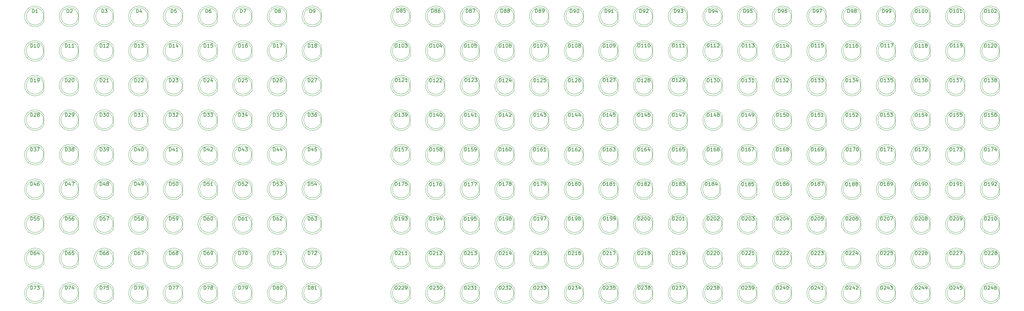
<source format=gbr>
%TF.GenerationSoftware,KiCad,Pcbnew,9.0.3*%
%TF.CreationDate,2025-07-14T16:51:54+02:00*%
%TF.ProjectId,9x9+9x18Module,3978392b-3978-4313-984d-6f64756c652e,rev?*%
%TF.SameCoordinates,Original*%
%TF.FileFunction,Legend,Top*%
%TF.FilePolarity,Positive*%
%FSLAX46Y46*%
G04 Gerber Fmt 4.6, Leading zero omitted, Abs format (unit mm)*
G04 Created by KiCad (PCBNEW 9.0.3) date 2025-07-14 16:51:54*
%MOMM*%
%LPD*%
G01*
G04 APERTURE LIST*
%ADD10C,0.150000*%
%ADD11C,0.120000*%
G04 APERTURE END LIST*
D10*
X274274524Y-69854819D02*
X274274524Y-68854819D01*
X274274524Y-68854819D02*
X274512619Y-68854819D01*
X274512619Y-68854819D02*
X274655476Y-68902438D01*
X274655476Y-68902438D02*
X274750714Y-68997676D01*
X274750714Y-68997676D02*
X274798333Y-69092914D01*
X274798333Y-69092914D02*
X274845952Y-69283390D01*
X274845952Y-69283390D02*
X274845952Y-69426247D01*
X274845952Y-69426247D02*
X274798333Y-69616723D01*
X274798333Y-69616723D02*
X274750714Y-69711961D01*
X274750714Y-69711961D02*
X274655476Y-69807200D01*
X274655476Y-69807200D02*
X274512619Y-69854819D01*
X274512619Y-69854819D02*
X274274524Y-69854819D01*
X275798333Y-69854819D02*
X275226905Y-69854819D01*
X275512619Y-69854819D02*
X275512619Y-68854819D01*
X275512619Y-68854819D02*
X275417381Y-68997676D01*
X275417381Y-68997676D02*
X275322143Y-69092914D01*
X275322143Y-69092914D02*
X275226905Y-69140533D01*
X276274524Y-69854819D02*
X276465000Y-69854819D01*
X276465000Y-69854819D02*
X276560238Y-69807200D01*
X276560238Y-69807200D02*
X276607857Y-69759580D01*
X276607857Y-69759580D02*
X276703095Y-69616723D01*
X276703095Y-69616723D02*
X276750714Y-69426247D01*
X276750714Y-69426247D02*
X276750714Y-69045295D01*
X276750714Y-69045295D02*
X276703095Y-68950057D01*
X276703095Y-68950057D02*
X276655476Y-68902438D01*
X276655476Y-68902438D02*
X276560238Y-68854819D01*
X276560238Y-68854819D02*
X276369762Y-68854819D01*
X276369762Y-68854819D02*
X276274524Y-68902438D01*
X276274524Y-68902438D02*
X276226905Y-68950057D01*
X276226905Y-68950057D02*
X276179286Y-69045295D01*
X276179286Y-69045295D02*
X276179286Y-69283390D01*
X276179286Y-69283390D02*
X276226905Y-69378628D01*
X276226905Y-69378628D02*
X276274524Y-69426247D01*
X276274524Y-69426247D02*
X276369762Y-69473866D01*
X276369762Y-69473866D02*
X276560238Y-69473866D01*
X276560238Y-69473866D02*
X276655476Y-69426247D01*
X276655476Y-69426247D02*
X276703095Y-69378628D01*
X276703095Y-69378628D02*
X276750714Y-69283390D01*
X277369762Y-68854819D02*
X277465000Y-68854819D01*
X277465000Y-68854819D02*
X277560238Y-68902438D01*
X277560238Y-68902438D02*
X277607857Y-68950057D01*
X277607857Y-68950057D02*
X277655476Y-69045295D01*
X277655476Y-69045295D02*
X277703095Y-69235771D01*
X277703095Y-69235771D02*
X277703095Y-69473866D01*
X277703095Y-69473866D02*
X277655476Y-69664342D01*
X277655476Y-69664342D02*
X277607857Y-69759580D01*
X277607857Y-69759580D02*
X277560238Y-69807200D01*
X277560238Y-69807200D02*
X277465000Y-69854819D01*
X277465000Y-69854819D02*
X277369762Y-69854819D01*
X277369762Y-69854819D02*
X277274524Y-69807200D01*
X277274524Y-69807200D02*
X277226905Y-69759580D01*
X277226905Y-69759580D02*
X277179286Y-69664342D01*
X277179286Y-69664342D02*
X277131667Y-69473866D01*
X277131667Y-69473866D02*
X277131667Y-69235771D01*
X277131667Y-69235771D02*
X277179286Y-69045295D01*
X277179286Y-69045295D02*
X277226905Y-68950057D01*
X277226905Y-68950057D02*
X277274524Y-68902438D01*
X277274524Y-68902438D02*
X277369762Y-68854819D01*
X184274524Y-69854819D02*
X184274524Y-68854819D01*
X184274524Y-68854819D02*
X184512619Y-68854819D01*
X184512619Y-68854819D02*
X184655476Y-68902438D01*
X184655476Y-68902438D02*
X184750714Y-68997676D01*
X184750714Y-68997676D02*
X184798333Y-69092914D01*
X184798333Y-69092914D02*
X184845952Y-69283390D01*
X184845952Y-69283390D02*
X184845952Y-69426247D01*
X184845952Y-69426247D02*
X184798333Y-69616723D01*
X184798333Y-69616723D02*
X184750714Y-69711961D01*
X184750714Y-69711961D02*
X184655476Y-69807200D01*
X184655476Y-69807200D02*
X184512619Y-69854819D01*
X184512619Y-69854819D02*
X184274524Y-69854819D01*
X185798333Y-69854819D02*
X185226905Y-69854819D01*
X185512619Y-69854819D02*
X185512619Y-68854819D01*
X185512619Y-68854819D02*
X185417381Y-68997676D01*
X185417381Y-68997676D02*
X185322143Y-69092914D01*
X185322143Y-69092914D02*
X185226905Y-69140533D01*
X186369762Y-69283390D02*
X186274524Y-69235771D01*
X186274524Y-69235771D02*
X186226905Y-69188152D01*
X186226905Y-69188152D02*
X186179286Y-69092914D01*
X186179286Y-69092914D02*
X186179286Y-69045295D01*
X186179286Y-69045295D02*
X186226905Y-68950057D01*
X186226905Y-68950057D02*
X186274524Y-68902438D01*
X186274524Y-68902438D02*
X186369762Y-68854819D01*
X186369762Y-68854819D02*
X186560238Y-68854819D01*
X186560238Y-68854819D02*
X186655476Y-68902438D01*
X186655476Y-68902438D02*
X186703095Y-68950057D01*
X186703095Y-68950057D02*
X186750714Y-69045295D01*
X186750714Y-69045295D02*
X186750714Y-69092914D01*
X186750714Y-69092914D02*
X186703095Y-69188152D01*
X186703095Y-69188152D02*
X186655476Y-69235771D01*
X186655476Y-69235771D02*
X186560238Y-69283390D01*
X186560238Y-69283390D02*
X186369762Y-69283390D01*
X186369762Y-69283390D02*
X186274524Y-69331009D01*
X186274524Y-69331009D02*
X186226905Y-69378628D01*
X186226905Y-69378628D02*
X186179286Y-69473866D01*
X186179286Y-69473866D02*
X186179286Y-69664342D01*
X186179286Y-69664342D02*
X186226905Y-69759580D01*
X186226905Y-69759580D02*
X186274524Y-69807200D01*
X186274524Y-69807200D02*
X186369762Y-69854819D01*
X186369762Y-69854819D02*
X186560238Y-69854819D01*
X186560238Y-69854819D02*
X186655476Y-69807200D01*
X186655476Y-69807200D02*
X186703095Y-69759580D01*
X186703095Y-69759580D02*
X186750714Y-69664342D01*
X186750714Y-69664342D02*
X186750714Y-69473866D01*
X186750714Y-69473866D02*
X186703095Y-69378628D01*
X186703095Y-69378628D02*
X186655476Y-69331009D01*
X186655476Y-69331009D02*
X186560238Y-69283390D01*
X187703095Y-69854819D02*
X187131667Y-69854819D01*
X187417381Y-69854819D02*
X187417381Y-68854819D01*
X187417381Y-68854819D02*
X187322143Y-68997676D01*
X187322143Y-68997676D02*
X187226905Y-69092914D01*
X187226905Y-69092914D02*
X187131667Y-69140533D01*
X39626905Y-19854819D02*
X39626905Y-18854819D01*
X39626905Y-18854819D02*
X39865000Y-18854819D01*
X39865000Y-18854819D02*
X40007857Y-18902438D01*
X40007857Y-18902438D02*
X40103095Y-18997676D01*
X40103095Y-18997676D02*
X40150714Y-19092914D01*
X40150714Y-19092914D02*
X40198333Y-19283390D01*
X40198333Y-19283390D02*
X40198333Y-19426247D01*
X40198333Y-19426247D02*
X40150714Y-19616723D01*
X40150714Y-19616723D02*
X40103095Y-19711961D01*
X40103095Y-19711961D02*
X40007857Y-19807200D01*
X40007857Y-19807200D02*
X39865000Y-19854819D01*
X39865000Y-19854819D02*
X39626905Y-19854819D01*
X40531667Y-18854819D02*
X41150714Y-18854819D01*
X41150714Y-18854819D02*
X40817381Y-19235771D01*
X40817381Y-19235771D02*
X40960238Y-19235771D01*
X40960238Y-19235771D02*
X41055476Y-19283390D01*
X41055476Y-19283390D02*
X41103095Y-19331009D01*
X41103095Y-19331009D02*
X41150714Y-19426247D01*
X41150714Y-19426247D02*
X41150714Y-19664342D01*
X41150714Y-19664342D02*
X41103095Y-19759580D01*
X41103095Y-19759580D02*
X41055476Y-19807200D01*
X41055476Y-19807200D02*
X40960238Y-19854819D01*
X40960238Y-19854819D02*
X40674524Y-19854819D01*
X40674524Y-19854819D02*
X40579286Y-19807200D01*
X40579286Y-19807200D02*
X40531667Y-19759580D01*
X284274524Y-79854819D02*
X284274524Y-78854819D01*
X284274524Y-78854819D02*
X284512619Y-78854819D01*
X284512619Y-78854819D02*
X284655476Y-78902438D01*
X284655476Y-78902438D02*
X284750714Y-78997676D01*
X284750714Y-78997676D02*
X284798333Y-79092914D01*
X284798333Y-79092914D02*
X284845952Y-79283390D01*
X284845952Y-79283390D02*
X284845952Y-79426247D01*
X284845952Y-79426247D02*
X284798333Y-79616723D01*
X284798333Y-79616723D02*
X284750714Y-79711961D01*
X284750714Y-79711961D02*
X284655476Y-79807200D01*
X284655476Y-79807200D02*
X284512619Y-79854819D01*
X284512619Y-79854819D02*
X284274524Y-79854819D01*
X285226905Y-78950057D02*
X285274524Y-78902438D01*
X285274524Y-78902438D02*
X285369762Y-78854819D01*
X285369762Y-78854819D02*
X285607857Y-78854819D01*
X285607857Y-78854819D02*
X285703095Y-78902438D01*
X285703095Y-78902438D02*
X285750714Y-78950057D01*
X285750714Y-78950057D02*
X285798333Y-79045295D01*
X285798333Y-79045295D02*
X285798333Y-79140533D01*
X285798333Y-79140533D02*
X285750714Y-79283390D01*
X285750714Y-79283390D02*
X285179286Y-79854819D01*
X285179286Y-79854819D02*
X285798333Y-79854819D01*
X286417381Y-78854819D02*
X286512619Y-78854819D01*
X286512619Y-78854819D02*
X286607857Y-78902438D01*
X286607857Y-78902438D02*
X286655476Y-78950057D01*
X286655476Y-78950057D02*
X286703095Y-79045295D01*
X286703095Y-79045295D02*
X286750714Y-79235771D01*
X286750714Y-79235771D02*
X286750714Y-79473866D01*
X286750714Y-79473866D02*
X286703095Y-79664342D01*
X286703095Y-79664342D02*
X286655476Y-79759580D01*
X286655476Y-79759580D02*
X286607857Y-79807200D01*
X286607857Y-79807200D02*
X286512619Y-79854819D01*
X286512619Y-79854819D02*
X286417381Y-79854819D01*
X286417381Y-79854819D02*
X286322143Y-79807200D01*
X286322143Y-79807200D02*
X286274524Y-79759580D01*
X286274524Y-79759580D02*
X286226905Y-79664342D01*
X286226905Y-79664342D02*
X286179286Y-79473866D01*
X286179286Y-79473866D02*
X286179286Y-79235771D01*
X286179286Y-79235771D02*
X286226905Y-79045295D01*
X286226905Y-79045295D02*
X286274524Y-78950057D01*
X286274524Y-78950057D02*
X286322143Y-78902438D01*
X286322143Y-78902438D02*
X286417381Y-78854819D01*
X287226905Y-79854819D02*
X287417381Y-79854819D01*
X287417381Y-79854819D02*
X287512619Y-79807200D01*
X287512619Y-79807200D02*
X287560238Y-79759580D01*
X287560238Y-79759580D02*
X287655476Y-79616723D01*
X287655476Y-79616723D02*
X287703095Y-79426247D01*
X287703095Y-79426247D02*
X287703095Y-79045295D01*
X287703095Y-79045295D02*
X287655476Y-78950057D01*
X287655476Y-78950057D02*
X287607857Y-78902438D01*
X287607857Y-78902438D02*
X287512619Y-78854819D01*
X287512619Y-78854819D02*
X287322143Y-78854819D01*
X287322143Y-78854819D02*
X287226905Y-78902438D01*
X287226905Y-78902438D02*
X287179286Y-78950057D01*
X287179286Y-78950057D02*
X287131667Y-79045295D01*
X287131667Y-79045295D02*
X287131667Y-79283390D01*
X287131667Y-79283390D02*
X287179286Y-79378628D01*
X287179286Y-79378628D02*
X287226905Y-79426247D01*
X287226905Y-79426247D02*
X287322143Y-79473866D01*
X287322143Y-79473866D02*
X287512619Y-79473866D01*
X287512619Y-79473866D02*
X287607857Y-79426247D01*
X287607857Y-79426247D02*
X287655476Y-79378628D01*
X287655476Y-79378628D02*
X287703095Y-79283390D01*
X214750714Y-19854819D02*
X214750714Y-18854819D01*
X214750714Y-18854819D02*
X214988809Y-18854819D01*
X214988809Y-18854819D02*
X215131666Y-18902438D01*
X215131666Y-18902438D02*
X215226904Y-18997676D01*
X215226904Y-18997676D02*
X215274523Y-19092914D01*
X215274523Y-19092914D02*
X215322142Y-19283390D01*
X215322142Y-19283390D02*
X215322142Y-19426247D01*
X215322142Y-19426247D02*
X215274523Y-19616723D01*
X215274523Y-19616723D02*
X215226904Y-19711961D01*
X215226904Y-19711961D02*
X215131666Y-19807200D01*
X215131666Y-19807200D02*
X214988809Y-19854819D01*
X214988809Y-19854819D02*
X214750714Y-19854819D01*
X215798333Y-19854819D02*
X215988809Y-19854819D01*
X215988809Y-19854819D02*
X216084047Y-19807200D01*
X216084047Y-19807200D02*
X216131666Y-19759580D01*
X216131666Y-19759580D02*
X216226904Y-19616723D01*
X216226904Y-19616723D02*
X216274523Y-19426247D01*
X216274523Y-19426247D02*
X216274523Y-19045295D01*
X216274523Y-19045295D02*
X216226904Y-18950057D01*
X216226904Y-18950057D02*
X216179285Y-18902438D01*
X216179285Y-18902438D02*
X216084047Y-18854819D01*
X216084047Y-18854819D02*
X215893571Y-18854819D01*
X215893571Y-18854819D02*
X215798333Y-18902438D01*
X215798333Y-18902438D02*
X215750714Y-18950057D01*
X215750714Y-18950057D02*
X215703095Y-19045295D01*
X215703095Y-19045295D02*
X215703095Y-19283390D01*
X215703095Y-19283390D02*
X215750714Y-19378628D01*
X215750714Y-19378628D02*
X215798333Y-19426247D01*
X215798333Y-19426247D02*
X215893571Y-19473866D01*
X215893571Y-19473866D02*
X216084047Y-19473866D01*
X216084047Y-19473866D02*
X216179285Y-19426247D01*
X216179285Y-19426247D02*
X216226904Y-19378628D01*
X216226904Y-19378628D02*
X216274523Y-19283390D01*
X217131666Y-19188152D02*
X217131666Y-19854819D01*
X216893571Y-18807200D02*
X216655476Y-19521485D01*
X216655476Y-19521485D02*
X217274523Y-19521485D01*
X19150714Y-99854819D02*
X19150714Y-98854819D01*
X19150714Y-98854819D02*
X19388809Y-98854819D01*
X19388809Y-98854819D02*
X19531666Y-98902438D01*
X19531666Y-98902438D02*
X19626904Y-98997676D01*
X19626904Y-98997676D02*
X19674523Y-99092914D01*
X19674523Y-99092914D02*
X19722142Y-99283390D01*
X19722142Y-99283390D02*
X19722142Y-99426247D01*
X19722142Y-99426247D02*
X19674523Y-99616723D01*
X19674523Y-99616723D02*
X19626904Y-99711961D01*
X19626904Y-99711961D02*
X19531666Y-99807200D01*
X19531666Y-99807200D02*
X19388809Y-99854819D01*
X19388809Y-99854819D02*
X19150714Y-99854819D01*
X20055476Y-98854819D02*
X20722142Y-98854819D01*
X20722142Y-98854819D02*
X20293571Y-99854819D01*
X21007857Y-98854819D02*
X21626904Y-98854819D01*
X21626904Y-98854819D02*
X21293571Y-99235771D01*
X21293571Y-99235771D02*
X21436428Y-99235771D01*
X21436428Y-99235771D02*
X21531666Y-99283390D01*
X21531666Y-99283390D02*
X21579285Y-99331009D01*
X21579285Y-99331009D02*
X21626904Y-99426247D01*
X21626904Y-99426247D02*
X21626904Y-99664342D01*
X21626904Y-99664342D02*
X21579285Y-99759580D01*
X21579285Y-99759580D02*
X21531666Y-99807200D01*
X21531666Y-99807200D02*
X21436428Y-99854819D01*
X21436428Y-99854819D02*
X21150714Y-99854819D01*
X21150714Y-99854819D02*
X21055476Y-99807200D01*
X21055476Y-99807200D02*
X21007857Y-99759580D01*
X59155714Y-29854819D02*
X59155714Y-28854819D01*
X59155714Y-28854819D02*
X59393809Y-28854819D01*
X59393809Y-28854819D02*
X59536666Y-28902438D01*
X59536666Y-28902438D02*
X59631904Y-28997676D01*
X59631904Y-28997676D02*
X59679523Y-29092914D01*
X59679523Y-29092914D02*
X59727142Y-29283390D01*
X59727142Y-29283390D02*
X59727142Y-29426247D01*
X59727142Y-29426247D02*
X59679523Y-29616723D01*
X59679523Y-29616723D02*
X59631904Y-29711961D01*
X59631904Y-29711961D02*
X59536666Y-29807200D01*
X59536666Y-29807200D02*
X59393809Y-29854819D01*
X59393809Y-29854819D02*
X59155714Y-29854819D01*
X60679523Y-29854819D02*
X60108095Y-29854819D01*
X60393809Y-29854819D02*
X60393809Y-28854819D01*
X60393809Y-28854819D02*
X60298571Y-28997676D01*
X60298571Y-28997676D02*
X60203333Y-29092914D01*
X60203333Y-29092914D02*
X60108095Y-29140533D01*
X61536666Y-29188152D02*
X61536666Y-29854819D01*
X61298571Y-28807200D02*
X61060476Y-29521485D01*
X61060476Y-29521485D02*
X61679523Y-29521485D01*
X99150714Y-89854819D02*
X99150714Y-88854819D01*
X99150714Y-88854819D02*
X99388809Y-88854819D01*
X99388809Y-88854819D02*
X99531666Y-88902438D01*
X99531666Y-88902438D02*
X99626904Y-88997676D01*
X99626904Y-88997676D02*
X99674523Y-89092914D01*
X99674523Y-89092914D02*
X99722142Y-89283390D01*
X99722142Y-89283390D02*
X99722142Y-89426247D01*
X99722142Y-89426247D02*
X99674523Y-89616723D01*
X99674523Y-89616723D02*
X99626904Y-89711961D01*
X99626904Y-89711961D02*
X99531666Y-89807200D01*
X99531666Y-89807200D02*
X99388809Y-89854819D01*
X99388809Y-89854819D02*
X99150714Y-89854819D01*
X100055476Y-88854819D02*
X100722142Y-88854819D01*
X100722142Y-88854819D02*
X100293571Y-89854819D01*
X101055476Y-88950057D02*
X101103095Y-88902438D01*
X101103095Y-88902438D02*
X101198333Y-88854819D01*
X101198333Y-88854819D02*
X101436428Y-88854819D01*
X101436428Y-88854819D02*
X101531666Y-88902438D01*
X101531666Y-88902438D02*
X101579285Y-88950057D01*
X101579285Y-88950057D02*
X101626904Y-89045295D01*
X101626904Y-89045295D02*
X101626904Y-89140533D01*
X101626904Y-89140533D02*
X101579285Y-89283390D01*
X101579285Y-89283390D02*
X101007857Y-89854819D01*
X101007857Y-89854819D02*
X101626904Y-89854819D01*
X99150714Y-69854819D02*
X99150714Y-68854819D01*
X99150714Y-68854819D02*
X99388809Y-68854819D01*
X99388809Y-68854819D02*
X99531666Y-68902438D01*
X99531666Y-68902438D02*
X99626904Y-68997676D01*
X99626904Y-68997676D02*
X99674523Y-69092914D01*
X99674523Y-69092914D02*
X99722142Y-69283390D01*
X99722142Y-69283390D02*
X99722142Y-69426247D01*
X99722142Y-69426247D02*
X99674523Y-69616723D01*
X99674523Y-69616723D02*
X99626904Y-69711961D01*
X99626904Y-69711961D02*
X99531666Y-69807200D01*
X99531666Y-69807200D02*
X99388809Y-69854819D01*
X99388809Y-69854819D02*
X99150714Y-69854819D01*
X100626904Y-68854819D02*
X100150714Y-68854819D01*
X100150714Y-68854819D02*
X100103095Y-69331009D01*
X100103095Y-69331009D02*
X100150714Y-69283390D01*
X100150714Y-69283390D02*
X100245952Y-69235771D01*
X100245952Y-69235771D02*
X100484047Y-69235771D01*
X100484047Y-69235771D02*
X100579285Y-69283390D01*
X100579285Y-69283390D02*
X100626904Y-69331009D01*
X100626904Y-69331009D02*
X100674523Y-69426247D01*
X100674523Y-69426247D02*
X100674523Y-69664342D01*
X100674523Y-69664342D02*
X100626904Y-69759580D01*
X100626904Y-69759580D02*
X100579285Y-69807200D01*
X100579285Y-69807200D02*
X100484047Y-69854819D01*
X100484047Y-69854819D02*
X100245952Y-69854819D01*
X100245952Y-69854819D02*
X100150714Y-69807200D01*
X100150714Y-69807200D02*
X100103095Y-69759580D01*
X101531666Y-69188152D02*
X101531666Y-69854819D01*
X101293571Y-68807200D02*
X101055476Y-69521485D01*
X101055476Y-69521485D02*
X101674523Y-69521485D01*
X89150714Y-69854819D02*
X89150714Y-68854819D01*
X89150714Y-68854819D02*
X89388809Y-68854819D01*
X89388809Y-68854819D02*
X89531666Y-68902438D01*
X89531666Y-68902438D02*
X89626904Y-68997676D01*
X89626904Y-68997676D02*
X89674523Y-69092914D01*
X89674523Y-69092914D02*
X89722142Y-69283390D01*
X89722142Y-69283390D02*
X89722142Y-69426247D01*
X89722142Y-69426247D02*
X89674523Y-69616723D01*
X89674523Y-69616723D02*
X89626904Y-69711961D01*
X89626904Y-69711961D02*
X89531666Y-69807200D01*
X89531666Y-69807200D02*
X89388809Y-69854819D01*
X89388809Y-69854819D02*
X89150714Y-69854819D01*
X90626904Y-68854819D02*
X90150714Y-68854819D01*
X90150714Y-68854819D02*
X90103095Y-69331009D01*
X90103095Y-69331009D02*
X90150714Y-69283390D01*
X90150714Y-69283390D02*
X90245952Y-69235771D01*
X90245952Y-69235771D02*
X90484047Y-69235771D01*
X90484047Y-69235771D02*
X90579285Y-69283390D01*
X90579285Y-69283390D02*
X90626904Y-69331009D01*
X90626904Y-69331009D02*
X90674523Y-69426247D01*
X90674523Y-69426247D02*
X90674523Y-69664342D01*
X90674523Y-69664342D02*
X90626904Y-69759580D01*
X90626904Y-69759580D02*
X90579285Y-69807200D01*
X90579285Y-69807200D02*
X90484047Y-69854819D01*
X90484047Y-69854819D02*
X90245952Y-69854819D01*
X90245952Y-69854819D02*
X90150714Y-69807200D01*
X90150714Y-69807200D02*
X90103095Y-69759580D01*
X91007857Y-68854819D02*
X91626904Y-68854819D01*
X91626904Y-68854819D02*
X91293571Y-69235771D01*
X91293571Y-69235771D02*
X91436428Y-69235771D01*
X91436428Y-69235771D02*
X91531666Y-69283390D01*
X91531666Y-69283390D02*
X91579285Y-69331009D01*
X91579285Y-69331009D02*
X91626904Y-69426247D01*
X91626904Y-69426247D02*
X91626904Y-69664342D01*
X91626904Y-69664342D02*
X91579285Y-69759580D01*
X91579285Y-69759580D02*
X91531666Y-69807200D01*
X91531666Y-69807200D02*
X91436428Y-69854819D01*
X91436428Y-69854819D02*
X91150714Y-69854819D01*
X91150714Y-69854819D02*
X91055476Y-69807200D01*
X91055476Y-69807200D02*
X91007857Y-69759580D01*
X69150714Y-59854819D02*
X69150714Y-58854819D01*
X69150714Y-58854819D02*
X69388809Y-58854819D01*
X69388809Y-58854819D02*
X69531666Y-58902438D01*
X69531666Y-58902438D02*
X69626904Y-58997676D01*
X69626904Y-58997676D02*
X69674523Y-59092914D01*
X69674523Y-59092914D02*
X69722142Y-59283390D01*
X69722142Y-59283390D02*
X69722142Y-59426247D01*
X69722142Y-59426247D02*
X69674523Y-59616723D01*
X69674523Y-59616723D02*
X69626904Y-59711961D01*
X69626904Y-59711961D02*
X69531666Y-59807200D01*
X69531666Y-59807200D02*
X69388809Y-59854819D01*
X69388809Y-59854819D02*
X69150714Y-59854819D01*
X70579285Y-59188152D02*
X70579285Y-59854819D01*
X70341190Y-58807200D02*
X70103095Y-59521485D01*
X70103095Y-59521485D02*
X70722142Y-59521485D01*
X71055476Y-58950057D02*
X71103095Y-58902438D01*
X71103095Y-58902438D02*
X71198333Y-58854819D01*
X71198333Y-58854819D02*
X71436428Y-58854819D01*
X71436428Y-58854819D02*
X71531666Y-58902438D01*
X71531666Y-58902438D02*
X71579285Y-58950057D01*
X71579285Y-58950057D02*
X71626904Y-59045295D01*
X71626904Y-59045295D02*
X71626904Y-59140533D01*
X71626904Y-59140533D02*
X71579285Y-59283390D01*
X71579285Y-59283390D02*
X71007857Y-59854819D01*
X71007857Y-59854819D02*
X71626904Y-59854819D01*
X274274524Y-59854819D02*
X274274524Y-58854819D01*
X274274524Y-58854819D02*
X274512619Y-58854819D01*
X274512619Y-58854819D02*
X274655476Y-58902438D01*
X274655476Y-58902438D02*
X274750714Y-58997676D01*
X274750714Y-58997676D02*
X274798333Y-59092914D01*
X274798333Y-59092914D02*
X274845952Y-59283390D01*
X274845952Y-59283390D02*
X274845952Y-59426247D01*
X274845952Y-59426247D02*
X274798333Y-59616723D01*
X274798333Y-59616723D02*
X274750714Y-59711961D01*
X274750714Y-59711961D02*
X274655476Y-59807200D01*
X274655476Y-59807200D02*
X274512619Y-59854819D01*
X274512619Y-59854819D02*
X274274524Y-59854819D01*
X275798333Y-59854819D02*
X275226905Y-59854819D01*
X275512619Y-59854819D02*
X275512619Y-58854819D01*
X275512619Y-58854819D02*
X275417381Y-58997676D01*
X275417381Y-58997676D02*
X275322143Y-59092914D01*
X275322143Y-59092914D02*
X275226905Y-59140533D01*
X276131667Y-58854819D02*
X276798333Y-58854819D01*
X276798333Y-58854819D02*
X276369762Y-59854819D01*
X277131667Y-58950057D02*
X277179286Y-58902438D01*
X277179286Y-58902438D02*
X277274524Y-58854819D01*
X277274524Y-58854819D02*
X277512619Y-58854819D01*
X277512619Y-58854819D02*
X277607857Y-58902438D01*
X277607857Y-58902438D02*
X277655476Y-58950057D01*
X277655476Y-58950057D02*
X277703095Y-59045295D01*
X277703095Y-59045295D02*
X277703095Y-59140533D01*
X277703095Y-59140533D02*
X277655476Y-59283390D01*
X277655476Y-59283390D02*
X277084048Y-59854819D01*
X277084048Y-59854819D02*
X277703095Y-59854819D01*
X29150714Y-99854819D02*
X29150714Y-98854819D01*
X29150714Y-98854819D02*
X29388809Y-98854819D01*
X29388809Y-98854819D02*
X29531666Y-98902438D01*
X29531666Y-98902438D02*
X29626904Y-98997676D01*
X29626904Y-98997676D02*
X29674523Y-99092914D01*
X29674523Y-99092914D02*
X29722142Y-99283390D01*
X29722142Y-99283390D02*
X29722142Y-99426247D01*
X29722142Y-99426247D02*
X29674523Y-99616723D01*
X29674523Y-99616723D02*
X29626904Y-99711961D01*
X29626904Y-99711961D02*
X29531666Y-99807200D01*
X29531666Y-99807200D02*
X29388809Y-99854819D01*
X29388809Y-99854819D02*
X29150714Y-99854819D01*
X30055476Y-98854819D02*
X30722142Y-98854819D01*
X30722142Y-98854819D02*
X30293571Y-99854819D01*
X31531666Y-99188152D02*
X31531666Y-99854819D01*
X31293571Y-98807200D02*
X31055476Y-99521485D01*
X31055476Y-99521485D02*
X31674523Y-99521485D01*
X194249524Y-79854819D02*
X194249524Y-78854819D01*
X194249524Y-78854819D02*
X194487619Y-78854819D01*
X194487619Y-78854819D02*
X194630476Y-78902438D01*
X194630476Y-78902438D02*
X194725714Y-78997676D01*
X194725714Y-78997676D02*
X194773333Y-79092914D01*
X194773333Y-79092914D02*
X194820952Y-79283390D01*
X194820952Y-79283390D02*
X194820952Y-79426247D01*
X194820952Y-79426247D02*
X194773333Y-79616723D01*
X194773333Y-79616723D02*
X194725714Y-79711961D01*
X194725714Y-79711961D02*
X194630476Y-79807200D01*
X194630476Y-79807200D02*
X194487619Y-79854819D01*
X194487619Y-79854819D02*
X194249524Y-79854819D01*
X195201905Y-78950057D02*
X195249524Y-78902438D01*
X195249524Y-78902438D02*
X195344762Y-78854819D01*
X195344762Y-78854819D02*
X195582857Y-78854819D01*
X195582857Y-78854819D02*
X195678095Y-78902438D01*
X195678095Y-78902438D02*
X195725714Y-78950057D01*
X195725714Y-78950057D02*
X195773333Y-79045295D01*
X195773333Y-79045295D02*
X195773333Y-79140533D01*
X195773333Y-79140533D02*
X195725714Y-79283390D01*
X195725714Y-79283390D02*
X195154286Y-79854819D01*
X195154286Y-79854819D02*
X195773333Y-79854819D01*
X196392381Y-78854819D02*
X196487619Y-78854819D01*
X196487619Y-78854819D02*
X196582857Y-78902438D01*
X196582857Y-78902438D02*
X196630476Y-78950057D01*
X196630476Y-78950057D02*
X196678095Y-79045295D01*
X196678095Y-79045295D02*
X196725714Y-79235771D01*
X196725714Y-79235771D02*
X196725714Y-79473866D01*
X196725714Y-79473866D02*
X196678095Y-79664342D01*
X196678095Y-79664342D02*
X196630476Y-79759580D01*
X196630476Y-79759580D02*
X196582857Y-79807200D01*
X196582857Y-79807200D02*
X196487619Y-79854819D01*
X196487619Y-79854819D02*
X196392381Y-79854819D01*
X196392381Y-79854819D02*
X196297143Y-79807200D01*
X196297143Y-79807200D02*
X196249524Y-79759580D01*
X196249524Y-79759580D02*
X196201905Y-79664342D01*
X196201905Y-79664342D02*
X196154286Y-79473866D01*
X196154286Y-79473866D02*
X196154286Y-79235771D01*
X196154286Y-79235771D02*
X196201905Y-79045295D01*
X196201905Y-79045295D02*
X196249524Y-78950057D01*
X196249524Y-78950057D02*
X196297143Y-78902438D01*
X196297143Y-78902438D02*
X196392381Y-78854819D01*
X197344762Y-78854819D02*
X197440000Y-78854819D01*
X197440000Y-78854819D02*
X197535238Y-78902438D01*
X197535238Y-78902438D02*
X197582857Y-78950057D01*
X197582857Y-78950057D02*
X197630476Y-79045295D01*
X197630476Y-79045295D02*
X197678095Y-79235771D01*
X197678095Y-79235771D02*
X197678095Y-79473866D01*
X197678095Y-79473866D02*
X197630476Y-79664342D01*
X197630476Y-79664342D02*
X197582857Y-79759580D01*
X197582857Y-79759580D02*
X197535238Y-79807200D01*
X197535238Y-79807200D02*
X197440000Y-79854819D01*
X197440000Y-79854819D02*
X197344762Y-79854819D01*
X197344762Y-79854819D02*
X197249524Y-79807200D01*
X197249524Y-79807200D02*
X197201905Y-79759580D01*
X197201905Y-79759580D02*
X197154286Y-79664342D01*
X197154286Y-79664342D02*
X197106667Y-79473866D01*
X197106667Y-79473866D02*
X197106667Y-79235771D01*
X197106667Y-79235771D02*
X197154286Y-79045295D01*
X197154286Y-79045295D02*
X197201905Y-78950057D01*
X197201905Y-78950057D02*
X197249524Y-78902438D01*
X197249524Y-78902438D02*
X197344762Y-78854819D01*
X69150714Y-99854819D02*
X69150714Y-98854819D01*
X69150714Y-98854819D02*
X69388809Y-98854819D01*
X69388809Y-98854819D02*
X69531666Y-98902438D01*
X69531666Y-98902438D02*
X69626904Y-98997676D01*
X69626904Y-98997676D02*
X69674523Y-99092914D01*
X69674523Y-99092914D02*
X69722142Y-99283390D01*
X69722142Y-99283390D02*
X69722142Y-99426247D01*
X69722142Y-99426247D02*
X69674523Y-99616723D01*
X69674523Y-99616723D02*
X69626904Y-99711961D01*
X69626904Y-99711961D02*
X69531666Y-99807200D01*
X69531666Y-99807200D02*
X69388809Y-99854819D01*
X69388809Y-99854819D02*
X69150714Y-99854819D01*
X70055476Y-98854819D02*
X70722142Y-98854819D01*
X70722142Y-98854819D02*
X70293571Y-99854819D01*
X71245952Y-99283390D02*
X71150714Y-99235771D01*
X71150714Y-99235771D02*
X71103095Y-99188152D01*
X71103095Y-99188152D02*
X71055476Y-99092914D01*
X71055476Y-99092914D02*
X71055476Y-99045295D01*
X71055476Y-99045295D02*
X71103095Y-98950057D01*
X71103095Y-98950057D02*
X71150714Y-98902438D01*
X71150714Y-98902438D02*
X71245952Y-98854819D01*
X71245952Y-98854819D02*
X71436428Y-98854819D01*
X71436428Y-98854819D02*
X71531666Y-98902438D01*
X71531666Y-98902438D02*
X71579285Y-98950057D01*
X71579285Y-98950057D02*
X71626904Y-99045295D01*
X71626904Y-99045295D02*
X71626904Y-99092914D01*
X71626904Y-99092914D02*
X71579285Y-99188152D01*
X71579285Y-99188152D02*
X71531666Y-99235771D01*
X71531666Y-99235771D02*
X71436428Y-99283390D01*
X71436428Y-99283390D02*
X71245952Y-99283390D01*
X71245952Y-99283390D02*
X71150714Y-99331009D01*
X71150714Y-99331009D02*
X71103095Y-99378628D01*
X71103095Y-99378628D02*
X71055476Y-99473866D01*
X71055476Y-99473866D02*
X71055476Y-99664342D01*
X71055476Y-99664342D02*
X71103095Y-99759580D01*
X71103095Y-99759580D02*
X71150714Y-99807200D01*
X71150714Y-99807200D02*
X71245952Y-99854819D01*
X71245952Y-99854819D02*
X71436428Y-99854819D01*
X71436428Y-99854819D02*
X71531666Y-99807200D01*
X71531666Y-99807200D02*
X71579285Y-99759580D01*
X71579285Y-99759580D02*
X71626904Y-99664342D01*
X71626904Y-99664342D02*
X71626904Y-99473866D01*
X71626904Y-99473866D02*
X71579285Y-99378628D01*
X71579285Y-99378628D02*
X71531666Y-99331009D01*
X71531666Y-99331009D02*
X71436428Y-99283390D01*
X134274524Y-89854819D02*
X134274524Y-88854819D01*
X134274524Y-88854819D02*
X134512619Y-88854819D01*
X134512619Y-88854819D02*
X134655476Y-88902438D01*
X134655476Y-88902438D02*
X134750714Y-88997676D01*
X134750714Y-88997676D02*
X134798333Y-89092914D01*
X134798333Y-89092914D02*
X134845952Y-89283390D01*
X134845952Y-89283390D02*
X134845952Y-89426247D01*
X134845952Y-89426247D02*
X134798333Y-89616723D01*
X134798333Y-89616723D02*
X134750714Y-89711961D01*
X134750714Y-89711961D02*
X134655476Y-89807200D01*
X134655476Y-89807200D02*
X134512619Y-89854819D01*
X134512619Y-89854819D02*
X134274524Y-89854819D01*
X135226905Y-88950057D02*
X135274524Y-88902438D01*
X135274524Y-88902438D02*
X135369762Y-88854819D01*
X135369762Y-88854819D02*
X135607857Y-88854819D01*
X135607857Y-88854819D02*
X135703095Y-88902438D01*
X135703095Y-88902438D02*
X135750714Y-88950057D01*
X135750714Y-88950057D02*
X135798333Y-89045295D01*
X135798333Y-89045295D02*
X135798333Y-89140533D01*
X135798333Y-89140533D02*
X135750714Y-89283390D01*
X135750714Y-89283390D02*
X135179286Y-89854819D01*
X135179286Y-89854819D02*
X135798333Y-89854819D01*
X136750714Y-89854819D02*
X136179286Y-89854819D01*
X136465000Y-89854819D02*
X136465000Y-88854819D01*
X136465000Y-88854819D02*
X136369762Y-88997676D01*
X136369762Y-88997676D02*
X136274524Y-89092914D01*
X136274524Y-89092914D02*
X136179286Y-89140533D01*
X137131667Y-88950057D02*
X137179286Y-88902438D01*
X137179286Y-88902438D02*
X137274524Y-88854819D01*
X137274524Y-88854819D02*
X137512619Y-88854819D01*
X137512619Y-88854819D02*
X137607857Y-88902438D01*
X137607857Y-88902438D02*
X137655476Y-88950057D01*
X137655476Y-88950057D02*
X137703095Y-89045295D01*
X137703095Y-89045295D02*
X137703095Y-89140533D01*
X137703095Y-89140533D02*
X137655476Y-89283390D01*
X137655476Y-89283390D02*
X137084048Y-89854819D01*
X137084048Y-89854819D02*
X137703095Y-89854819D01*
X59150714Y-39854819D02*
X59150714Y-38854819D01*
X59150714Y-38854819D02*
X59388809Y-38854819D01*
X59388809Y-38854819D02*
X59531666Y-38902438D01*
X59531666Y-38902438D02*
X59626904Y-38997676D01*
X59626904Y-38997676D02*
X59674523Y-39092914D01*
X59674523Y-39092914D02*
X59722142Y-39283390D01*
X59722142Y-39283390D02*
X59722142Y-39426247D01*
X59722142Y-39426247D02*
X59674523Y-39616723D01*
X59674523Y-39616723D02*
X59626904Y-39711961D01*
X59626904Y-39711961D02*
X59531666Y-39807200D01*
X59531666Y-39807200D02*
X59388809Y-39854819D01*
X59388809Y-39854819D02*
X59150714Y-39854819D01*
X60103095Y-38950057D02*
X60150714Y-38902438D01*
X60150714Y-38902438D02*
X60245952Y-38854819D01*
X60245952Y-38854819D02*
X60484047Y-38854819D01*
X60484047Y-38854819D02*
X60579285Y-38902438D01*
X60579285Y-38902438D02*
X60626904Y-38950057D01*
X60626904Y-38950057D02*
X60674523Y-39045295D01*
X60674523Y-39045295D02*
X60674523Y-39140533D01*
X60674523Y-39140533D02*
X60626904Y-39283390D01*
X60626904Y-39283390D02*
X60055476Y-39854819D01*
X60055476Y-39854819D02*
X60674523Y-39854819D01*
X61007857Y-38854819D02*
X61626904Y-38854819D01*
X61626904Y-38854819D02*
X61293571Y-39235771D01*
X61293571Y-39235771D02*
X61436428Y-39235771D01*
X61436428Y-39235771D02*
X61531666Y-39283390D01*
X61531666Y-39283390D02*
X61579285Y-39331009D01*
X61579285Y-39331009D02*
X61626904Y-39426247D01*
X61626904Y-39426247D02*
X61626904Y-39664342D01*
X61626904Y-39664342D02*
X61579285Y-39759580D01*
X61579285Y-39759580D02*
X61531666Y-39807200D01*
X61531666Y-39807200D02*
X61436428Y-39854819D01*
X61436428Y-39854819D02*
X61150714Y-39854819D01*
X61150714Y-39854819D02*
X61055476Y-39807200D01*
X61055476Y-39807200D02*
X61007857Y-39759580D01*
X144274524Y-89854819D02*
X144274524Y-88854819D01*
X144274524Y-88854819D02*
X144512619Y-88854819D01*
X144512619Y-88854819D02*
X144655476Y-88902438D01*
X144655476Y-88902438D02*
X144750714Y-88997676D01*
X144750714Y-88997676D02*
X144798333Y-89092914D01*
X144798333Y-89092914D02*
X144845952Y-89283390D01*
X144845952Y-89283390D02*
X144845952Y-89426247D01*
X144845952Y-89426247D02*
X144798333Y-89616723D01*
X144798333Y-89616723D02*
X144750714Y-89711961D01*
X144750714Y-89711961D02*
X144655476Y-89807200D01*
X144655476Y-89807200D02*
X144512619Y-89854819D01*
X144512619Y-89854819D02*
X144274524Y-89854819D01*
X145226905Y-88950057D02*
X145274524Y-88902438D01*
X145274524Y-88902438D02*
X145369762Y-88854819D01*
X145369762Y-88854819D02*
X145607857Y-88854819D01*
X145607857Y-88854819D02*
X145703095Y-88902438D01*
X145703095Y-88902438D02*
X145750714Y-88950057D01*
X145750714Y-88950057D02*
X145798333Y-89045295D01*
X145798333Y-89045295D02*
X145798333Y-89140533D01*
X145798333Y-89140533D02*
X145750714Y-89283390D01*
X145750714Y-89283390D02*
X145179286Y-89854819D01*
X145179286Y-89854819D02*
X145798333Y-89854819D01*
X146750714Y-89854819D02*
X146179286Y-89854819D01*
X146465000Y-89854819D02*
X146465000Y-88854819D01*
X146465000Y-88854819D02*
X146369762Y-88997676D01*
X146369762Y-88997676D02*
X146274524Y-89092914D01*
X146274524Y-89092914D02*
X146179286Y-89140533D01*
X147084048Y-88854819D02*
X147703095Y-88854819D01*
X147703095Y-88854819D02*
X147369762Y-89235771D01*
X147369762Y-89235771D02*
X147512619Y-89235771D01*
X147512619Y-89235771D02*
X147607857Y-89283390D01*
X147607857Y-89283390D02*
X147655476Y-89331009D01*
X147655476Y-89331009D02*
X147703095Y-89426247D01*
X147703095Y-89426247D02*
X147703095Y-89664342D01*
X147703095Y-89664342D02*
X147655476Y-89759580D01*
X147655476Y-89759580D02*
X147607857Y-89807200D01*
X147607857Y-89807200D02*
X147512619Y-89854819D01*
X147512619Y-89854819D02*
X147226905Y-89854819D01*
X147226905Y-89854819D02*
X147131667Y-89807200D01*
X147131667Y-89807200D02*
X147084048Y-89759580D01*
X99150714Y-99854819D02*
X99150714Y-98854819D01*
X99150714Y-98854819D02*
X99388809Y-98854819D01*
X99388809Y-98854819D02*
X99531666Y-98902438D01*
X99531666Y-98902438D02*
X99626904Y-98997676D01*
X99626904Y-98997676D02*
X99674523Y-99092914D01*
X99674523Y-99092914D02*
X99722142Y-99283390D01*
X99722142Y-99283390D02*
X99722142Y-99426247D01*
X99722142Y-99426247D02*
X99674523Y-99616723D01*
X99674523Y-99616723D02*
X99626904Y-99711961D01*
X99626904Y-99711961D02*
X99531666Y-99807200D01*
X99531666Y-99807200D02*
X99388809Y-99854819D01*
X99388809Y-99854819D02*
X99150714Y-99854819D01*
X100293571Y-99283390D02*
X100198333Y-99235771D01*
X100198333Y-99235771D02*
X100150714Y-99188152D01*
X100150714Y-99188152D02*
X100103095Y-99092914D01*
X100103095Y-99092914D02*
X100103095Y-99045295D01*
X100103095Y-99045295D02*
X100150714Y-98950057D01*
X100150714Y-98950057D02*
X100198333Y-98902438D01*
X100198333Y-98902438D02*
X100293571Y-98854819D01*
X100293571Y-98854819D02*
X100484047Y-98854819D01*
X100484047Y-98854819D02*
X100579285Y-98902438D01*
X100579285Y-98902438D02*
X100626904Y-98950057D01*
X100626904Y-98950057D02*
X100674523Y-99045295D01*
X100674523Y-99045295D02*
X100674523Y-99092914D01*
X100674523Y-99092914D02*
X100626904Y-99188152D01*
X100626904Y-99188152D02*
X100579285Y-99235771D01*
X100579285Y-99235771D02*
X100484047Y-99283390D01*
X100484047Y-99283390D02*
X100293571Y-99283390D01*
X100293571Y-99283390D02*
X100198333Y-99331009D01*
X100198333Y-99331009D02*
X100150714Y-99378628D01*
X100150714Y-99378628D02*
X100103095Y-99473866D01*
X100103095Y-99473866D02*
X100103095Y-99664342D01*
X100103095Y-99664342D02*
X100150714Y-99759580D01*
X100150714Y-99759580D02*
X100198333Y-99807200D01*
X100198333Y-99807200D02*
X100293571Y-99854819D01*
X100293571Y-99854819D02*
X100484047Y-99854819D01*
X100484047Y-99854819D02*
X100579285Y-99807200D01*
X100579285Y-99807200D02*
X100626904Y-99759580D01*
X100626904Y-99759580D02*
X100674523Y-99664342D01*
X100674523Y-99664342D02*
X100674523Y-99473866D01*
X100674523Y-99473866D02*
X100626904Y-99378628D01*
X100626904Y-99378628D02*
X100579285Y-99331009D01*
X100579285Y-99331009D02*
X100484047Y-99283390D01*
X101626904Y-99854819D02*
X101055476Y-99854819D01*
X101341190Y-99854819D02*
X101341190Y-98854819D01*
X101341190Y-98854819D02*
X101245952Y-98997676D01*
X101245952Y-98997676D02*
X101150714Y-99092914D01*
X101150714Y-99092914D02*
X101055476Y-99140533D01*
X164274524Y-69854819D02*
X164274524Y-68854819D01*
X164274524Y-68854819D02*
X164512619Y-68854819D01*
X164512619Y-68854819D02*
X164655476Y-68902438D01*
X164655476Y-68902438D02*
X164750714Y-68997676D01*
X164750714Y-68997676D02*
X164798333Y-69092914D01*
X164798333Y-69092914D02*
X164845952Y-69283390D01*
X164845952Y-69283390D02*
X164845952Y-69426247D01*
X164845952Y-69426247D02*
X164798333Y-69616723D01*
X164798333Y-69616723D02*
X164750714Y-69711961D01*
X164750714Y-69711961D02*
X164655476Y-69807200D01*
X164655476Y-69807200D02*
X164512619Y-69854819D01*
X164512619Y-69854819D02*
X164274524Y-69854819D01*
X165798333Y-69854819D02*
X165226905Y-69854819D01*
X165512619Y-69854819D02*
X165512619Y-68854819D01*
X165512619Y-68854819D02*
X165417381Y-68997676D01*
X165417381Y-68997676D02*
X165322143Y-69092914D01*
X165322143Y-69092914D02*
X165226905Y-69140533D01*
X166131667Y-68854819D02*
X166798333Y-68854819D01*
X166798333Y-68854819D02*
X166369762Y-69854819D01*
X167226905Y-69854819D02*
X167417381Y-69854819D01*
X167417381Y-69854819D02*
X167512619Y-69807200D01*
X167512619Y-69807200D02*
X167560238Y-69759580D01*
X167560238Y-69759580D02*
X167655476Y-69616723D01*
X167655476Y-69616723D02*
X167703095Y-69426247D01*
X167703095Y-69426247D02*
X167703095Y-69045295D01*
X167703095Y-69045295D02*
X167655476Y-68950057D01*
X167655476Y-68950057D02*
X167607857Y-68902438D01*
X167607857Y-68902438D02*
X167512619Y-68854819D01*
X167512619Y-68854819D02*
X167322143Y-68854819D01*
X167322143Y-68854819D02*
X167226905Y-68902438D01*
X167226905Y-68902438D02*
X167179286Y-68950057D01*
X167179286Y-68950057D02*
X167131667Y-69045295D01*
X167131667Y-69045295D02*
X167131667Y-69283390D01*
X167131667Y-69283390D02*
X167179286Y-69378628D01*
X167179286Y-69378628D02*
X167226905Y-69426247D01*
X167226905Y-69426247D02*
X167322143Y-69473866D01*
X167322143Y-69473866D02*
X167512619Y-69473866D01*
X167512619Y-69473866D02*
X167607857Y-69426247D01*
X167607857Y-69426247D02*
X167655476Y-69378628D01*
X167655476Y-69378628D02*
X167703095Y-69283390D01*
X274274524Y-89854819D02*
X274274524Y-88854819D01*
X274274524Y-88854819D02*
X274512619Y-88854819D01*
X274512619Y-88854819D02*
X274655476Y-88902438D01*
X274655476Y-88902438D02*
X274750714Y-88997676D01*
X274750714Y-88997676D02*
X274798333Y-89092914D01*
X274798333Y-89092914D02*
X274845952Y-89283390D01*
X274845952Y-89283390D02*
X274845952Y-89426247D01*
X274845952Y-89426247D02*
X274798333Y-89616723D01*
X274798333Y-89616723D02*
X274750714Y-89711961D01*
X274750714Y-89711961D02*
X274655476Y-89807200D01*
X274655476Y-89807200D02*
X274512619Y-89854819D01*
X274512619Y-89854819D02*
X274274524Y-89854819D01*
X275226905Y-88950057D02*
X275274524Y-88902438D01*
X275274524Y-88902438D02*
X275369762Y-88854819D01*
X275369762Y-88854819D02*
X275607857Y-88854819D01*
X275607857Y-88854819D02*
X275703095Y-88902438D01*
X275703095Y-88902438D02*
X275750714Y-88950057D01*
X275750714Y-88950057D02*
X275798333Y-89045295D01*
X275798333Y-89045295D02*
X275798333Y-89140533D01*
X275798333Y-89140533D02*
X275750714Y-89283390D01*
X275750714Y-89283390D02*
X275179286Y-89854819D01*
X275179286Y-89854819D02*
X275798333Y-89854819D01*
X276179286Y-88950057D02*
X276226905Y-88902438D01*
X276226905Y-88902438D02*
X276322143Y-88854819D01*
X276322143Y-88854819D02*
X276560238Y-88854819D01*
X276560238Y-88854819D02*
X276655476Y-88902438D01*
X276655476Y-88902438D02*
X276703095Y-88950057D01*
X276703095Y-88950057D02*
X276750714Y-89045295D01*
X276750714Y-89045295D02*
X276750714Y-89140533D01*
X276750714Y-89140533D02*
X276703095Y-89283390D01*
X276703095Y-89283390D02*
X276131667Y-89854819D01*
X276131667Y-89854819D02*
X276750714Y-89854819D01*
X277607857Y-88854819D02*
X277417381Y-88854819D01*
X277417381Y-88854819D02*
X277322143Y-88902438D01*
X277322143Y-88902438D02*
X277274524Y-88950057D01*
X277274524Y-88950057D02*
X277179286Y-89092914D01*
X277179286Y-89092914D02*
X277131667Y-89283390D01*
X277131667Y-89283390D02*
X277131667Y-89664342D01*
X277131667Y-89664342D02*
X277179286Y-89759580D01*
X277179286Y-89759580D02*
X277226905Y-89807200D01*
X277226905Y-89807200D02*
X277322143Y-89854819D01*
X277322143Y-89854819D02*
X277512619Y-89854819D01*
X277512619Y-89854819D02*
X277607857Y-89807200D01*
X277607857Y-89807200D02*
X277655476Y-89759580D01*
X277655476Y-89759580D02*
X277703095Y-89664342D01*
X277703095Y-89664342D02*
X277703095Y-89426247D01*
X277703095Y-89426247D02*
X277655476Y-89331009D01*
X277655476Y-89331009D02*
X277607857Y-89283390D01*
X277607857Y-89283390D02*
X277512619Y-89235771D01*
X277512619Y-89235771D02*
X277322143Y-89235771D01*
X277322143Y-89235771D02*
X277226905Y-89283390D01*
X277226905Y-89283390D02*
X277179286Y-89331009D01*
X277179286Y-89331009D02*
X277131667Y-89426247D01*
X144725714Y-19804819D02*
X144725714Y-18804819D01*
X144725714Y-18804819D02*
X144963809Y-18804819D01*
X144963809Y-18804819D02*
X145106666Y-18852438D01*
X145106666Y-18852438D02*
X145201904Y-18947676D01*
X145201904Y-18947676D02*
X145249523Y-19042914D01*
X145249523Y-19042914D02*
X145297142Y-19233390D01*
X145297142Y-19233390D02*
X145297142Y-19376247D01*
X145297142Y-19376247D02*
X145249523Y-19566723D01*
X145249523Y-19566723D02*
X145201904Y-19661961D01*
X145201904Y-19661961D02*
X145106666Y-19757200D01*
X145106666Y-19757200D02*
X144963809Y-19804819D01*
X144963809Y-19804819D02*
X144725714Y-19804819D01*
X145868571Y-19233390D02*
X145773333Y-19185771D01*
X145773333Y-19185771D02*
X145725714Y-19138152D01*
X145725714Y-19138152D02*
X145678095Y-19042914D01*
X145678095Y-19042914D02*
X145678095Y-18995295D01*
X145678095Y-18995295D02*
X145725714Y-18900057D01*
X145725714Y-18900057D02*
X145773333Y-18852438D01*
X145773333Y-18852438D02*
X145868571Y-18804819D01*
X145868571Y-18804819D02*
X146059047Y-18804819D01*
X146059047Y-18804819D02*
X146154285Y-18852438D01*
X146154285Y-18852438D02*
X146201904Y-18900057D01*
X146201904Y-18900057D02*
X146249523Y-18995295D01*
X146249523Y-18995295D02*
X146249523Y-19042914D01*
X146249523Y-19042914D02*
X146201904Y-19138152D01*
X146201904Y-19138152D02*
X146154285Y-19185771D01*
X146154285Y-19185771D02*
X146059047Y-19233390D01*
X146059047Y-19233390D02*
X145868571Y-19233390D01*
X145868571Y-19233390D02*
X145773333Y-19281009D01*
X145773333Y-19281009D02*
X145725714Y-19328628D01*
X145725714Y-19328628D02*
X145678095Y-19423866D01*
X145678095Y-19423866D02*
X145678095Y-19614342D01*
X145678095Y-19614342D02*
X145725714Y-19709580D01*
X145725714Y-19709580D02*
X145773333Y-19757200D01*
X145773333Y-19757200D02*
X145868571Y-19804819D01*
X145868571Y-19804819D02*
X146059047Y-19804819D01*
X146059047Y-19804819D02*
X146154285Y-19757200D01*
X146154285Y-19757200D02*
X146201904Y-19709580D01*
X146201904Y-19709580D02*
X146249523Y-19614342D01*
X146249523Y-19614342D02*
X146249523Y-19423866D01*
X146249523Y-19423866D02*
X146201904Y-19328628D01*
X146201904Y-19328628D02*
X146154285Y-19281009D01*
X146154285Y-19281009D02*
X146059047Y-19233390D01*
X146582857Y-18804819D02*
X147249523Y-18804819D01*
X147249523Y-18804819D02*
X146820952Y-19804819D01*
X99150714Y-39854819D02*
X99150714Y-38854819D01*
X99150714Y-38854819D02*
X99388809Y-38854819D01*
X99388809Y-38854819D02*
X99531666Y-38902438D01*
X99531666Y-38902438D02*
X99626904Y-38997676D01*
X99626904Y-38997676D02*
X99674523Y-39092914D01*
X99674523Y-39092914D02*
X99722142Y-39283390D01*
X99722142Y-39283390D02*
X99722142Y-39426247D01*
X99722142Y-39426247D02*
X99674523Y-39616723D01*
X99674523Y-39616723D02*
X99626904Y-39711961D01*
X99626904Y-39711961D02*
X99531666Y-39807200D01*
X99531666Y-39807200D02*
X99388809Y-39854819D01*
X99388809Y-39854819D02*
X99150714Y-39854819D01*
X100103095Y-38950057D02*
X100150714Y-38902438D01*
X100150714Y-38902438D02*
X100245952Y-38854819D01*
X100245952Y-38854819D02*
X100484047Y-38854819D01*
X100484047Y-38854819D02*
X100579285Y-38902438D01*
X100579285Y-38902438D02*
X100626904Y-38950057D01*
X100626904Y-38950057D02*
X100674523Y-39045295D01*
X100674523Y-39045295D02*
X100674523Y-39140533D01*
X100674523Y-39140533D02*
X100626904Y-39283390D01*
X100626904Y-39283390D02*
X100055476Y-39854819D01*
X100055476Y-39854819D02*
X100674523Y-39854819D01*
X101007857Y-38854819D02*
X101674523Y-38854819D01*
X101674523Y-38854819D02*
X101245952Y-39854819D01*
X174274524Y-39854819D02*
X174274524Y-38854819D01*
X174274524Y-38854819D02*
X174512619Y-38854819D01*
X174512619Y-38854819D02*
X174655476Y-38902438D01*
X174655476Y-38902438D02*
X174750714Y-38997676D01*
X174750714Y-38997676D02*
X174798333Y-39092914D01*
X174798333Y-39092914D02*
X174845952Y-39283390D01*
X174845952Y-39283390D02*
X174845952Y-39426247D01*
X174845952Y-39426247D02*
X174798333Y-39616723D01*
X174798333Y-39616723D02*
X174750714Y-39711961D01*
X174750714Y-39711961D02*
X174655476Y-39807200D01*
X174655476Y-39807200D02*
X174512619Y-39854819D01*
X174512619Y-39854819D02*
X174274524Y-39854819D01*
X175798333Y-39854819D02*
X175226905Y-39854819D01*
X175512619Y-39854819D02*
X175512619Y-38854819D01*
X175512619Y-38854819D02*
X175417381Y-38997676D01*
X175417381Y-38997676D02*
X175322143Y-39092914D01*
X175322143Y-39092914D02*
X175226905Y-39140533D01*
X176179286Y-38950057D02*
X176226905Y-38902438D01*
X176226905Y-38902438D02*
X176322143Y-38854819D01*
X176322143Y-38854819D02*
X176560238Y-38854819D01*
X176560238Y-38854819D02*
X176655476Y-38902438D01*
X176655476Y-38902438D02*
X176703095Y-38950057D01*
X176703095Y-38950057D02*
X176750714Y-39045295D01*
X176750714Y-39045295D02*
X176750714Y-39140533D01*
X176750714Y-39140533D02*
X176703095Y-39283390D01*
X176703095Y-39283390D02*
X176131667Y-39854819D01*
X176131667Y-39854819D02*
X176750714Y-39854819D01*
X177607857Y-38854819D02*
X177417381Y-38854819D01*
X177417381Y-38854819D02*
X177322143Y-38902438D01*
X177322143Y-38902438D02*
X177274524Y-38950057D01*
X177274524Y-38950057D02*
X177179286Y-39092914D01*
X177179286Y-39092914D02*
X177131667Y-39283390D01*
X177131667Y-39283390D02*
X177131667Y-39664342D01*
X177131667Y-39664342D02*
X177179286Y-39759580D01*
X177179286Y-39759580D02*
X177226905Y-39807200D01*
X177226905Y-39807200D02*
X177322143Y-39854819D01*
X177322143Y-39854819D02*
X177512619Y-39854819D01*
X177512619Y-39854819D02*
X177607857Y-39807200D01*
X177607857Y-39807200D02*
X177655476Y-39759580D01*
X177655476Y-39759580D02*
X177703095Y-39664342D01*
X177703095Y-39664342D02*
X177703095Y-39426247D01*
X177703095Y-39426247D02*
X177655476Y-39331009D01*
X177655476Y-39331009D02*
X177607857Y-39283390D01*
X177607857Y-39283390D02*
X177512619Y-39235771D01*
X177512619Y-39235771D02*
X177322143Y-39235771D01*
X177322143Y-39235771D02*
X177226905Y-39283390D01*
X177226905Y-39283390D02*
X177179286Y-39331009D01*
X177179286Y-39331009D02*
X177131667Y-39426247D01*
X244775714Y-19854819D02*
X244775714Y-18854819D01*
X244775714Y-18854819D02*
X245013809Y-18854819D01*
X245013809Y-18854819D02*
X245156666Y-18902438D01*
X245156666Y-18902438D02*
X245251904Y-18997676D01*
X245251904Y-18997676D02*
X245299523Y-19092914D01*
X245299523Y-19092914D02*
X245347142Y-19283390D01*
X245347142Y-19283390D02*
X245347142Y-19426247D01*
X245347142Y-19426247D02*
X245299523Y-19616723D01*
X245299523Y-19616723D02*
X245251904Y-19711961D01*
X245251904Y-19711961D02*
X245156666Y-19807200D01*
X245156666Y-19807200D02*
X245013809Y-19854819D01*
X245013809Y-19854819D02*
X244775714Y-19854819D01*
X245823333Y-19854819D02*
X246013809Y-19854819D01*
X246013809Y-19854819D02*
X246109047Y-19807200D01*
X246109047Y-19807200D02*
X246156666Y-19759580D01*
X246156666Y-19759580D02*
X246251904Y-19616723D01*
X246251904Y-19616723D02*
X246299523Y-19426247D01*
X246299523Y-19426247D02*
X246299523Y-19045295D01*
X246299523Y-19045295D02*
X246251904Y-18950057D01*
X246251904Y-18950057D02*
X246204285Y-18902438D01*
X246204285Y-18902438D02*
X246109047Y-18854819D01*
X246109047Y-18854819D02*
X245918571Y-18854819D01*
X245918571Y-18854819D02*
X245823333Y-18902438D01*
X245823333Y-18902438D02*
X245775714Y-18950057D01*
X245775714Y-18950057D02*
X245728095Y-19045295D01*
X245728095Y-19045295D02*
X245728095Y-19283390D01*
X245728095Y-19283390D02*
X245775714Y-19378628D01*
X245775714Y-19378628D02*
X245823333Y-19426247D01*
X245823333Y-19426247D02*
X245918571Y-19473866D01*
X245918571Y-19473866D02*
X246109047Y-19473866D01*
X246109047Y-19473866D02*
X246204285Y-19426247D01*
X246204285Y-19426247D02*
X246251904Y-19378628D01*
X246251904Y-19378628D02*
X246299523Y-19283390D01*
X246632857Y-18854819D02*
X247299523Y-18854819D01*
X247299523Y-18854819D02*
X246870952Y-19854819D01*
X234249524Y-59854819D02*
X234249524Y-58854819D01*
X234249524Y-58854819D02*
X234487619Y-58854819D01*
X234487619Y-58854819D02*
X234630476Y-58902438D01*
X234630476Y-58902438D02*
X234725714Y-58997676D01*
X234725714Y-58997676D02*
X234773333Y-59092914D01*
X234773333Y-59092914D02*
X234820952Y-59283390D01*
X234820952Y-59283390D02*
X234820952Y-59426247D01*
X234820952Y-59426247D02*
X234773333Y-59616723D01*
X234773333Y-59616723D02*
X234725714Y-59711961D01*
X234725714Y-59711961D02*
X234630476Y-59807200D01*
X234630476Y-59807200D02*
X234487619Y-59854819D01*
X234487619Y-59854819D02*
X234249524Y-59854819D01*
X235773333Y-59854819D02*
X235201905Y-59854819D01*
X235487619Y-59854819D02*
X235487619Y-58854819D01*
X235487619Y-58854819D02*
X235392381Y-58997676D01*
X235392381Y-58997676D02*
X235297143Y-59092914D01*
X235297143Y-59092914D02*
X235201905Y-59140533D01*
X236630476Y-58854819D02*
X236440000Y-58854819D01*
X236440000Y-58854819D02*
X236344762Y-58902438D01*
X236344762Y-58902438D02*
X236297143Y-58950057D01*
X236297143Y-58950057D02*
X236201905Y-59092914D01*
X236201905Y-59092914D02*
X236154286Y-59283390D01*
X236154286Y-59283390D02*
X236154286Y-59664342D01*
X236154286Y-59664342D02*
X236201905Y-59759580D01*
X236201905Y-59759580D02*
X236249524Y-59807200D01*
X236249524Y-59807200D02*
X236344762Y-59854819D01*
X236344762Y-59854819D02*
X236535238Y-59854819D01*
X236535238Y-59854819D02*
X236630476Y-59807200D01*
X236630476Y-59807200D02*
X236678095Y-59759580D01*
X236678095Y-59759580D02*
X236725714Y-59664342D01*
X236725714Y-59664342D02*
X236725714Y-59426247D01*
X236725714Y-59426247D02*
X236678095Y-59331009D01*
X236678095Y-59331009D02*
X236630476Y-59283390D01*
X236630476Y-59283390D02*
X236535238Y-59235771D01*
X236535238Y-59235771D02*
X236344762Y-59235771D01*
X236344762Y-59235771D02*
X236249524Y-59283390D01*
X236249524Y-59283390D02*
X236201905Y-59331009D01*
X236201905Y-59331009D02*
X236154286Y-59426247D01*
X237297143Y-59283390D02*
X237201905Y-59235771D01*
X237201905Y-59235771D02*
X237154286Y-59188152D01*
X237154286Y-59188152D02*
X237106667Y-59092914D01*
X237106667Y-59092914D02*
X237106667Y-59045295D01*
X237106667Y-59045295D02*
X237154286Y-58950057D01*
X237154286Y-58950057D02*
X237201905Y-58902438D01*
X237201905Y-58902438D02*
X237297143Y-58854819D01*
X237297143Y-58854819D02*
X237487619Y-58854819D01*
X237487619Y-58854819D02*
X237582857Y-58902438D01*
X237582857Y-58902438D02*
X237630476Y-58950057D01*
X237630476Y-58950057D02*
X237678095Y-59045295D01*
X237678095Y-59045295D02*
X237678095Y-59092914D01*
X237678095Y-59092914D02*
X237630476Y-59188152D01*
X237630476Y-59188152D02*
X237582857Y-59235771D01*
X237582857Y-59235771D02*
X237487619Y-59283390D01*
X237487619Y-59283390D02*
X237297143Y-59283390D01*
X237297143Y-59283390D02*
X237201905Y-59331009D01*
X237201905Y-59331009D02*
X237154286Y-59378628D01*
X237154286Y-59378628D02*
X237106667Y-59473866D01*
X237106667Y-59473866D02*
X237106667Y-59664342D01*
X237106667Y-59664342D02*
X237154286Y-59759580D01*
X237154286Y-59759580D02*
X237201905Y-59807200D01*
X237201905Y-59807200D02*
X237297143Y-59854819D01*
X237297143Y-59854819D02*
X237487619Y-59854819D01*
X237487619Y-59854819D02*
X237582857Y-59807200D01*
X237582857Y-59807200D02*
X237630476Y-59759580D01*
X237630476Y-59759580D02*
X237678095Y-59664342D01*
X237678095Y-59664342D02*
X237678095Y-59473866D01*
X237678095Y-59473866D02*
X237630476Y-59378628D01*
X237630476Y-59378628D02*
X237582857Y-59331009D01*
X237582857Y-59331009D02*
X237487619Y-59283390D01*
X69626905Y-19854819D02*
X69626905Y-18854819D01*
X69626905Y-18854819D02*
X69865000Y-18854819D01*
X69865000Y-18854819D02*
X70007857Y-18902438D01*
X70007857Y-18902438D02*
X70103095Y-18997676D01*
X70103095Y-18997676D02*
X70150714Y-19092914D01*
X70150714Y-19092914D02*
X70198333Y-19283390D01*
X70198333Y-19283390D02*
X70198333Y-19426247D01*
X70198333Y-19426247D02*
X70150714Y-19616723D01*
X70150714Y-19616723D02*
X70103095Y-19711961D01*
X70103095Y-19711961D02*
X70007857Y-19807200D01*
X70007857Y-19807200D02*
X69865000Y-19854819D01*
X69865000Y-19854819D02*
X69626905Y-19854819D01*
X71055476Y-18854819D02*
X70865000Y-18854819D01*
X70865000Y-18854819D02*
X70769762Y-18902438D01*
X70769762Y-18902438D02*
X70722143Y-18950057D01*
X70722143Y-18950057D02*
X70626905Y-19092914D01*
X70626905Y-19092914D02*
X70579286Y-19283390D01*
X70579286Y-19283390D02*
X70579286Y-19664342D01*
X70579286Y-19664342D02*
X70626905Y-19759580D01*
X70626905Y-19759580D02*
X70674524Y-19807200D01*
X70674524Y-19807200D02*
X70769762Y-19854819D01*
X70769762Y-19854819D02*
X70960238Y-19854819D01*
X70960238Y-19854819D02*
X71055476Y-19807200D01*
X71055476Y-19807200D02*
X71103095Y-19759580D01*
X71103095Y-19759580D02*
X71150714Y-19664342D01*
X71150714Y-19664342D02*
X71150714Y-19426247D01*
X71150714Y-19426247D02*
X71103095Y-19331009D01*
X71103095Y-19331009D02*
X71055476Y-19283390D01*
X71055476Y-19283390D02*
X70960238Y-19235771D01*
X70960238Y-19235771D02*
X70769762Y-19235771D01*
X70769762Y-19235771D02*
X70674524Y-19283390D01*
X70674524Y-19283390D02*
X70626905Y-19331009D01*
X70626905Y-19331009D02*
X70579286Y-19426247D01*
X19150714Y-59854819D02*
X19150714Y-58854819D01*
X19150714Y-58854819D02*
X19388809Y-58854819D01*
X19388809Y-58854819D02*
X19531666Y-58902438D01*
X19531666Y-58902438D02*
X19626904Y-58997676D01*
X19626904Y-58997676D02*
X19674523Y-59092914D01*
X19674523Y-59092914D02*
X19722142Y-59283390D01*
X19722142Y-59283390D02*
X19722142Y-59426247D01*
X19722142Y-59426247D02*
X19674523Y-59616723D01*
X19674523Y-59616723D02*
X19626904Y-59711961D01*
X19626904Y-59711961D02*
X19531666Y-59807200D01*
X19531666Y-59807200D02*
X19388809Y-59854819D01*
X19388809Y-59854819D02*
X19150714Y-59854819D01*
X20055476Y-58854819D02*
X20674523Y-58854819D01*
X20674523Y-58854819D02*
X20341190Y-59235771D01*
X20341190Y-59235771D02*
X20484047Y-59235771D01*
X20484047Y-59235771D02*
X20579285Y-59283390D01*
X20579285Y-59283390D02*
X20626904Y-59331009D01*
X20626904Y-59331009D02*
X20674523Y-59426247D01*
X20674523Y-59426247D02*
X20674523Y-59664342D01*
X20674523Y-59664342D02*
X20626904Y-59759580D01*
X20626904Y-59759580D02*
X20579285Y-59807200D01*
X20579285Y-59807200D02*
X20484047Y-59854819D01*
X20484047Y-59854819D02*
X20198333Y-59854819D01*
X20198333Y-59854819D02*
X20103095Y-59807200D01*
X20103095Y-59807200D02*
X20055476Y-59759580D01*
X21007857Y-58854819D02*
X21674523Y-58854819D01*
X21674523Y-58854819D02*
X21245952Y-59854819D01*
X224274524Y-59854819D02*
X224274524Y-58854819D01*
X224274524Y-58854819D02*
X224512619Y-58854819D01*
X224512619Y-58854819D02*
X224655476Y-58902438D01*
X224655476Y-58902438D02*
X224750714Y-58997676D01*
X224750714Y-58997676D02*
X224798333Y-59092914D01*
X224798333Y-59092914D02*
X224845952Y-59283390D01*
X224845952Y-59283390D02*
X224845952Y-59426247D01*
X224845952Y-59426247D02*
X224798333Y-59616723D01*
X224798333Y-59616723D02*
X224750714Y-59711961D01*
X224750714Y-59711961D02*
X224655476Y-59807200D01*
X224655476Y-59807200D02*
X224512619Y-59854819D01*
X224512619Y-59854819D02*
X224274524Y-59854819D01*
X225798333Y-59854819D02*
X225226905Y-59854819D01*
X225512619Y-59854819D02*
X225512619Y-58854819D01*
X225512619Y-58854819D02*
X225417381Y-58997676D01*
X225417381Y-58997676D02*
X225322143Y-59092914D01*
X225322143Y-59092914D02*
X225226905Y-59140533D01*
X226655476Y-58854819D02*
X226465000Y-58854819D01*
X226465000Y-58854819D02*
X226369762Y-58902438D01*
X226369762Y-58902438D02*
X226322143Y-58950057D01*
X226322143Y-58950057D02*
X226226905Y-59092914D01*
X226226905Y-59092914D02*
X226179286Y-59283390D01*
X226179286Y-59283390D02*
X226179286Y-59664342D01*
X226179286Y-59664342D02*
X226226905Y-59759580D01*
X226226905Y-59759580D02*
X226274524Y-59807200D01*
X226274524Y-59807200D02*
X226369762Y-59854819D01*
X226369762Y-59854819D02*
X226560238Y-59854819D01*
X226560238Y-59854819D02*
X226655476Y-59807200D01*
X226655476Y-59807200D02*
X226703095Y-59759580D01*
X226703095Y-59759580D02*
X226750714Y-59664342D01*
X226750714Y-59664342D02*
X226750714Y-59426247D01*
X226750714Y-59426247D02*
X226703095Y-59331009D01*
X226703095Y-59331009D02*
X226655476Y-59283390D01*
X226655476Y-59283390D02*
X226560238Y-59235771D01*
X226560238Y-59235771D02*
X226369762Y-59235771D01*
X226369762Y-59235771D02*
X226274524Y-59283390D01*
X226274524Y-59283390D02*
X226226905Y-59331009D01*
X226226905Y-59331009D02*
X226179286Y-59426247D01*
X227084048Y-58854819D02*
X227750714Y-58854819D01*
X227750714Y-58854819D02*
X227322143Y-59854819D01*
X204274524Y-49854819D02*
X204274524Y-48854819D01*
X204274524Y-48854819D02*
X204512619Y-48854819D01*
X204512619Y-48854819D02*
X204655476Y-48902438D01*
X204655476Y-48902438D02*
X204750714Y-48997676D01*
X204750714Y-48997676D02*
X204798333Y-49092914D01*
X204798333Y-49092914D02*
X204845952Y-49283390D01*
X204845952Y-49283390D02*
X204845952Y-49426247D01*
X204845952Y-49426247D02*
X204798333Y-49616723D01*
X204798333Y-49616723D02*
X204750714Y-49711961D01*
X204750714Y-49711961D02*
X204655476Y-49807200D01*
X204655476Y-49807200D02*
X204512619Y-49854819D01*
X204512619Y-49854819D02*
X204274524Y-49854819D01*
X205798333Y-49854819D02*
X205226905Y-49854819D01*
X205512619Y-49854819D02*
X205512619Y-48854819D01*
X205512619Y-48854819D02*
X205417381Y-48997676D01*
X205417381Y-48997676D02*
X205322143Y-49092914D01*
X205322143Y-49092914D02*
X205226905Y-49140533D01*
X206655476Y-49188152D02*
X206655476Y-49854819D01*
X206417381Y-48807200D02*
X206179286Y-49521485D01*
X206179286Y-49521485D02*
X206798333Y-49521485D01*
X207084048Y-48854819D02*
X207750714Y-48854819D01*
X207750714Y-48854819D02*
X207322143Y-49854819D01*
X19150714Y-49854819D02*
X19150714Y-48854819D01*
X19150714Y-48854819D02*
X19388809Y-48854819D01*
X19388809Y-48854819D02*
X19531666Y-48902438D01*
X19531666Y-48902438D02*
X19626904Y-48997676D01*
X19626904Y-48997676D02*
X19674523Y-49092914D01*
X19674523Y-49092914D02*
X19722142Y-49283390D01*
X19722142Y-49283390D02*
X19722142Y-49426247D01*
X19722142Y-49426247D02*
X19674523Y-49616723D01*
X19674523Y-49616723D02*
X19626904Y-49711961D01*
X19626904Y-49711961D02*
X19531666Y-49807200D01*
X19531666Y-49807200D02*
X19388809Y-49854819D01*
X19388809Y-49854819D02*
X19150714Y-49854819D01*
X20103095Y-48950057D02*
X20150714Y-48902438D01*
X20150714Y-48902438D02*
X20245952Y-48854819D01*
X20245952Y-48854819D02*
X20484047Y-48854819D01*
X20484047Y-48854819D02*
X20579285Y-48902438D01*
X20579285Y-48902438D02*
X20626904Y-48950057D01*
X20626904Y-48950057D02*
X20674523Y-49045295D01*
X20674523Y-49045295D02*
X20674523Y-49140533D01*
X20674523Y-49140533D02*
X20626904Y-49283390D01*
X20626904Y-49283390D02*
X20055476Y-49854819D01*
X20055476Y-49854819D02*
X20674523Y-49854819D01*
X21245952Y-49283390D02*
X21150714Y-49235771D01*
X21150714Y-49235771D02*
X21103095Y-49188152D01*
X21103095Y-49188152D02*
X21055476Y-49092914D01*
X21055476Y-49092914D02*
X21055476Y-49045295D01*
X21055476Y-49045295D02*
X21103095Y-48950057D01*
X21103095Y-48950057D02*
X21150714Y-48902438D01*
X21150714Y-48902438D02*
X21245952Y-48854819D01*
X21245952Y-48854819D02*
X21436428Y-48854819D01*
X21436428Y-48854819D02*
X21531666Y-48902438D01*
X21531666Y-48902438D02*
X21579285Y-48950057D01*
X21579285Y-48950057D02*
X21626904Y-49045295D01*
X21626904Y-49045295D02*
X21626904Y-49092914D01*
X21626904Y-49092914D02*
X21579285Y-49188152D01*
X21579285Y-49188152D02*
X21531666Y-49235771D01*
X21531666Y-49235771D02*
X21436428Y-49283390D01*
X21436428Y-49283390D02*
X21245952Y-49283390D01*
X21245952Y-49283390D02*
X21150714Y-49331009D01*
X21150714Y-49331009D02*
X21103095Y-49378628D01*
X21103095Y-49378628D02*
X21055476Y-49473866D01*
X21055476Y-49473866D02*
X21055476Y-49664342D01*
X21055476Y-49664342D02*
X21103095Y-49759580D01*
X21103095Y-49759580D02*
X21150714Y-49807200D01*
X21150714Y-49807200D02*
X21245952Y-49854819D01*
X21245952Y-49854819D02*
X21436428Y-49854819D01*
X21436428Y-49854819D02*
X21531666Y-49807200D01*
X21531666Y-49807200D02*
X21579285Y-49759580D01*
X21579285Y-49759580D02*
X21626904Y-49664342D01*
X21626904Y-49664342D02*
X21626904Y-49473866D01*
X21626904Y-49473866D02*
X21579285Y-49378628D01*
X21579285Y-49378628D02*
X21531666Y-49331009D01*
X21531666Y-49331009D02*
X21436428Y-49283390D01*
X124349524Y-39804819D02*
X124349524Y-38804819D01*
X124349524Y-38804819D02*
X124587619Y-38804819D01*
X124587619Y-38804819D02*
X124730476Y-38852438D01*
X124730476Y-38852438D02*
X124825714Y-38947676D01*
X124825714Y-38947676D02*
X124873333Y-39042914D01*
X124873333Y-39042914D02*
X124920952Y-39233390D01*
X124920952Y-39233390D02*
X124920952Y-39376247D01*
X124920952Y-39376247D02*
X124873333Y-39566723D01*
X124873333Y-39566723D02*
X124825714Y-39661961D01*
X124825714Y-39661961D02*
X124730476Y-39757200D01*
X124730476Y-39757200D02*
X124587619Y-39804819D01*
X124587619Y-39804819D02*
X124349524Y-39804819D01*
X125873333Y-39804819D02*
X125301905Y-39804819D01*
X125587619Y-39804819D02*
X125587619Y-38804819D01*
X125587619Y-38804819D02*
X125492381Y-38947676D01*
X125492381Y-38947676D02*
X125397143Y-39042914D01*
X125397143Y-39042914D02*
X125301905Y-39090533D01*
X126254286Y-38900057D02*
X126301905Y-38852438D01*
X126301905Y-38852438D02*
X126397143Y-38804819D01*
X126397143Y-38804819D02*
X126635238Y-38804819D01*
X126635238Y-38804819D02*
X126730476Y-38852438D01*
X126730476Y-38852438D02*
X126778095Y-38900057D01*
X126778095Y-38900057D02*
X126825714Y-38995295D01*
X126825714Y-38995295D02*
X126825714Y-39090533D01*
X126825714Y-39090533D02*
X126778095Y-39233390D01*
X126778095Y-39233390D02*
X126206667Y-39804819D01*
X126206667Y-39804819D02*
X126825714Y-39804819D01*
X127778095Y-39804819D02*
X127206667Y-39804819D01*
X127492381Y-39804819D02*
X127492381Y-38804819D01*
X127492381Y-38804819D02*
X127397143Y-38947676D01*
X127397143Y-38947676D02*
X127301905Y-39042914D01*
X127301905Y-39042914D02*
X127206667Y-39090533D01*
X274274524Y-29854819D02*
X274274524Y-28854819D01*
X274274524Y-28854819D02*
X274512619Y-28854819D01*
X274512619Y-28854819D02*
X274655476Y-28902438D01*
X274655476Y-28902438D02*
X274750714Y-28997676D01*
X274750714Y-28997676D02*
X274798333Y-29092914D01*
X274798333Y-29092914D02*
X274845952Y-29283390D01*
X274845952Y-29283390D02*
X274845952Y-29426247D01*
X274845952Y-29426247D02*
X274798333Y-29616723D01*
X274798333Y-29616723D02*
X274750714Y-29711961D01*
X274750714Y-29711961D02*
X274655476Y-29807200D01*
X274655476Y-29807200D02*
X274512619Y-29854819D01*
X274512619Y-29854819D02*
X274274524Y-29854819D01*
X275798333Y-29854819D02*
X275226905Y-29854819D01*
X275512619Y-29854819D02*
X275512619Y-28854819D01*
X275512619Y-28854819D02*
X275417381Y-28997676D01*
X275417381Y-28997676D02*
X275322143Y-29092914D01*
X275322143Y-29092914D02*
X275226905Y-29140533D01*
X276750714Y-29854819D02*
X276179286Y-29854819D01*
X276465000Y-29854819D02*
X276465000Y-28854819D01*
X276465000Y-28854819D02*
X276369762Y-28997676D01*
X276369762Y-28997676D02*
X276274524Y-29092914D01*
X276274524Y-29092914D02*
X276179286Y-29140533D01*
X277322143Y-29283390D02*
X277226905Y-29235771D01*
X277226905Y-29235771D02*
X277179286Y-29188152D01*
X277179286Y-29188152D02*
X277131667Y-29092914D01*
X277131667Y-29092914D02*
X277131667Y-29045295D01*
X277131667Y-29045295D02*
X277179286Y-28950057D01*
X277179286Y-28950057D02*
X277226905Y-28902438D01*
X277226905Y-28902438D02*
X277322143Y-28854819D01*
X277322143Y-28854819D02*
X277512619Y-28854819D01*
X277512619Y-28854819D02*
X277607857Y-28902438D01*
X277607857Y-28902438D02*
X277655476Y-28950057D01*
X277655476Y-28950057D02*
X277703095Y-29045295D01*
X277703095Y-29045295D02*
X277703095Y-29092914D01*
X277703095Y-29092914D02*
X277655476Y-29188152D01*
X277655476Y-29188152D02*
X277607857Y-29235771D01*
X277607857Y-29235771D02*
X277512619Y-29283390D01*
X277512619Y-29283390D02*
X277322143Y-29283390D01*
X277322143Y-29283390D02*
X277226905Y-29331009D01*
X277226905Y-29331009D02*
X277179286Y-29378628D01*
X277179286Y-29378628D02*
X277131667Y-29473866D01*
X277131667Y-29473866D02*
X277131667Y-29664342D01*
X277131667Y-29664342D02*
X277179286Y-29759580D01*
X277179286Y-29759580D02*
X277226905Y-29807200D01*
X277226905Y-29807200D02*
X277322143Y-29854819D01*
X277322143Y-29854819D02*
X277512619Y-29854819D01*
X277512619Y-29854819D02*
X277607857Y-29807200D01*
X277607857Y-29807200D02*
X277655476Y-29759580D01*
X277655476Y-29759580D02*
X277703095Y-29664342D01*
X277703095Y-29664342D02*
X277703095Y-29473866D01*
X277703095Y-29473866D02*
X277655476Y-29378628D01*
X277655476Y-29378628D02*
X277607857Y-29331009D01*
X277607857Y-29331009D02*
X277512619Y-29283390D01*
X204299524Y-29804819D02*
X204299524Y-28804819D01*
X204299524Y-28804819D02*
X204537619Y-28804819D01*
X204537619Y-28804819D02*
X204680476Y-28852438D01*
X204680476Y-28852438D02*
X204775714Y-28947676D01*
X204775714Y-28947676D02*
X204823333Y-29042914D01*
X204823333Y-29042914D02*
X204870952Y-29233390D01*
X204870952Y-29233390D02*
X204870952Y-29376247D01*
X204870952Y-29376247D02*
X204823333Y-29566723D01*
X204823333Y-29566723D02*
X204775714Y-29661961D01*
X204775714Y-29661961D02*
X204680476Y-29757200D01*
X204680476Y-29757200D02*
X204537619Y-29804819D01*
X204537619Y-29804819D02*
X204299524Y-29804819D01*
X205823333Y-29804819D02*
X205251905Y-29804819D01*
X205537619Y-29804819D02*
X205537619Y-28804819D01*
X205537619Y-28804819D02*
X205442381Y-28947676D01*
X205442381Y-28947676D02*
X205347143Y-29042914D01*
X205347143Y-29042914D02*
X205251905Y-29090533D01*
X206775714Y-29804819D02*
X206204286Y-29804819D01*
X206490000Y-29804819D02*
X206490000Y-28804819D01*
X206490000Y-28804819D02*
X206394762Y-28947676D01*
X206394762Y-28947676D02*
X206299524Y-29042914D01*
X206299524Y-29042914D02*
X206204286Y-29090533D01*
X207728095Y-29804819D02*
X207156667Y-29804819D01*
X207442381Y-29804819D02*
X207442381Y-28804819D01*
X207442381Y-28804819D02*
X207347143Y-28947676D01*
X207347143Y-28947676D02*
X207251905Y-29042914D01*
X207251905Y-29042914D02*
X207156667Y-29090533D01*
X154299524Y-89854819D02*
X154299524Y-88854819D01*
X154299524Y-88854819D02*
X154537619Y-88854819D01*
X154537619Y-88854819D02*
X154680476Y-88902438D01*
X154680476Y-88902438D02*
X154775714Y-88997676D01*
X154775714Y-88997676D02*
X154823333Y-89092914D01*
X154823333Y-89092914D02*
X154870952Y-89283390D01*
X154870952Y-89283390D02*
X154870952Y-89426247D01*
X154870952Y-89426247D02*
X154823333Y-89616723D01*
X154823333Y-89616723D02*
X154775714Y-89711961D01*
X154775714Y-89711961D02*
X154680476Y-89807200D01*
X154680476Y-89807200D02*
X154537619Y-89854819D01*
X154537619Y-89854819D02*
X154299524Y-89854819D01*
X155251905Y-88950057D02*
X155299524Y-88902438D01*
X155299524Y-88902438D02*
X155394762Y-88854819D01*
X155394762Y-88854819D02*
X155632857Y-88854819D01*
X155632857Y-88854819D02*
X155728095Y-88902438D01*
X155728095Y-88902438D02*
X155775714Y-88950057D01*
X155775714Y-88950057D02*
X155823333Y-89045295D01*
X155823333Y-89045295D02*
X155823333Y-89140533D01*
X155823333Y-89140533D02*
X155775714Y-89283390D01*
X155775714Y-89283390D02*
X155204286Y-89854819D01*
X155204286Y-89854819D02*
X155823333Y-89854819D01*
X156775714Y-89854819D02*
X156204286Y-89854819D01*
X156490000Y-89854819D02*
X156490000Y-88854819D01*
X156490000Y-88854819D02*
X156394762Y-88997676D01*
X156394762Y-88997676D02*
X156299524Y-89092914D01*
X156299524Y-89092914D02*
X156204286Y-89140533D01*
X157632857Y-89188152D02*
X157632857Y-89854819D01*
X157394762Y-88807200D02*
X157156667Y-89521485D01*
X157156667Y-89521485D02*
X157775714Y-89521485D01*
X49150714Y-89854819D02*
X49150714Y-88854819D01*
X49150714Y-88854819D02*
X49388809Y-88854819D01*
X49388809Y-88854819D02*
X49531666Y-88902438D01*
X49531666Y-88902438D02*
X49626904Y-88997676D01*
X49626904Y-88997676D02*
X49674523Y-89092914D01*
X49674523Y-89092914D02*
X49722142Y-89283390D01*
X49722142Y-89283390D02*
X49722142Y-89426247D01*
X49722142Y-89426247D02*
X49674523Y-89616723D01*
X49674523Y-89616723D02*
X49626904Y-89711961D01*
X49626904Y-89711961D02*
X49531666Y-89807200D01*
X49531666Y-89807200D02*
X49388809Y-89854819D01*
X49388809Y-89854819D02*
X49150714Y-89854819D01*
X50579285Y-88854819D02*
X50388809Y-88854819D01*
X50388809Y-88854819D02*
X50293571Y-88902438D01*
X50293571Y-88902438D02*
X50245952Y-88950057D01*
X50245952Y-88950057D02*
X50150714Y-89092914D01*
X50150714Y-89092914D02*
X50103095Y-89283390D01*
X50103095Y-89283390D02*
X50103095Y-89664342D01*
X50103095Y-89664342D02*
X50150714Y-89759580D01*
X50150714Y-89759580D02*
X50198333Y-89807200D01*
X50198333Y-89807200D02*
X50293571Y-89854819D01*
X50293571Y-89854819D02*
X50484047Y-89854819D01*
X50484047Y-89854819D02*
X50579285Y-89807200D01*
X50579285Y-89807200D02*
X50626904Y-89759580D01*
X50626904Y-89759580D02*
X50674523Y-89664342D01*
X50674523Y-89664342D02*
X50674523Y-89426247D01*
X50674523Y-89426247D02*
X50626904Y-89331009D01*
X50626904Y-89331009D02*
X50579285Y-89283390D01*
X50579285Y-89283390D02*
X50484047Y-89235771D01*
X50484047Y-89235771D02*
X50293571Y-89235771D01*
X50293571Y-89235771D02*
X50198333Y-89283390D01*
X50198333Y-89283390D02*
X50150714Y-89331009D01*
X50150714Y-89331009D02*
X50103095Y-89426247D01*
X51007857Y-88854819D02*
X51674523Y-88854819D01*
X51674523Y-88854819D02*
X51245952Y-89854819D01*
X224750714Y-19854819D02*
X224750714Y-18854819D01*
X224750714Y-18854819D02*
X224988809Y-18854819D01*
X224988809Y-18854819D02*
X225131666Y-18902438D01*
X225131666Y-18902438D02*
X225226904Y-18997676D01*
X225226904Y-18997676D02*
X225274523Y-19092914D01*
X225274523Y-19092914D02*
X225322142Y-19283390D01*
X225322142Y-19283390D02*
X225322142Y-19426247D01*
X225322142Y-19426247D02*
X225274523Y-19616723D01*
X225274523Y-19616723D02*
X225226904Y-19711961D01*
X225226904Y-19711961D02*
X225131666Y-19807200D01*
X225131666Y-19807200D02*
X224988809Y-19854819D01*
X224988809Y-19854819D02*
X224750714Y-19854819D01*
X225798333Y-19854819D02*
X225988809Y-19854819D01*
X225988809Y-19854819D02*
X226084047Y-19807200D01*
X226084047Y-19807200D02*
X226131666Y-19759580D01*
X226131666Y-19759580D02*
X226226904Y-19616723D01*
X226226904Y-19616723D02*
X226274523Y-19426247D01*
X226274523Y-19426247D02*
X226274523Y-19045295D01*
X226274523Y-19045295D02*
X226226904Y-18950057D01*
X226226904Y-18950057D02*
X226179285Y-18902438D01*
X226179285Y-18902438D02*
X226084047Y-18854819D01*
X226084047Y-18854819D02*
X225893571Y-18854819D01*
X225893571Y-18854819D02*
X225798333Y-18902438D01*
X225798333Y-18902438D02*
X225750714Y-18950057D01*
X225750714Y-18950057D02*
X225703095Y-19045295D01*
X225703095Y-19045295D02*
X225703095Y-19283390D01*
X225703095Y-19283390D02*
X225750714Y-19378628D01*
X225750714Y-19378628D02*
X225798333Y-19426247D01*
X225798333Y-19426247D02*
X225893571Y-19473866D01*
X225893571Y-19473866D02*
X226084047Y-19473866D01*
X226084047Y-19473866D02*
X226179285Y-19426247D01*
X226179285Y-19426247D02*
X226226904Y-19378628D01*
X226226904Y-19378628D02*
X226274523Y-19283390D01*
X227179285Y-18854819D02*
X226703095Y-18854819D01*
X226703095Y-18854819D02*
X226655476Y-19331009D01*
X226655476Y-19331009D02*
X226703095Y-19283390D01*
X226703095Y-19283390D02*
X226798333Y-19235771D01*
X226798333Y-19235771D02*
X227036428Y-19235771D01*
X227036428Y-19235771D02*
X227131666Y-19283390D01*
X227131666Y-19283390D02*
X227179285Y-19331009D01*
X227179285Y-19331009D02*
X227226904Y-19426247D01*
X227226904Y-19426247D02*
X227226904Y-19664342D01*
X227226904Y-19664342D02*
X227179285Y-19759580D01*
X227179285Y-19759580D02*
X227131666Y-19807200D01*
X227131666Y-19807200D02*
X227036428Y-19854819D01*
X227036428Y-19854819D02*
X226798333Y-19854819D01*
X226798333Y-19854819D02*
X226703095Y-19807200D01*
X226703095Y-19807200D02*
X226655476Y-19759580D01*
X144399524Y-39804819D02*
X144399524Y-38804819D01*
X144399524Y-38804819D02*
X144637619Y-38804819D01*
X144637619Y-38804819D02*
X144780476Y-38852438D01*
X144780476Y-38852438D02*
X144875714Y-38947676D01*
X144875714Y-38947676D02*
X144923333Y-39042914D01*
X144923333Y-39042914D02*
X144970952Y-39233390D01*
X144970952Y-39233390D02*
X144970952Y-39376247D01*
X144970952Y-39376247D02*
X144923333Y-39566723D01*
X144923333Y-39566723D02*
X144875714Y-39661961D01*
X144875714Y-39661961D02*
X144780476Y-39757200D01*
X144780476Y-39757200D02*
X144637619Y-39804819D01*
X144637619Y-39804819D02*
X144399524Y-39804819D01*
X145923333Y-39804819D02*
X145351905Y-39804819D01*
X145637619Y-39804819D02*
X145637619Y-38804819D01*
X145637619Y-38804819D02*
X145542381Y-38947676D01*
X145542381Y-38947676D02*
X145447143Y-39042914D01*
X145447143Y-39042914D02*
X145351905Y-39090533D01*
X146304286Y-38900057D02*
X146351905Y-38852438D01*
X146351905Y-38852438D02*
X146447143Y-38804819D01*
X146447143Y-38804819D02*
X146685238Y-38804819D01*
X146685238Y-38804819D02*
X146780476Y-38852438D01*
X146780476Y-38852438D02*
X146828095Y-38900057D01*
X146828095Y-38900057D02*
X146875714Y-38995295D01*
X146875714Y-38995295D02*
X146875714Y-39090533D01*
X146875714Y-39090533D02*
X146828095Y-39233390D01*
X146828095Y-39233390D02*
X146256667Y-39804819D01*
X146256667Y-39804819D02*
X146875714Y-39804819D01*
X147209048Y-38804819D02*
X147828095Y-38804819D01*
X147828095Y-38804819D02*
X147494762Y-39185771D01*
X147494762Y-39185771D02*
X147637619Y-39185771D01*
X147637619Y-39185771D02*
X147732857Y-39233390D01*
X147732857Y-39233390D02*
X147780476Y-39281009D01*
X147780476Y-39281009D02*
X147828095Y-39376247D01*
X147828095Y-39376247D02*
X147828095Y-39614342D01*
X147828095Y-39614342D02*
X147780476Y-39709580D01*
X147780476Y-39709580D02*
X147732857Y-39757200D01*
X147732857Y-39757200D02*
X147637619Y-39804819D01*
X147637619Y-39804819D02*
X147351905Y-39804819D01*
X147351905Y-39804819D02*
X147256667Y-39757200D01*
X147256667Y-39757200D02*
X147209048Y-39709580D01*
X69150714Y-39854819D02*
X69150714Y-38854819D01*
X69150714Y-38854819D02*
X69388809Y-38854819D01*
X69388809Y-38854819D02*
X69531666Y-38902438D01*
X69531666Y-38902438D02*
X69626904Y-38997676D01*
X69626904Y-38997676D02*
X69674523Y-39092914D01*
X69674523Y-39092914D02*
X69722142Y-39283390D01*
X69722142Y-39283390D02*
X69722142Y-39426247D01*
X69722142Y-39426247D02*
X69674523Y-39616723D01*
X69674523Y-39616723D02*
X69626904Y-39711961D01*
X69626904Y-39711961D02*
X69531666Y-39807200D01*
X69531666Y-39807200D02*
X69388809Y-39854819D01*
X69388809Y-39854819D02*
X69150714Y-39854819D01*
X70103095Y-38950057D02*
X70150714Y-38902438D01*
X70150714Y-38902438D02*
X70245952Y-38854819D01*
X70245952Y-38854819D02*
X70484047Y-38854819D01*
X70484047Y-38854819D02*
X70579285Y-38902438D01*
X70579285Y-38902438D02*
X70626904Y-38950057D01*
X70626904Y-38950057D02*
X70674523Y-39045295D01*
X70674523Y-39045295D02*
X70674523Y-39140533D01*
X70674523Y-39140533D02*
X70626904Y-39283390D01*
X70626904Y-39283390D02*
X70055476Y-39854819D01*
X70055476Y-39854819D02*
X70674523Y-39854819D01*
X71531666Y-39188152D02*
X71531666Y-39854819D01*
X71293571Y-38807200D02*
X71055476Y-39521485D01*
X71055476Y-39521485D02*
X71674523Y-39521485D01*
X254274524Y-89854819D02*
X254274524Y-88854819D01*
X254274524Y-88854819D02*
X254512619Y-88854819D01*
X254512619Y-88854819D02*
X254655476Y-88902438D01*
X254655476Y-88902438D02*
X254750714Y-88997676D01*
X254750714Y-88997676D02*
X254798333Y-89092914D01*
X254798333Y-89092914D02*
X254845952Y-89283390D01*
X254845952Y-89283390D02*
X254845952Y-89426247D01*
X254845952Y-89426247D02*
X254798333Y-89616723D01*
X254798333Y-89616723D02*
X254750714Y-89711961D01*
X254750714Y-89711961D02*
X254655476Y-89807200D01*
X254655476Y-89807200D02*
X254512619Y-89854819D01*
X254512619Y-89854819D02*
X254274524Y-89854819D01*
X255226905Y-88950057D02*
X255274524Y-88902438D01*
X255274524Y-88902438D02*
X255369762Y-88854819D01*
X255369762Y-88854819D02*
X255607857Y-88854819D01*
X255607857Y-88854819D02*
X255703095Y-88902438D01*
X255703095Y-88902438D02*
X255750714Y-88950057D01*
X255750714Y-88950057D02*
X255798333Y-89045295D01*
X255798333Y-89045295D02*
X255798333Y-89140533D01*
X255798333Y-89140533D02*
X255750714Y-89283390D01*
X255750714Y-89283390D02*
X255179286Y-89854819D01*
X255179286Y-89854819D02*
X255798333Y-89854819D01*
X256179286Y-88950057D02*
X256226905Y-88902438D01*
X256226905Y-88902438D02*
X256322143Y-88854819D01*
X256322143Y-88854819D02*
X256560238Y-88854819D01*
X256560238Y-88854819D02*
X256655476Y-88902438D01*
X256655476Y-88902438D02*
X256703095Y-88950057D01*
X256703095Y-88950057D02*
X256750714Y-89045295D01*
X256750714Y-89045295D02*
X256750714Y-89140533D01*
X256750714Y-89140533D02*
X256703095Y-89283390D01*
X256703095Y-89283390D02*
X256131667Y-89854819D01*
X256131667Y-89854819D02*
X256750714Y-89854819D01*
X257607857Y-89188152D02*
X257607857Y-89854819D01*
X257369762Y-88807200D02*
X257131667Y-89521485D01*
X257131667Y-89521485D02*
X257750714Y-89521485D01*
X59150714Y-69854819D02*
X59150714Y-68854819D01*
X59150714Y-68854819D02*
X59388809Y-68854819D01*
X59388809Y-68854819D02*
X59531666Y-68902438D01*
X59531666Y-68902438D02*
X59626904Y-68997676D01*
X59626904Y-68997676D02*
X59674523Y-69092914D01*
X59674523Y-69092914D02*
X59722142Y-69283390D01*
X59722142Y-69283390D02*
X59722142Y-69426247D01*
X59722142Y-69426247D02*
X59674523Y-69616723D01*
X59674523Y-69616723D02*
X59626904Y-69711961D01*
X59626904Y-69711961D02*
X59531666Y-69807200D01*
X59531666Y-69807200D02*
X59388809Y-69854819D01*
X59388809Y-69854819D02*
X59150714Y-69854819D01*
X60626904Y-68854819D02*
X60150714Y-68854819D01*
X60150714Y-68854819D02*
X60103095Y-69331009D01*
X60103095Y-69331009D02*
X60150714Y-69283390D01*
X60150714Y-69283390D02*
X60245952Y-69235771D01*
X60245952Y-69235771D02*
X60484047Y-69235771D01*
X60484047Y-69235771D02*
X60579285Y-69283390D01*
X60579285Y-69283390D02*
X60626904Y-69331009D01*
X60626904Y-69331009D02*
X60674523Y-69426247D01*
X60674523Y-69426247D02*
X60674523Y-69664342D01*
X60674523Y-69664342D02*
X60626904Y-69759580D01*
X60626904Y-69759580D02*
X60579285Y-69807200D01*
X60579285Y-69807200D02*
X60484047Y-69854819D01*
X60484047Y-69854819D02*
X60245952Y-69854819D01*
X60245952Y-69854819D02*
X60150714Y-69807200D01*
X60150714Y-69807200D02*
X60103095Y-69759580D01*
X61293571Y-68854819D02*
X61388809Y-68854819D01*
X61388809Y-68854819D02*
X61484047Y-68902438D01*
X61484047Y-68902438D02*
X61531666Y-68950057D01*
X61531666Y-68950057D02*
X61579285Y-69045295D01*
X61579285Y-69045295D02*
X61626904Y-69235771D01*
X61626904Y-69235771D02*
X61626904Y-69473866D01*
X61626904Y-69473866D02*
X61579285Y-69664342D01*
X61579285Y-69664342D02*
X61531666Y-69759580D01*
X61531666Y-69759580D02*
X61484047Y-69807200D01*
X61484047Y-69807200D02*
X61388809Y-69854819D01*
X61388809Y-69854819D02*
X61293571Y-69854819D01*
X61293571Y-69854819D02*
X61198333Y-69807200D01*
X61198333Y-69807200D02*
X61150714Y-69759580D01*
X61150714Y-69759580D02*
X61103095Y-69664342D01*
X61103095Y-69664342D02*
X61055476Y-69473866D01*
X61055476Y-69473866D02*
X61055476Y-69235771D01*
X61055476Y-69235771D02*
X61103095Y-69045295D01*
X61103095Y-69045295D02*
X61150714Y-68950057D01*
X61150714Y-68950057D02*
X61198333Y-68902438D01*
X61198333Y-68902438D02*
X61293571Y-68854819D01*
X294274524Y-79854819D02*
X294274524Y-78854819D01*
X294274524Y-78854819D02*
X294512619Y-78854819D01*
X294512619Y-78854819D02*
X294655476Y-78902438D01*
X294655476Y-78902438D02*
X294750714Y-78997676D01*
X294750714Y-78997676D02*
X294798333Y-79092914D01*
X294798333Y-79092914D02*
X294845952Y-79283390D01*
X294845952Y-79283390D02*
X294845952Y-79426247D01*
X294845952Y-79426247D02*
X294798333Y-79616723D01*
X294798333Y-79616723D02*
X294750714Y-79711961D01*
X294750714Y-79711961D02*
X294655476Y-79807200D01*
X294655476Y-79807200D02*
X294512619Y-79854819D01*
X294512619Y-79854819D02*
X294274524Y-79854819D01*
X295226905Y-78950057D02*
X295274524Y-78902438D01*
X295274524Y-78902438D02*
X295369762Y-78854819D01*
X295369762Y-78854819D02*
X295607857Y-78854819D01*
X295607857Y-78854819D02*
X295703095Y-78902438D01*
X295703095Y-78902438D02*
X295750714Y-78950057D01*
X295750714Y-78950057D02*
X295798333Y-79045295D01*
X295798333Y-79045295D02*
X295798333Y-79140533D01*
X295798333Y-79140533D02*
X295750714Y-79283390D01*
X295750714Y-79283390D02*
X295179286Y-79854819D01*
X295179286Y-79854819D02*
X295798333Y-79854819D01*
X296750714Y-79854819D02*
X296179286Y-79854819D01*
X296465000Y-79854819D02*
X296465000Y-78854819D01*
X296465000Y-78854819D02*
X296369762Y-78997676D01*
X296369762Y-78997676D02*
X296274524Y-79092914D01*
X296274524Y-79092914D02*
X296179286Y-79140533D01*
X297369762Y-78854819D02*
X297465000Y-78854819D01*
X297465000Y-78854819D02*
X297560238Y-78902438D01*
X297560238Y-78902438D02*
X297607857Y-78950057D01*
X297607857Y-78950057D02*
X297655476Y-79045295D01*
X297655476Y-79045295D02*
X297703095Y-79235771D01*
X297703095Y-79235771D02*
X297703095Y-79473866D01*
X297703095Y-79473866D02*
X297655476Y-79664342D01*
X297655476Y-79664342D02*
X297607857Y-79759580D01*
X297607857Y-79759580D02*
X297560238Y-79807200D01*
X297560238Y-79807200D02*
X297465000Y-79854819D01*
X297465000Y-79854819D02*
X297369762Y-79854819D01*
X297369762Y-79854819D02*
X297274524Y-79807200D01*
X297274524Y-79807200D02*
X297226905Y-79759580D01*
X297226905Y-79759580D02*
X297179286Y-79664342D01*
X297179286Y-79664342D02*
X297131667Y-79473866D01*
X297131667Y-79473866D02*
X297131667Y-79235771D01*
X297131667Y-79235771D02*
X297179286Y-79045295D01*
X297179286Y-79045295D02*
X297226905Y-78950057D01*
X297226905Y-78950057D02*
X297274524Y-78902438D01*
X297274524Y-78902438D02*
X297369762Y-78854819D01*
X49155714Y-29854819D02*
X49155714Y-28854819D01*
X49155714Y-28854819D02*
X49393809Y-28854819D01*
X49393809Y-28854819D02*
X49536666Y-28902438D01*
X49536666Y-28902438D02*
X49631904Y-28997676D01*
X49631904Y-28997676D02*
X49679523Y-29092914D01*
X49679523Y-29092914D02*
X49727142Y-29283390D01*
X49727142Y-29283390D02*
X49727142Y-29426247D01*
X49727142Y-29426247D02*
X49679523Y-29616723D01*
X49679523Y-29616723D02*
X49631904Y-29711961D01*
X49631904Y-29711961D02*
X49536666Y-29807200D01*
X49536666Y-29807200D02*
X49393809Y-29854819D01*
X49393809Y-29854819D02*
X49155714Y-29854819D01*
X50679523Y-29854819D02*
X50108095Y-29854819D01*
X50393809Y-29854819D02*
X50393809Y-28854819D01*
X50393809Y-28854819D02*
X50298571Y-28997676D01*
X50298571Y-28997676D02*
X50203333Y-29092914D01*
X50203333Y-29092914D02*
X50108095Y-29140533D01*
X51012857Y-28854819D02*
X51631904Y-28854819D01*
X51631904Y-28854819D02*
X51298571Y-29235771D01*
X51298571Y-29235771D02*
X51441428Y-29235771D01*
X51441428Y-29235771D02*
X51536666Y-29283390D01*
X51536666Y-29283390D02*
X51584285Y-29331009D01*
X51584285Y-29331009D02*
X51631904Y-29426247D01*
X51631904Y-29426247D02*
X51631904Y-29664342D01*
X51631904Y-29664342D02*
X51584285Y-29759580D01*
X51584285Y-29759580D02*
X51536666Y-29807200D01*
X51536666Y-29807200D02*
X51441428Y-29854819D01*
X51441428Y-29854819D02*
X51155714Y-29854819D01*
X51155714Y-29854819D02*
X51060476Y-29807200D01*
X51060476Y-29807200D02*
X51012857Y-29759580D01*
X234274524Y-89854819D02*
X234274524Y-88854819D01*
X234274524Y-88854819D02*
X234512619Y-88854819D01*
X234512619Y-88854819D02*
X234655476Y-88902438D01*
X234655476Y-88902438D02*
X234750714Y-88997676D01*
X234750714Y-88997676D02*
X234798333Y-89092914D01*
X234798333Y-89092914D02*
X234845952Y-89283390D01*
X234845952Y-89283390D02*
X234845952Y-89426247D01*
X234845952Y-89426247D02*
X234798333Y-89616723D01*
X234798333Y-89616723D02*
X234750714Y-89711961D01*
X234750714Y-89711961D02*
X234655476Y-89807200D01*
X234655476Y-89807200D02*
X234512619Y-89854819D01*
X234512619Y-89854819D02*
X234274524Y-89854819D01*
X235226905Y-88950057D02*
X235274524Y-88902438D01*
X235274524Y-88902438D02*
X235369762Y-88854819D01*
X235369762Y-88854819D02*
X235607857Y-88854819D01*
X235607857Y-88854819D02*
X235703095Y-88902438D01*
X235703095Y-88902438D02*
X235750714Y-88950057D01*
X235750714Y-88950057D02*
X235798333Y-89045295D01*
X235798333Y-89045295D02*
X235798333Y-89140533D01*
X235798333Y-89140533D02*
X235750714Y-89283390D01*
X235750714Y-89283390D02*
X235179286Y-89854819D01*
X235179286Y-89854819D02*
X235798333Y-89854819D01*
X236179286Y-88950057D02*
X236226905Y-88902438D01*
X236226905Y-88902438D02*
X236322143Y-88854819D01*
X236322143Y-88854819D02*
X236560238Y-88854819D01*
X236560238Y-88854819D02*
X236655476Y-88902438D01*
X236655476Y-88902438D02*
X236703095Y-88950057D01*
X236703095Y-88950057D02*
X236750714Y-89045295D01*
X236750714Y-89045295D02*
X236750714Y-89140533D01*
X236750714Y-89140533D02*
X236703095Y-89283390D01*
X236703095Y-89283390D02*
X236131667Y-89854819D01*
X236131667Y-89854819D02*
X236750714Y-89854819D01*
X237131667Y-88950057D02*
X237179286Y-88902438D01*
X237179286Y-88902438D02*
X237274524Y-88854819D01*
X237274524Y-88854819D02*
X237512619Y-88854819D01*
X237512619Y-88854819D02*
X237607857Y-88902438D01*
X237607857Y-88902438D02*
X237655476Y-88950057D01*
X237655476Y-88950057D02*
X237703095Y-89045295D01*
X237703095Y-89045295D02*
X237703095Y-89140533D01*
X237703095Y-89140533D02*
X237655476Y-89283390D01*
X237655476Y-89283390D02*
X237084048Y-89854819D01*
X237084048Y-89854819D02*
X237703095Y-89854819D01*
X274274524Y-49904819D02*
X274274524Y-48904819D01*
X274274524Y-48904819D02*
X274512619Y-48904819D01*
X274512619Y-48904819D02*
X274655476Y-48952438D01*
X274655476Y-48952438D02*
X274750714Y-49047676D01*
X274750714Y-49047676D02*
X274798333Y-49142914D01*
X274798333Y-49142914D02*
X274845952Y-49333390D01*
X274845952Y-49333390D02*
X274845952Y-49476247D01*
X274845952Y-49476247D02*
X274798333Y-49666723D01*
X274798333Y-49666723D02*
X274750714Y-49761961D01*
X274750714Y-49761961D02*
X274655476Y-49857200D01*
X274655476Y-49857200D02*
X274512619Y-49904819D01*
X274512619Y-49904819D02*
X274274524Y-49904819D01*
X275798333Y-49904819D02*
X275226905Y-49904819D01*
X275512619Y-49904819D02*
X275512619Y-48904819D01*
X275512619Y-48904819D02*
X275417381Y-49047676D01*
X275417381Y-49047676D02*
X275322143Y-49142914D01*
X275322143Y-49142914D02*
X275226905Y-49190533D01*
X276703095Y-48904819D02*
X276226905Y-48904819D01*
X276226905Y-48904819D02*
X276179286Y-49381009D01*
X276179286Y-49381009D02*
X276226905Y-49333390D01*
X276226905Y-49333390D02*
X276322143Y-49285771D01*
X276322143Y-49285771D02*
X276560238Y-49285771D01*
X276560238Y-49285771D02*
X276655476Y-49333390D01*
X276655476Y-49333390D02*
X276703095Y-49381009D01*
X276703095Y-49381009D02*
X276750714Y-49476247D01*
X276750714Y-49476247D02*
X276750714Y-49714342D01*
X276750714Y-49714342D02*
X276703095Y-49809580D01*
X276703095Y-49809580D02*
X276655476Y-49857200D01*
X276655476Y-49857200D02*
X276560238Y-49904819D01*
X276560238Y-49904819D02*
X276322143Y-49904819D01*
X276322143Y-49904819D02*
X276226905Y-49857200D01*
X276226905Y-49857200D02*
X276179286Y-49809580D01*
X277607857Y-49238152D02*
X277607857Y-49904819D01*
X277369762Y-48857200D02*
X277131667Y-49571485D01*
X277131667Y-49571485D02*
X277750714Y-49571485D01*
X294274524Y-49854819D02*
X294274524Y-48854819D01*
X294274524Y-48854819D02*
X294512619Y-48854819D01*
X294512619Y-48854819D02*
X294655476Y-48902438D01*
X294655476Y-48902438D02*
X294750714Y-48997676D01*
X294750714Y-48997676D02*
X294798333Y-49092914D01*
X294798333Y-49092914D02*
X294845952Y-49283390D01*
X294845952Y-49283390D02*
X294845952Y-49426247D01*
X294845952Y-49426247D02*
X294798333Y-49616723D01*
X294798333Y-49616723D02*
X294750714Y-49711961D01*
X294750714Y-49711961D02*
X294655476Y-49807200D01*
X294655476Y-49807200D02*
X294512619Y-49854819D01*
X294512619Y-49854819D02*
X294274524Y-49854819D01*
X295798333Y-49854819D02*
X295226905Y-49854819D01*
X295512619Y-49854819D02*
X295512619Y-48854819D01*
X295512619Y-48854819D02*
X295417381Y-48997676D01*
X295417381Y-48997676D02*
X295322143Y-49092914D01*
X295322143Y-49092914D02*
X295226905Y-49140533D01*
X296703095Y-48854819D02*
X296226905Y-48854819D01*
X296226905Y-48854819D02*
X296179286Y-49331009D01*
X296179286Y-49331009D02*
X296226905Y-49283390D01*
X296226905Y-49283390D02*
X296322143Y-49235771D01*
X296322143Y-49235771D02*
X296560238Y-49235771D01*
X296560238Y-49235771D02*
X296655476Y-49283390D01*
X296655476Y-49283390D02*
X296703095Y-49331009D01*
X296703095Y-49331009D02*
X296750714Y-49426247D01*
X296750714Y-49426247D02*
X296750714Y-49664342D01*
X296750714Y-49664342D02*
X296703095Y-49759580D01*
X296703095Y-49759580D02*
X296655476Y-49807200D01*
X296655476Y-49807200D02*
X296560238Y-49854819D01*
X296560238Y-49854819D02*
X296322143Y-49854819D01*
X296322143Y-49854819D02*
X296226905Y-49807200D01*
X296226905Y-49807200D02*
X296179286Y-49759580D01*
X297607857Y-48854819D02*
X297417381Y-48854819D01*
X297417381Y-48854819D02*
X297322143Y-48902438D01*
X297322143Y-48902438D02*
X297274524Y-48950057D01*
X297274524Y-48950057D02*
X297179286Y-49092914D01*
X297179286Y-49092914D02*
X297131667Y-49283390D01*
X297131667Y-49283390D02*
X297131667Y-49664342D01*
X297131667Y-49664342D02*
X297179286Y-49759580D01*
X297179286Y-49759580D02*
X297226905Y-49807200D01*
X297226905Y-49807200D02*
X297322143Y-49854819D01*
X297322143Y-49854819D02*
X297512619Y-49854819D01*
X297512619Y-49854819D02*
X297607857Y-49807200D01*
X297607857Y-49807200D02*
X297655476Y-49759580D01*
X297655476Y-49759580D02*
X297703095Y-49664342D01*
X297703095Y-49664342D02*
X297703095Y-49426247D01*
X297703095Y-49426247D02*
X297655476Y-49331009D01*
X297655476Y-49331009D02*
X297607857Y-49283390D01*
X297607857Y-49283390D02*
X297512619Y-49235771D01*
X297512619Y-49235771D02*
X297322143Y-49235771D01*
X297322143Y-49235771D02*
X297226905Y-49283390D01*
X297226905Y-49283390D02*
X297179286Y-49331009D01*
X297179286Y-49331009D02*
X297131667Y-49426247D01*
X234750714Y-19854819D02*
X234750714Y-18854819D01*
X234750714Y-18854819D02*
X234988809Y-18854819D01*
X234988809Y-18854819D02*
X235131666Y-18902438D01*
X235131666Y-18902438D02*
X235226904Y-18997676D01*
X235226904Y-18997676D02*
X235274523Y-19092914D01*
X235274523Y-19092914D02*
X235322142Y-19283390D01*
X235322142Y-19283390D02*
X235322142Y-19426247D01*
X235322142Y-19426247D02*
X235274523Y-19616723D01*
X235274523Y-19616723D02*
X235226904Y-19711961D01*
X235226904Y-19711961D02*
X235131666Y-19807200D01*
X235131666Y-19807200D02*
X234988809Y-19854819D01*
X234988809Y-19854819D02*
X234750714Y-19854819D01*
X235798333Y-19854819D02*
X235988809Y-19854819D01*
X235988809Y-19854819D02*
X236084047Y-19807200D01*
X236084047Y-19807200D02*
X236131666Y-19759580D01*
X236131666Y-19759580D02*
X236226904Y-19616723D01*
X236226904Y-19616723D02*
X236274523Y-19426247D01*
X236274523Y-19426247D02*
X236274523Y-19045295D01*
X236274523Y-19045295D02*
X236226904Y-18950057D01*
X236226904Y-18950057D02*
X236179285Y-18902438D01*
X236179285Y-18902438D02*
X236084047Y-18854819D01*
X236084047Y-18854819D02*
X235893571Y-18854819D01*
X235893571Y-18854819D02*
X235798333Y-18902438D01*
X235798333Y-18902438D02*
X235750714Y-18950057D01*
X235750714Y-18950057D02*
X235703095Y-19045295D01*
X235703095Y-19045295D02*
X235703095Y-19283390D01*
X235703095Y-19283390D02*
X235750714Y-19378628D01*
X235750714Y-19378628D02*
X235798333Y-19426247D01*
X235798333Y-19426247D02*
X235893571Y-19473866D01*
X235893571Y-19473866D02*
X236084047Y-19473866D01*
X236084047Y-19473866D02*
X236179285Y-19426247D01*
X236179285Y-19426247D02*
X236226904Y-19378628D01*
X236226904Y-19378628D02*
X236274523Y-19283390D01*
X237131666Y-18854819D02*
X236941190Y-18854819D01*
X236941190Y-18854819D02*
X236845952Y-18902438D01*
X236845952Y-18902438D02*
X236798333Y-18950057D01*
X236798333Y-18950057D02*
X236703095Y-19092914D01*
X236703095Y-19092914D02*
X236655476Y-19283390D01*
X236655476Y-19283390D02*
X236655476Y-19664342D01*
X236655476Y-19664342D02*
X236703095Y-19759580D01*
X236703095Y-19759580D02*
X236750714Y-19807200D01*
X236750714Y-19807200D02*
X236845952Y-19854819D01*
X236845952Y-19854819D02*
X237036428Y-19854819D01*
X237036428Y-19854819D02*
X237131666Y-19807200D01*
X237131666Y-19807200D02*
X237179285Y-19759580D01*
X237179285Y-19759580D02*
X237226904Y-19664342D01*
X237226904Y-19664342D02*
X237226904Y-19426247D01*
X237226904Y-19426247D02*
X237179285Y-19331009D01*
X237179285Y-19331009D02*
X237131666Y-19283390D01*
X237131666Y-19283390D02*
X237036428Y-19235771D01*
X237036428Y-19235771D02*
X236845952Y-19235771D01*
X236845952Y-19235771D02*
X236750714Y-19283390D01*
X236750714Y-19283390D02*
X236703095Y-19331009D01*
X236703095Y-19331009D02*
X236655476Y-19426247D01*
X194249524Y-59854819D02*
X194249524Y-58854819D01*
X194249524Y-58854819D02*
X194487619Y-58854819D01*
X194487619Y-58854819D02*
X194630476Y-58902438D01*
X194630476Y-58902438D02*
X194725714Y-58997676D01*
X194725714Y-58997676D02*
X194773333Y-59092914D01*
X194773333Y-59092914D02*
X194820952Y-59283390D01*
X194820952Y-59283390D02*
X194820952Y-59426247D01*
X194820952Y-59426247D02*
X194773333Y-59616723D01*
X194773333Y-59616723D02*
X194725714Y-59711961D01*
X194725714Y-59711961D02*
X194630476Y-59807200D01*
X194630476Y-59807200D02*
X194487619Y-59854819D01*
X194487619Y-59854819D02*
X194249524Y-59854819D01*
X195773333Y-59854819D02*
X195201905Y-59854819D01*
X195487619Y-59854819D02*
X195487619Y-58854819D01*
X195487619Y-58854819D02*
X195392381Y-58997676D01*
X195392381Y-58997676D02*
X195297143Y-59092914D01*
X195297143Y-59092914D02*
X195201905Y-59140533D01*
X196630476Y-58854819D02*
X196440000Y-58854819D01*
X196440000Y-58854819D02*
X196344762Y-58902438D01*
X196344762Y-58902438D02*
X196297143Y-58950057D01*
X196297143Y-58950057D02*
X196201905Y-59092914D01*
X196201905Y-59092914D02*
X196154286Y-59283390D01*
X196154286Y-59283390D02*
X196154286Y-59664342D01*
X196154286Y-59664342D02*
X196201905Y-59759580D01*
X196201905Y-59759580D02*
X196249524Y-59807200D01*
X196249524Y-59807200D02*
X196344762Y-59854819D01*
X196344762Y-59854819D02*
X196535238Y-59854819D01*
X196535238Y-59854819D02*
X196630476Y-59807200D01*
X196630476Y-59807200D02*
X196678095Y-59759580D01*
X196678095Y-59759580D02*
X196725714Y-59664342D01*
X196725714Y-59664342D02*
X196725714Y-59426247D01*
X196725714Y-59426247D02*
X196678095Y-59331009D01*
X196678095Y-59331009D02*
X196630476Y-59283390D01*
X196630476Y-59283390D02*
X196535238Y-59235771D01*
X196535238Y-59235771D02*
X196344762Y-59235771D01*
X196344762Y-59235771D02*
X196249524Y-59283390D01*
X196249524Y-59283390D02*
X196201905Y-59331009D01*
X196201905Y-59331009D02*
X196154286Y-59426247D01*
X197582857Y-59188152D02*
X197582857Y-59854819D01*
X197344762Y-58807200D02*
X197106667Y-59521485D01*
X197106667Y-59521485D02*
X197725714Y-59521485D01*
X134274524Y-59854819D02*
X134274524Y-58854819D01*
X134274524Y-58854819D02*
X134512619Y-58854819D01*
X134512619Y-58854819D02*
X134655476Y-58902438D01*
X134655476Y-58902438D02*
X134750714Y-58997676D01*
X134750714Y-58997676D02*
X134798333Y-59092914D01*
X134798333Y-59092914D02*
X134845952Y-59283390D01*
X134845952Y-59283390D02*
X134845952Y-59426247D01*
X134845952Y-59426247D02*
X134798333Y-59616723D01*
X134798333Y-59616723D02*
X134750714Y-59711961D01*
X134750714Y-59711961D02*
X134655476Y-59807200D01*
X134655476Y-59807200D02*
X134512619Y-59854819D01*
X134512619Y-59854819D02*
X134274524Y-59854819D01*
X135798333Y-59854819D02*
X135226905Y-59854819D01*
X135512619Y-59854819D02*
X135512619Y-58854819D01*
X135512619Y-58854819D02*
X135417381Y-58997676D01*
X135417381Y-58997676D02*
X135322143Y-59092914D01*
X135322143Y-59092914D02*
X135226905Y-59140533D01*
X136703095Y-58854819D02*
X136226905Y-58854819D01*
X136226905Y-58854819D02*
X136179286Y-59331009D01*
X136179286Y-59331009D02*
X136226905Y-59283390D01*
X136226905Y-59283390D02*
X136322143Y-59235771D01*
X136322143Y-59235771D02*
X136560238Y-59235771D01*
X136560238Y-59235771D02*
X136655476Y-59283390D01*
X136655476Y-59283390D02*
X136703095Y-59331009D01*
X136703095Y-59331009D02*
X136750714Y-59426247D01*
X136750714Y-59426247D02*
X136750714Y-59664342D01*
X136750714Y-59664342D02*
X136703095Y-59759580D01*
X136703095Y-59759580D02*
X136655476Y-59807200D01*
X136655476Y-59807200D02*
X136560238Y-59854819D01*
X136560238Y-59854819D02*
X136322143Y-59854819D01*
X136322143Y-59854819D02*
X136226905Y-59807200D01*
X136226905Y-59807200D02*
X136179286Y-59759580D01*
X137322143Y-59283390D02*
X137226905Y-59235771D01*
X137226905Y-59235771D02*
X137179286Y-59188152D01*
X137179286Y-59188152D02*
X137131667Y-59092914D01*
X137131667Y-59092914D02*
X137131667Y-59045295D01*
X137131667Y-59045295D02*
X137179286Y-58950057D01*
X137179286Y-58950057D02*
X137226905Y-58902438D01*
X137226905Y-58902438D02*
X137322143Y-58854819D01*
X137322143Y-58854819D02*
X137512619Y-58854819D01*
X137512619Y-58854819D02*
X137607857Y-58902438D01*
X137607857Y-58902438D02*
X137655476Y-58950057D01*
X137655476Y-58950057D02*
X137703095Y-59045295D01*
X137703095Y-59045295D02*
X137703095Y-59092914D01*
X137703095Y-59092914D02*
X137655476Y-59188152D01*
X137655476Y-59188152D02*
X137607857Y-59235771D01*
X137607857Y-59235771D02*
X137512619Y-59283390D01*
X137512619Y-59283390D02*
X137322143Y-59283390D01*
X137322143Y-59283390D02*
X137226905Y-59331009D01*
X137226905Y-59331009D02*
X137179286Y-59378628D01*
X137179286Y-59378628D02*
X137131667Y-59473866D01*
X137131667Y-59473866D02*
X137131667Y-59664342D01*
X137131667Y-59664342D02*
X137179286Y-59759580D01*
X137179286Y-59759580D02*
X137226905Y-59807200D01*
X137226905Y-59807200D02*
X137322143Y-59854819D01*
X137322143Y-59854819D02*
X137512619Y-59854819D01*
X137512619Y-59854819D02*
X137607857Y-59807200D01*
X137607857Y-59807200D02*
X137655476Y-59759580D01*
X137655476Y-59759580D02*
X137703095Y-59664342D01*
X137703095Y-59664342D02*
X137703095Y-59473866D01*
X137703095Y-59473866D02*
X137655476Y-59378628D01*
X137655476Y-59378628D02*
X137607857Y-59331009D01*
X137607857Y-59331009D02*
X137512619Y-59283390D01*
X39150714Y-89854819D02*
X39150714Y-88854819D01*
X39150714Y-88854819D02*
X39388809Y-88854819D01*
X39388809Y-88854819D02*
X39531666Y-88902438D01*
X39531666Y-88902438D02*
X39626904Y-88997676D01*
X39626904Y-88997676D02*
X39674523Y-89092914D01*
X39674523Y-89092914D02*
X39722142Y-89283390D01*
X39722142Y-89283390D02*
X39722142Y-89426247D01*
X39722142Y-89426247D02*
X39674523Y-89616723D01*
X39674523Y-89616723D02*
X39626904Y-89711961D01*
X39626904Y-89711961D02*
X39531666Y-89807200D01*
X39531666Y-89807200D02*
X39388809Y-89854819D01*
X39388809Y-89854819D02*
X39150714Y-89854819D01*
X40579285Y-88854819D02*
X40388809Y-88854819D01*
X40388809Y-88854819D02*
X40293571Y-88902438D01*
X40293571Y-88902438D02*
X40245952Y-88950057D01*
X40245952Y-88950057D02*
X40150714Y-89092914D01*
X40150714Y-89092914D02*
X40103095Y-89283390D01*
X40103095Y-89283390D02*
X40103095Y-89664342D01*
X40103095Y-89664342D02*
X40150714Y-89759580D01*
X40150714Y-89759580D02*
X40198333Y-89807200D01*
X40198333Y-89807200D02*
X40293571Y-89854819D01*
X40293571Y-89854819D02*
X40484047Y-89854819D01*
X40484047Y-89854819D02*
X40579285Y-89807200D01*
X40579285Y-89807200D02*
X40626904Y-89759580D01*
X40626904Y-89759580D02*
X40674523Y-89664342D01*
X40674523Y-89664342D02*
X40674523Y-89426247D01*
X40674523Y-89426247D02*
X40626904Y-89331009D01*
X40626904Y-89331009D02*
X40579285Y-89283390D01*
X40579285Y-89283390D02*
X40484047Y-89235771D01*
X40484047Y-89235771D02*
X40293571Y-89235771D01*
X40293571Y-89235771D02*
X40198333Y-89283390D01*
X40198333Y-89283390D02*
X40150714Y-89331009D01*
X40150714Y-89331009D02*
X40103095Y-89426247D01*
X41531666Y-88854819D02*
X41341190Y-88854819D01*
X41341190Y-88854819D02*
X41245952Y-88902438D01*
X41245952Y-88902438D02*
X41198333Y-88950057D01*
X41198333Y-88950057D02*
X41103095Y-89092914D01*
X41103095Y-89092914D02*
X41055476Y-89283390D01*
X41055476Y-89283390D02*
X41055476Y-89664342D01*
X41055476Y-89664342D02*
X41103095Y-89759580D01*
X41103095Y-89759580D02*
X41150714Y-89807200D01*
X41150714Y-89807200D02*
X41245952Y-89854819D01*
X41245952Y-89854819D02*
X41436428Y-89854819D01*
X41436428Y-89854819D02*
X41531666Y-89807200D01*
X41531666Y-89807200D02*
X41579285Y-89759580D01*
X41579285Y-89759580D02*
X41626904Y-89664342D01*
X41626904Y-89664342D02*
X41626904Y-89426247D01*
X41626904Y-89426247D02*
X41579285Y-89331009D01*
X41579285Y-89331009D02*
X41531666Y-89283390D01*
X41531666Y-89283390D02*
X41436428Y-89235771D01*
X41436428Y-89235771D02*
X41245952Y-89235771D01*
X41245952Y-89235771D02*
X41150714Y-89283390D01*
X41150714Y-89283390D02*
X41103095Y-89331009D01*
X41103095Y-89331009D02*
X41055476Y-89426247D01*
X89155714Y-29854819D02*
X89155714Y-28854819D01*
X89155714Y-28854819D02*
X89393809Y-28854819D01*
X89393809Y-28854819D02*
X89536666Y-28902438D01*
X89536666Y-28902438D02*
X89631904Y-28997676D01*
X89631904Y-28997676D02*
X89679523Y-29092914D01*
X89679523Y-29092914D02*
X89727142Y-29283390D01*
X89727142Y-29283390D02*
X89727142Y-29426247D01*
X89727142Y-29426247D02*
X89679523Y-29616723D01*
X89679523Y-29616723D02*
X89631904Y-29711961D01*
X89631904Y-29711961D02*
X89536666Y-29807200D01*
X89536666Y-29807200D02*
X89393809Y-29854819D01*
X89393809Y-29854819D02*
X89155714Y-29854819D01*
X90679523Y-29854819D02*
X90108095Y-29854819D01*
X90393809Y-29854819D02*
X90393809Y-28854819D01*
X90393809Y-28854819D02*
X90298571Y-28997676D01*
X90298571Y-28997676D02*
X90203333Y-29092914D01*
X90203333Y-29092914D02*
X90108095Y-29140533D01*
X91012857Y-28854819D02*
X91679523Y-28854819D01*
X91679523Y-28854819D02*
X91250952Y-29854819D01*
X89150714Y-39854819D02*
X89150714Y-38854819D01*
X89150714Y-38854819D02*
X89388809Y-38854819D01*
X89388809Y-38854819D02*
X89531666Y-38902438D01*
X89531666Y-38902438D02*
X89626904Y-38997676D01*
X89626904Y-38997676D02*
X89674523Y-39092914D01*
X89674523Y-39092914D02*
X89722142Y-39283390D01*
X89722142Y-39283390D02*
X89722142Y-39426247D01*
X89722142Y-39426247D02*
X89674523Y-39616723D01*
X89674523Y-39616723D02*
X89626904Y-39711961D01*
X89626904Y-39711961D02*
X89531666Y-39807200D01*
X89531666Y-39807200D02*
X89388809Y-39854819D01*
X89388809Y-39854819D02*
X89150714Y-39854819D01*
X90103095Y-38950057D02*
X90150714Y-38902438D01*
X90150714Y-38902438D02*
X90245952Y-38854819D01*
X90245952Y-38854819D02*
X90484047Y-38854819D01*
X90484047Y-38854819D02*
X90579285Y-38902438D01*
X90579285Y-38902438D02*
X90626904Y-38950057D01*
X90626904Y-38950057D02*
X90674523Y-39045295D01*
X90674523Y-39045295D02*
X90674523Y-39140533D01*
X90674523Y-39140533D02*
X90626904Y-39283390D01*
X90626904Y-39283390D02*
X90055476Y-39854819D01*
X90055476Y-39854819D02*
X90674523Y-39854819D01*
X91531666Y-38854819D02*
X91341190Y-38854819D01*
X91341190Y-38854819D02*
X91245952Y-38902438D01*
X91245952Y-38902438D02*
X91198333Y-38950057D01*
X91198333Y-38950057D02*
X91103095Y-39092914D01*
X91103095Y-39092914D02*
X91055476Y-39283390D01*
X91055476Y-39283390D02*
X91055476Y-39664342D01*
X91055476Y-39664342D02*
X91103095Y-39759580D01*
X91103095Y-39759580D02*
X91150714Y-39807200D01*
X91150714Y-39807200D02*
X91245952Y-39854819D01*
X91245952Y-39854819D02*
X91436428Y-39854819D01*
X91436428Y-39854819D02*
X91531666Y-39807200D01*
X91531666Y-39807200D02*
X91579285Y-39759580D01*
X91579285Y-39759580D02*
X91626904Y-39664342D01*
X91626904Y-39664342D02*
X91626904Y-39426247D01*
X91626904Y-39426247D02*
X91579285Y-39331009D01*
X91579285Y-39331009D02*
X91531666Y-39283390D01*
X91531666Y-39283390D02*
X91436428Y-39235771D01*
X91436428Y-39235771D02*
X91245952Y-39235771D01*
X91245952Y-39235771D02*
X91150714Y-39283390D01*
X91150714Y-39283390D02*
X91103095Y-39331009D01*
X91103095Y-39331009D02*
X91055476Y-39426247D01*
X144299524Y-49854819D02*
X144299524Y-48854819D01*
X144299524Y-48854819D02*
X144537619Y-48854819D01*
X144537619Y-48854819D02*
X144680476Y-48902438D01*
X144680476Y-48902438D02*
X144775714Y-48997676D01*
X144775714Y-48997676D02*
X144823333Y-49092914D01*
X144823333Y-49092914D02*
X144870952Y-49283390D01*
X144870952Y-49283390D02*
X144870952Y-49426247D01*
X144870952Y-49426247D02*
X144823333Y-49616723D01*
X144823333Y-49616723D02*
X144775714Y-49711961D01*
X144775714Y-49711961D02*
X144680476Y-49807200D01*
X144680476Y-49807200D02*
X144537619Y-49854819D01*
X144537619Y-49854819D02*
X144299524Y-49854819D01*
X145823333Y-49854819D02*
X145251905Y-49854819D01*
X145537619Y-49854819D02*
X145537619Y-48854819D01*
X145537619Y-48854819D02*
X145442381Y-48997676D01*
X145442381Y-48997676D02*
X145347143Y-49092914D01*
X145347143Y-49092914D02*
X145251905Y-49140533D01*
X146680476Y-49188152D02*
X146680476Y-49854819D01*
X146442381Y-48807200D02*
X146204286Y-49521485D01*
X146204286Y-49521485D02*
X146823333Y-49521485D01*
X147728095Y-49854819D02*
X147156667Y-49854819D01*
X147442381Y-49854819D02*
X147442381Y-48854819D01*
X147442381Y-48854819D02*
X147347143Y-48997676D01*
X147347143Y-48997676D02*
X147251905Y-49092914D01*
X147251905Y-49092914D02*
X147156667Y-49140533D01*
X274274524Y-79854819D02*
X274274524Y-78854819D01*
X274274524Y-78854819D02*
X274512619Y-78854819D01*
X274512619Y-78854819D02*
X274655476Y-78902438D01*
X274655476Y-78902438D02*
X274750714Y-78997676D01*
X274750714Y-78997676D02*
X274798333Y-79092914D01*
X274798333Y-79092914D02*
X274845952Y-79283390D01*
X274845952Y-79283390D02*
X274845952Y-79426247D01*
X274845952Y-79426247D02*
X274798333Y-79616723D01*
X274798333Y-79616723D02*
X274750714Y-79711961D01*
X274750714Y-79711961D02*
X274655476Y-79807200D01*
X274655476Y-79807200D02*
X274512619Y-79854819D01*
X274512619Y-79854819D02*
X274274524Y-79854819D01*
X275226905Y-78950057D02*
X275274524Y-78902438D01*
X275274524Y-78902438D02*
X275369762Y-78854819D01*
X275369762Y-78854819D02*
X275607857Y-78854819D01*
X275607857Y-78854819D02*
X275703095Y-78902438D01*
X275703095Y-78902438D02*
X275750714Y-78950057D01*
X275750714Y-78950057D02*
X275798333Y-79045295D01*
X275798333Y-79045295D02*
X275798333Y-79140533D01*
X275798333Y-79140533D02*
X275750714Y-79283390D01*
X275750714Y-79283390D02*
X275179286Y-79854819D01*
X275179286Y-79854819D02*
X275798333Y-79854819D01*
X276417381Y-78854819D02*
X276512619Y-78854819D01*
X276512619Y-78854819D02*
X276607857Y-78902438D01*
X276607857Y-78902438D02*
X276655476Y-78950057D01*
X276655476Y-78950057D02*
X276703095Y-79045295D01*
X276703095Y-79045295D02*
X276750714Y-79235771D01*
X276750714Y-79235771D02*
X276750714Y-79473866D01*
X276750714Y-79473866D02*
X276703095Y-79664342D01*
X276703095Y-79664342D02*
X276655476Y-79759580D01*
X276655476Y-79759580D02*
X276607857Y-79807200D01*
X276607857Y-79807200D02*
X276512619Y-79854819D01*
X276512619Y-79854819D02*
X276417381Y-79854819D01*
X276417381Y-79854819D02*
X276322143Y-79807200D01*
X276322143Y-79807200D02*
X276274524Y-79759580D01*
X276274524Y-79759580D02*
X276226905Y-79664342D01*
X276226905Y-79664342D02*
X276179286Y-79473866D01*
X276179286Y-79473866D02*
X276179286Y-79235771D01*
X276179286Y-79235771D02*
X276226905Y-79045295D01*
X276226905Y-79045295D02*
X276274524Y-78950057D01*
X276274524Y-78950057D02*
X276322143Y-78902438D01*
X276322143Y-78902438D02*
X276417381Y-78854819D01*
X277322143Y-79283390D02*
X277226905Y-79235771D01*
X277226905Y-79235771D02*
X277179286Y-79188152D01*
X277179286Y-79188152D02*
X277131667Y-79092914D01*
X277131667Y-79092914D02*
X277131667Y-79045295D01*
X277131667Y-79045295D02*
X277179286Y-78950057D01*
X277179286Y-78950057D02*
X277226905Y-78902438D01*
X277226905Y-78902438D02*
X277322143Y-78854819D01*
X277322143Y-78854819D02*
X277512619Y-78854819D01*
X277512619Y-78854819D02*
X277607857Y-78902438D01*
X277607857Y-78902438D02*
X277655476Y-78950057D01*
X277655476Y-78950057D02*
X277703095Y-79045295D01*
X277703095Y-79045295D02*
X277703095Y-79092914D01*
X277703095Y-79092914D02*
X277655476Y-79188152D01*
X277655476Y-79188152D02*
X277607857Y-79235771D01*
X277607857Y-79235771D02*
X277512619Y-79283390D01*
X277512619Y-79283390D02*
X277322143Y-79283390D01*
X277322143Y-79283390D02*
X277226905Y-79331009D01*
X277226905Y-79331009D02*
X277179286Y-79378628D01*
X277179286Y-79378628D02*
X277131667Y-79473866D01*
X277131667Y-79473866D02*
X277131667Y-79664342D01*
X277131667Y-79664342D02*
X277179286Y-79759580D01*
X277179286Y-79759580D02*
X277226905Y-79807200D01*
X277226905Y-79807200D02*
X277322143Y-79854819D01*
X277322143Y-79854819D02*
X277512619Y-79854819D01*
X277512619Y-79854819D02*
X277607857Y-79807200D01*
X277607857Y-79807200D02*
X277655476Y-79759580D01*
X277655476Y-79759580D02*
X277703095Y-79664342D01*
X277703095Y-79664342D02*
X277703095Y-79473866D01*
X277703095Y-79473866D02*
X277655476Y-79378628D01*
X277655476Y-79378628D02*
X277607857Y-79331009D01*
X277607857Y-79331009D02*
X277512619Y-79283390D01*
X154274524Y-29854819D02*
X154274524Y-28854819D01*
X154274524Y-28854819D02*
X154512619Y-28854819D01*
X154512619Y-28854819D02*
X154655476Y-28902438D01*
X154655476Y-28902438D02*
X154750714Y-28997676D01*
X154750714Y-28997676D02*
X154798333Y-29092914D01*
X154798333Y-29092914D02*
X154845952Y-29283390D01*
X154845952Y-29283390D02*
X154845952Y-29426247D01*
X154845952Y-29426247D02*
X154798333Y-29616723D01*
X154798333Y-29616723D02*
X154750714Y-29711961D01*
X154750714Y-29711961D02*
X154655476Y-29807200D01*
X154655476Y-29807200D02*
X154512619Y-29854819D01*
X154512619Y-29854819D02*
X154274524Y-29854819D01*
X155798333Y-29854819D02*
X155226905Y-29854819D01*
X155512619Y-29854819D02*
X155512619Y-28854819D01*
X155512619Y-28854819D02*
X155417381Y-28997676D01*
X155417381Y-28997676D02*
X155322143Y-29092914D01*
X155322143Y-29092914D02*
X155226905Y-29140533D01*
X156417381Y-28854819D02*
X156512619Y-28854819D01*
X156512619Y-28854819D02*
X156607857Y-28902438D01*
X156607857Y-28902438D02*
X156655476Y-28950057D01*
X156655476Y-28950057D02*
X156703095Y-29045295D01*
X156703095Y-29045295D02*
X156750714Y-29235771D01*
X156750714Y-29235771D02*
X156750714Y-29473866D01*
X156750714Y-29473866D02*
X156703095Y-29664342D01*
X156703095Y-29664342D02*
X156655476Y-29759580D01*
X156655476Y-29759580D02*
X156607857Y-29807200D01*
X156607857Y-29807200D02*
X156512619Y-29854819D01*
X156512619Y-29854819D02*
X156417381Y-29854819D01*
X156417381Y-29854819D02*
X156322143Y-29807200D01*
X156322143Y-29807200D02*
X156274524Y-29759580D01*
X156274524Y-29759580D02*
X156226905Y-29664342D01*
X156226905Y-29664342D02*
X156179286Y-29473866D01*
X156179286Y-29473866D02*
X156179286Y-29235771D01*
X156179286Y-29235771D02*
X156226905Y-29045295D01*
X156226905Y-29045295D02*
X156274524Y-28950057D01*
X156274524Y-28950057D02*
X156322143Y-28902438D01*
X156322143Y-28902438D02*
X156417381Y-28854819D01*
X157607857Y-28854819D02*
X157417381Y-28854819D01*
X157417381Y-28854819D02*
X157322143Y-28902438D01*
X157322143Y-28902438D02*
X157274524Y-28950057D01*
X157274524Y-28950057D02*
X157179286Y-29092914D01*
X157179286Y-29092914D02*
X157131667Y-29283390D01*
X157131667Y-29283390D02*
X157131667Y-29664342D01*
X157131667Y-29664342D02*
X157179286Y-29759580D01*
X157179286Y-29759580D02*
X157226905Y-29807200D01*
X157226905Y-29807200D02*
X157322143Y-29854819D01*
X157322143Y-29854819D02*
X157512619Y-29854819D01*
X157512619Y-29854819D02*
X157607857Y-29807200D01*
X157607857Y-29807200D02*
X157655476Y-29759580D01*
X157655476Y-29759580D02*
X157703095Y-29664342D01*
X157703095Y-29664342D02*
X157703095Y-29426247D01*
X157703095Y-29426247D02*
X157655476Y-29331009D01*
X157655476Y-29331009D02*
X157607857Y-29283390D01*
X157607857Y-29283390D02*
X157512619Y-29235771D01*
X157512619Y-29235771D02*
X157322143Y-29235771D01*
X157322143Y-29235771D02*
X157226905Y-29283390D01*
X157226905Y-29283390D02*
X157179286Y-29331009D01*
X157179286Y-29331009D02*
X157131667Y-29426247D01*
X59150714Y-59854819D02*
X59150714Y-58854819D01*
X59150714Y-58854819D02*
X59388809Y-58854819D01*
X59388809Y-58854819D02*
X59531666Y-58902438D01*
X59531666Y-58902438D02*
X59626904Y-58997676D01*
X59626904Y-58997676D02*
X59674523Y-59092914D01*
X59674523Y-59092914D02*
X59722142Y-59283390D01*
X59722142Y-59283390D02*
X59722142Y-59426247D01*
X59722142Y-59426247D02*
X59674523Y-59616723D01*
X59674523Y-59616723D02*
X59626904Y-59711961D01*
X59626904Y-59711961D02*
X59531666Y-59807200D01*
X59531666Y-59807200D02*
X59388809Y-59854819D01*
X59388809Y-59854819D02*
X59150714Y-59854819D01*
X60579285Y-59188152D02*
X60579285Y-59854819D01*
X60341190Y-58807200D02*
X60103095Y-59521485D01*
X60103095Y-59521485D02*
X60722142Y-59521485D01*
X61626904Y-59854819D02*
X61055476Y-59854819D01*
X61341190Y-59854819D02*
X61341190Y-58854819D01*
X61341190Y-58854819D02*
X61245952Y-58997676D01*
X61245952Y-58997676D02*
X61150714Y-59092914D01*
X61150714Y-59092914D02*
X61055476Y-59140533D01*
X234274524Y-79854819D02*
X234274524Y-78854819D01*
X234274524Y-78854819D02*
X234512619Y-78854819D01*
X234512619Y-78854819D02*
X234655476Y-78902438D01*
X234655476Y-78902438D02*
X234750714Y-78997676D01*
X234750714Y-78997676D02*
X234798333Y-79092914D01*
X234798333Y-79092914D02*
X234845952Y-79283390D01*
X234845952Y-79283390D02*
X234845952Y-79426247D01*
X234845952Y-79426247D02*
X234798333Y-79616723D01*
X234798333Y-79616723D02*
X234750714Y-79711961D01*
X234750714Y-79711961D02*
X234655476Y-79807200D01*
X234655476Y-79807200D02*
X234512619Y-79854819D01*
X234512619Y-79854819D02*
X234274524Y-79854819D01*
X235226905Y-78950057D02*
X235274524Y-78902438D01*
X235274524Y-78902438D02*
X235369762Y-78854819D01*
X235369762Y-78854819D02*
X235607857Y-78854819D01*
X235607857Y-78854819D02*
X235703095Y-78902438D01*
X235703095Y-78902438D02*
X235750714Y-78950057D01*
X235750714Y-78950057D02*
X235798333Y-79045295D01*
X235798333Y-79045295D02*
X235798333Y-79140533D01*
X235798333Y-79140533D02*
X235750714Y-79283390D01*
X235750714Y-79283390D02*
X235179286Y-79854819D01*
X235179286Y-79854819D02*
X235798333Y-79854819D01*
X236417381Y-78854819D02*
X236512619Y-78854819D01*
X236512619Y-78854819D02*
X236607857Y-78902438D01*
X236607857Y-78902438D02*
X236655476Y-78950057D01*
X236655476Y-78950057D02*
X236703095Y-79045295D01*
X236703095Y-79045295D02*
X236750714Y-79235771D01*
X236750714Y-79235771D02*
X236750714Y-79473866D01*
X236750714Y-79473866D02*
X236703095Y-79664342D01*
X236703095Y-79664342D02*
X236655476Y-79759580D01*
X236655476Y-79759580D02*
X236607857Y-79807200D01*
X236607857Y-79807200D02*
X236512619Y-79854819D01*
X236512619Y-79854819D02*
X236417381Y-79854819D01*
X236417381Y-79854819D02*
X236322143Y-79807200D01*
X236322143Y-79807200D02*
X236274524Y-79759580D01*
X236274524Y-79759580D02*
X236226905Y-79664342D01*
X236226905Y-79664342D02*
X236179286Y-79473866D01*
X236179286Y-79473866D02*
X236179286Y-79235771D01*
X236179286Y-79235771D02*
X236226905Y-79045295D01*
X236226905Y-79045295D02*
X236274524Y-78950057D01*
X236274524Y-78950057D02*
X236322143Y-78902438D01*
X236322143Y-78902438D02*
X236417381Y-78854819D01*
X237607857Y-79188152D02*
X237607857Y-79854819D01*
X237369762Y-78807200D02*
X237131667Y-79521485D01*
X237131667Y-79521485D02*
X237750714Y-79521485D01*
X99626905Y-19854819D02*
X99626905Y-18854819D01*
X99626905Y-18854819D02*
X99865000Y-18854819D01*
X99865000Y-18854819D02*
X100007857Y-18902438D01*
X100007857Y-18902438D02*
X100103095Y-18997676D01*
X100103095Y-18997676D02*
X100150714Y-19092914D01*
X100150714Y-19092914D02*
X100198333Y-19283390D01*
X100198333Y-19283390D02*
X100198333Y-19426247D01*
X100198333Y-19426247D02*
X100150714Y-19616723D01*
X100150714Y-19616723D02*
X100103095Y-19711961D01*
X100103095Y-19711961D02*
X100007857Y-19807200D01*
X100007857Y-19807200D02*
X99865000Y-19854819D01*
X99865000Y-19854819D02*
X99626905Y-19854819D01*
X100674524Y-19854819D02*
X100865000Y-19854819D01*
X100865000Y-19854819D02*
X100960238Y-19807200D01*
X100960238Y-19807200D02*
X101007857Y-19759580D01*
X101007857Y-19759580D02*
X101103095Y-19616723D01*
X101103095Y-19616723D02*
X101150714Y-19426247D01*
X101150714Y-19426247D02*
X101150714Y-19045295D01*
X101150714Y-19045295D02*
X101103095Y-18950057D01*
X101103095Y-18950057D02*
X101055476Y-18902438D01*
X101055476Y-18902438D02*
X100960238Y-18854819D01*
X100960238Y-18854819D02*
X100769762Y-18854819D01*
X100769762Y-18854819D02*
X100674524Y-18902438D01*
X100674524Y-18902438D02*
X100626905Y-18950057D01*
X100626905Y-18950057D02*
X100579286Y-19045295D01*
X100579286Y-19045295D02*
X100579286Y-19283390D01*
X100579286Y-19283390D02*
X100626905Y-19378628D01*
X100626905Y-19378628D02*
X100674524Y-19426247D01*
X100674524Y-19426247D02*
X100769762Y-19473866D01*
X100769762Y-19473866D02*
X100960238Y-19473866D01*
X100960238Y-19473866D02*
X101055476Y-19426247D01*
X101055476Y-19426247D02*
X101103095Y-19378628D01*
X101103095Y-19378628D02*
X101150714Y-19283390D01*
X49150714Y-79854819D02*
X49150714Y-78854819D01*
X49150714Y-78854819D02*
X49388809Y-78854819D01*
X49388809Y-78854819D02*
X49531666Y-78902438D01*
X49531666Y-78902438D02*
X49626904Y-78997676D01*
X49626904Y-78997676D02*
X49674523Y-79092914D01*
X49674523Y-79092914D02*
X49722142Y-79283390D01*
X49722142Y-79283390D02*
X49722142Y-79426247D01*
X49722142Y-79426247D02*
X49674523Y-79616723D01*
X49674523Y-79616723D02*
X49626904Y-79711961D01*
X49626904Y-79711961D02*
X49531666Y-79807200D01*
X49531666Y-79807200D02*
X49388809Y-79854819D01*
X49388809Y-79854819D02*
X49150714Y-79854819D01*
X50626904Y-78854819D02*
X50150714Y-78854819D01*
X50150714Y-78854819D02*
X50103095Y-79331009D01*
X50103095Y-79331009D02*
X50150714Y-79283390D01*
X50150714Y-79283390D02*
X50245952Y-79235771D01*
X50245952Y-79235771D02*
X50484047Y-79235771D01*
X50484047Y-79235771D02*
X50579285Y-79283390D01*
X50579285Y-79283390D02*
X50626904Y-79331009D01*
X50626904Y-79331009D02*
X50674523Y-79426247D01*
X50674523Y-79426247D02*
X50674523Y-79664342D01*
X50674523Y-79664342D02*
X50626904Y-79759580D01*
X50626904Y-79759580D02*
X50579285Y-79807200D01*
X50579285Y-79807200D02*
X50484047Y-79854819D01*
X50484047Y-79854819D02*
X50245952Y-79854819D01*
X50245952Y-79854819D02*
X50150714Y-79807200D01*
X50150714Y-79807200D02*
X50103095Y-79759580D01*
X51245952Y-79283390D02*
X51150714Y-79235771D01*
X51150714Y-79235771D02*
X51103095Y-79188152D01*
X51103095Y-79188152D02*
X51055476Y-79092914D01*
X51055476Y-79092914D02*
X51055476Y-79045295D01*
X51055476Y-79045295D02*
X51103095Y-78950057D01*
X51103095Y-78950057D02*
X51150714Y-78902438D01*
X51150714Y-78902438D02*
X51245952Y-78854819D01*
X51245952Y-78854819D02*
X51436428Y-78854819D01*
X51436428Y-78854819D02*
X51531666Y-78902438D01*
X51531666Y-78902438D02*
X51579285Y-78950057D01*
X51579285Y-78950057D02*
X51626904Y-79045295D01*
X51626904Y-79045295D02*
X51626904Y-79092914D01*
X51626904Y-79092914D02*
X51579285Y-79188152D01*
X51579285Y-79188152D02*
X51531666Y-79235771D01*
X51531666Y-79235771D02*
X51436428Y-79283390D01*
X51436428Y-79283390D02*
X51245952Y-79283390D01*
X51245952Y-79283390D02*
X51150714Y-79331009D01*
X51150714Y-79331009D02*
X51103095Y-79378628D01*
X51103095Y-79378628D02*
X51055476Y-79473866D01*
X51055476Y-79473866D02*
X51055476Y-79664342D01*
X51055476Y-79664342D02*
X51103095Y-79759580D01*
X51103095Y-79759580D02*
X51150714Y-79807200D01*
X51150714Y-79807200D02*
X51245952Y-79854819D01*
X51245952Y-79854819D02*
X51436428Y-79854819D01*
X51436428Y-79854819D02*
X51531666Y-79807200D01*
X51531666Y-79807200D02*
X51579285Y-79759580D01*
X51579285Y-79759580D02*
X51626904Y-79664342D01*
X51626904Y-79664342D02*
X51626904Y-79473866D01*
X51626904Y-79473866D02*
X51579285Y-79378628D01*
X51579285Y-79378628D02*
X51531666Y-79331009D01*
X51531666Y-79331009D02*
X51436428Y-79283390D01*
X184249524Y-99854819D02*
X184249524Y-98854819D01*
X184249524Y-98854819D02*
X184487619Y-98854819D01*
X184487619Y-98854819D02*
X184630476Y-98902438D01*
X184630476Y-98902438D02*
X184725714Y-98997676D01*
X184725714Y-98997676D02*
X184773333Y-99092914D01*
X184773333Y-99092914D02*
X184820952Y-99283390D01*
X184820952Y-99283390D02*
X184820952Y-99426247D01*
X184820952Y-99426247D02*
X184773333Y-99616723D01*
X184773333Y-99616723D02*
X184725714Y-99711961D01*
X184725714Y-99711961D02*
X184630476Y-99807200D01*
X184630476Y-99807200D02*
X184487619Y-99854819D01*
X184487619Y-99854819D02*
X184249524Y-99854819D01*
X185201905Y-98950057D02*
X185249524Y-98902438D01*
X185249524Y-98902438D02*
X185344762Y-98854819D01*
X185344762Y-98854819D02*
X185582857Y-98854819D01*
X185582857Y-98854819D02*
X185678095Y-98902438D01*
X185678095Y-98902438D02*
X185725714Y-98950057D01*
X185725714Y-98950057D02*
X185773333Y-99045295D01*
X185773333Y-99045295D02*
X185773333Y-99140533D01*
X185773333Y-99140533D02*
X185725714Y-99283390D01*
X185725714Y-99283390D02*
X185154286Y-99854819D01*
X185154286Y-99854819D02*
X185773333Y-99854819D01*
X186106667Y-98854819D02*
X186725714Y-98854819D01*
X186725714Y-98854819D02*
X186392381Y-99235771D01*
X186392381Y-99235771D02*
X186535238Y-99235771D01*
X186535238Y-99235771D02*
X186630476Y-99283390D01*
X186630476Y-99283390D02*
X186678095Y-99331009D01*
X186678095Y-99331009D02*
X186725714Y-99426247D01*
X186725714Y-99426247D02*
X186725714Y-99664342D01*
X186725714Y-99664342D02*
X186678095Y-99759580D01*
X186678095Y-99759580D02*
X186630476Y-99807200D01*
X186630476Y-99807200D02*
X186535238Y-99854819D01*
X186535238Y-99854819D02*
X186249524Y-99854819D01*
X186249524Y-99854819D02*
X186154286Y-99807200D01*
X186154286Y-99807200D02*
X186106667Y-99759580D01*
X187630476Y-98854819D02*
X187154286Y-98854819D01*
X187154286Y-98854819D02*
X187106667Y-99331009D01*
X187106667Y-99331009D02*
X187154286Y-99283390D01*
X187154286Y-99283390D02*
X187249524Y-99235771D01*
X187249524Y-99235771D02*
X187487619Y-99235771D01*
X187487619Y-99235771D02*
X187582857Y-99283390D01*
X187582857Y-99283390D02*
X187630476Y-99331009D01*
X187630476Y-99331009D02*
X187678095Y-99426247D01*
X187678095Y-99426247D02*
X187678095Y-99664342D01*
X187678095Y-99664342D02*
X187630476Y-99759580D01*
X187630476Y-99759580D02*
X187582857Y-99807200D01*
X187582857Y-99807200D02*
X187487619Y-99854819D01*
X187487619Y-99854819D02*
X187249524Y-99854819D01*
X187249524Y-99854819D02*
X187154286Y-99807200D01*
X187154286Y-99807200D02*
X187106667Y-99759580D01*
X134274524Y-49854819D02*
X134274524Y-48854819D01*
X134274524Y-48854819D02*
X134512619Y-48854819D01*
X134512619Y-48854819D02*
X134655476Y-48902438D01*
X134655476Y-48902438D02*
X134750714Y-48997676D01*
X134750714Y-48997676D02*
X134798333Y-49092914D01*
X134798333Y-49092914D02*
X134845952Y-49283390D01*
X134845952Y-49283390D02*
X134845952Y-49426247D01*
X134845952Y-49426247D02*
X134798333Y-49616723D01*
X134798333Y-49616723D02*
X134750714Y-49711961D01*
X134750714Y-49711961D02*
X134655476Y-49807200D01*
X134655476Y-49807200D02*
X134512619Y-49854819D01*
X134512619Y-49854819D02*
X134274524Y-49854819D01*
X135798333Y-49854819D02*
X135226905Y-49854819D01*
X135512619Y-49854819D02*
X135512619Y-48854819D01*
X135512619Y-48854819D02*
X135417381Y-48997676D01*
X135417381Y-48997676D02*
X135322143Y-49092914D01*
X135322143Y-49092914D02*
X135226905Y-49140533D01*
X136655476Y-49188152D02*
X136655476Y-49854819D01*
X136417381Y-48807200D02*
X136179286Y-49521485D01*
X136179286Y-49521485D02*
X136798333Y-49521485D01*
X137369762Y-48854819D02*
X137465000Y-48854819D01*
X137465000Y-48854819D02*
X137560238Y-48902438D01*
X137560238Y-48902438D02*
X137607857Y-48950057D01*
X137607857Y-48950057D02*
X137655476Y-49045295D01*
X137655476Y-49045295D02*
X137703095Y-49235771D01*
X137703095Y-49235771D02*
X137703095Y-49473866D01*
X137703095Y-49473866D02*
X137655476Y-49664342D01*
X137655476Y-49664342D02*
X137607857Y-49759580D01*
X137607857Y-49759580D02*
X137560238Y-49807200D01*
X137560238Y-49807200D02*
X137465000Y-49854819D01*
X137465000Y-49854819D02*
X137369762Y-49854819D01*
X137369762Y-49854819D02*
X137274524Y-49807200D01*
X137274524Y-49807200D02*
X137226905Y-49759580D01*
X137226905Y-49759580D02*
X137179286Y-49664342D01*
X137179286Y-49664342D02*
X137131667Y-49473866D01*
X137131667Y-49473866D02*
X137131667Y-49235771D01*
X137131667Y-49235771D02*
X137179286Y-49045295D01*
X137179286Y-49045295D02*
X137226905Y-48950057D01*
X137226905Y-48950057D02*
X137274524Y-48902438D01*
X137274524Y-48902438D02*
X137369762Y-48854819D01*
X284279524Y-19804819D02*
X284279524Y-18804819D01*
X284279524Y-18804819D02*
X284517619Y-18804819D01*
X284517619Y-18804819D02*
X284660476Y-18852438D01*
X284660476Y-18852438D02*
X284755714Y-18947676D01*
X284755714Y-18947676D02*
X284803333Y-19042914D01*
X284803333Y-19042914D02*
X284850952Y-19233390D01*
X284850952Y-19233390D02*
X284850952Y-19376247D01*
X284850952Y-19376247D02*
X284803333Y-19566723D01*
X284803333Y-19566723D02*
X284755714Y-19661961D01*
X284755714Y-19661961D02*
X284660476Y-19757200D01*
X284660476Y-19757200D02*
X284517619Y-19804819D01*
X284517619Y-19804819D02*
X284279524Y-19804819D01*
X285803333Y-19804819D02*
X285231905Y-19804819D01*
X285517619Y-19804819D02*
X285517619Y-18804819D01*
X285517619Y-18804819D02*
X285422381Y-18947676D01*
X285422381Y-18947676D02*
X285327143Y-19042914D01*
X285327143Y-19042914D02*
X285231905Y-19090533D01*
X286422381Y-18804819D02*
X286517619Y-18804819D01*
X286517619Y-18804819D02*
X286612857Y-18852438D01*
X286612857Y-18852438D02*
X286660476Y-18900057D01*
X286660476Y-18900057D02*
X286708095Y-18995295D01*
X286708095Y-18995295D02*
X286755714Y-19185771D01*
X286755714Y-19185771D02*
X286755714Y-19423866D01*
X286755714Y-19423866D02*
X286708095Y-19614342D01*
X286708095Y-19614342D02*
X286660476Y-19709580D01*
X286660476Y-19709580D02*
X286612857Y-19757200D01*
X286612857Y-19757200D02*
X286517619Y-19804819D01*
X286517619Y-19804819D02*
X286422381Y-19804819D01*
X286422381Y-19804819D02*
X286327143Y-19757200D01*
X286327143Y-19757200D02*
X286279524Y-19709580D01*
X286279524Y-19709580D02*
X286231905Y-19614342D01*
X286231905Y-19614342D02*
X286184286Y-19423866D01*
X286184286Y-19423866D02*
X286184286Y-19185771D01*
X286184286Y-19185771D02*
X286231905Y-18995295D01*
X286231905Y-18995295D02*
X286279524Y-18900057D01*
X286279524Y-18900057D02*
X286327143Y-18852438D01*
X286327143Y-18852438D02*
X286422381Y-18804819D01*
X287708095Y-19804819D02*
X287136667Y-19804819D01*
X287422381Y-19804819D02*
X287422381Y-18804819D01*
X287422381Y-18804819D02*
X287327143Y-18947676D01*
X287327143Y-18947676D02*
X287231905Y-19042914D01*
X287231905Y-19042914D02*
X287136667Y-19090533D01*
X213699524Y-69854819D02*
X213699524Y-68854819D01*
X213699524Y-68854819D02*
X213937619Y-68854819D01*
X213937619Y-68854819D02*
X214080476Y-68902438D01*
X214080476Y-68902438D02*
X214175714Y-68997676D01*
X214175714Y-68997676D02*
X214223333Y-69092914D01*
X214223333Y-69092914D02*
X214270952Y-69283390D01*
X214270952Y-69283390D02*
X214270952Y-69426247D01*
X214270952Y-69426247D02*
X214223333Y-69616723D01*
X214223333Y-69616723D02*
X214175714Y-69711961D01*
X214175714Y-69711961D02*
X214080476Y-69807200D01*
X214080476Y-69807200D02*
X213937619Y-69854819D01*
X213937619Y-69854819D02*
X213699524Y-69854819D01*
X215223333Y-69854819D02*
X214651905Y-69854819D01*
X214937619Y-69854819D02*
X214937619Y-68854819D01*
X214937619Y-68854819D02*
X214842381Y-68997676D01*
X214842381Y-68997676D02*
X214747143Y-69092914D01*
X214747143Y-69092914D02*
X214651905Y-69140533D01*
X215794762Y-69283390D02*
X215699524Y-69235771D01*
X215699524Y-69235771D02*
X215651905Y-69188152D01*
X215651905Y-69188152D02*
X215604286Y-69092914D01*
X215604286Y-69092914D02*
X215604286Y-69045295D01*
X215604286Y-69045295D02*
X215651905Y-68950057D01*
X215651905Y-68950057D02*
X215699524Y-68902438D01*
X215699524Y-68902438D02*
X215794762Y-68854819D01*
X215794762Y-68854819D02*
X215985238Y-68854819D01*
X215985238Y-68854819D02*
X216080476Y-68902438D01*
X216080476Y-68902438D02*
X216128095Y-68950057D01*
X216128095Y-68950057D02*
X216175714Y-69045295D01*
X216175714Y-69045295D02*
X216175714Y-69092914D01*
X216175714Y-69092914D02*
X216128095Y-69188152D01*
X216128095Y-69188152D02*
X216080476Y-69235771D01*
X216080476Y-69235771D02*
X215985238Y-69283390D01*
X215985238Y-69283390D02*
X215794762Y-69283390D01*
X215794762Y-69283390D02*
X215699524Y-69331009D01*
X215699524Y-69331009D02*
X215651905Y-69378628D01*
X215651905Y-69378628D02*
X215604286Y-69473866D01*
X215604286Y-69473866D02*
X215604286Y-69664342D01*
X215604286Y-69664342D02*
X215651905Y-69759580D01*
X215651905Y-69759580D02*
X215699524Y-69807200D01*
X215699524Y-69807200D02*
X215794762Y-69854819D01*
X215794762Y-69854819D02*
X215985238Y-69854819D01*
X215985238Y-69854819D02*
X216080476Y-69807200D01*
X216080476Y-69807200D02*
X216128095Y-69759580D01*
X216128095Y-69759580D02*
X216175714Y-69664342D01*
X216175714Y-69664342D02*
X216175714Y-69473866D01*
X216175714Y-69473866D02*
X216128095Y-69378628D01*
X216128095Y-69378628D02*
X216080476Y-69331009D01*
X216080476Y-69331009D02*
X215985238Y-69283390D01*
X217032857Y-69188152D02*
X217032857Y-69854819D01*
X216794762Y-68807200D02*
X216556667Y-69521485D01*
X216556667Y-69521485D02*
X217175714Y-69521485D01*
X89150714Y-89854819D02*
X89150714Y-88854819D01*
X89150714Y-88854819D02*
X89388809Y-88854819D01*
X89388809Y-88854819D02*
X89531666Y-88902438D01*
X89531666Y-88902438D02*
X89626904Y-88997676D01*
X89626904Y-88997676D02*
X89674523Y-89092914D01*
X89674523Y-89092914D02*
X89722142Y-89283390D01*
X89722142Y-89283390D02*
X89722142Y-89426247D01*
X89722142Y-89426247D02*
X89674523Y-89616723D01*
X89674523Y-89616723D02*
X89626904Y-89711961D01*
X89626904Y-89711961D02*
X89531666Y-89807200D01*
X89531666Y-89807200D02*
X89388809Y-89854819D01*
X89388809Y-89854819D02*
X89150714Y-89854819D01*
X90055476Y-88854819D02*
X90722142Y-88854819D01*
X90722142Y-88854819D02*
X90293571Y-89854819D01*
X91626904Y-89854819D02*
X91055476Y-89854819D01*
X91341190Y-89854819D02*
X91341190Y-88854819D01*
X91341190Y-88854819D02*
X91245952Y-88997676D01*
X91245952Y-88997676D02*
X91150714Y-89092914D01*
X91150714Y-89092914D02*
X91055476Y-89140533D01*
X29150714Y-79854819D02*
X29150714Y-78854819D01*
X29150714Y-78854819D02*
X29388809Y-78854819D01*
X29388809Y-78854819D02*
X29531666Y-78902438D01*
X29531666Y-78902438D02*
X29626904Y-78997676D01*
X29626904Y-78997676D02*
X29674523Y-79092914D01*
X29674523Y-79092914D02*
X29722142Y-79283390D01*
X29722142Y-79283390D02*
X29722142Y-79426247D01*
X29722142Y-79426247D02*
X29674523Y-79616723D01*
X29674523Y-79616723D02*
X29626904Y-79711961D01*
X29626904Y-79711961D02*
X29531666Y-79807200D01*
X29531666Y-79807200D02*
X29388809Y-79854819D01*
X29388809Y-79854819D02*
X29150714Y-79854819D01*
X30626904Y-78854819D02*
X30150714Y-78854819D01*
X30150714Y-78854819D02*
X30103095Y-79331009D01*
X30103095Y-79331009D02*
X30150714Y-79283390D01*
X30150714Y-79283390D02*
X30245952Y-79235771D01*
X30245952Y-79235771D02*
X30484047Y-79235771D01*
X30484047Y-79235771D02*
X30579285Y-79283390D01*
X30579285Y-79283390D02*
X30626904Y-79331009D01*
X30626904Y-79331009D02*
X30674523Y-79426247D01*
X30674523Y-79426247D02*
X30674523Y-79664342D01*
X30674523Y-79664342D02*
X30626904Y-79759580D01*
X30626904Y-79759580D02*
X30579285Y-79807200D01*
X30579285Y-79807200D02*
X30484047Y-79854819D01*
X30484047Y-79854819D02*
X30245952Y-79854819D01*
X30245952Y-79854819D02*
X30150714Y-79807200D01*
X30150714Y-79807200D02*
X30103095Y-79759580D01*
X31531666Y-78854819D02*
X31341190Y-78854819D01*
X31341190Y-78854819D02*
X31245952Y-78902438D01*
X31245952Y-78902438D02*
X31198333Y-78950057D01*
X31198333Y-78950057D02*
X31103095Y-79092914D01*
X31103095Y-79092914D02*
X31055476Y-79283390D01*
X31055476Y-79283390D02*
X31055476Y-79664342D01*
X31055476Y-79664342D02*
X31103095Y-79759580D01*
X31103095Y-79759580D02*
X31150714Y-79807200D01*
X31150714Y-79807200D02*
X31245952Y-79854819D01*
X31245952Y-79854819D02*
X31436428Y-79854819D01*
X31436428Y-79854819D02*
X31531666Y-79807200D01*
X31531666Y-79807200D02*
X31579285Y-79759580D01*
X31579285Y-79759580D02*
X31626904Y-79664342D01*
X31626904Y-79664342D02*
X31626904Y-79426247D01*
X31626904Y-79426247D02*
X31579285Y-79331009D01*
X31579285Y-79331009D02*
X31531666Y-79283390D01*
X31531666Y-79283390D02*
X31436428Y-79235771D01*
X31436428Y-79235771D02*
X31245952Y-79235771D01*
X31245952Y-79235771D02*
X31150714Y-79283390D01*
X31150714Y-79283390D02*
X31103095Y-79331009D01*
X31103095Y-79331009D02*
X31055476Y-79426247D01*
X49150714Y-99854819D02*
X49150714Y-98854819D01*
X49150714Y-98854819D02*
X49388809Y-98854819D01*
X49388809Y-98854819D02*
X49531666Y-98902438D01*
X49531666Y-98902438D02*
X49626904Y-98997676D01*
X49626904Y-98997676D02*
X49674523Y-99092914D01*
X49674523Y-99092914D02*
X49722142Y-99283390D01*
X49722142Y-99283390D02*
X49722142Y-99426247D01*
X49722142Y-99426247D02*
X49674523Y-99616723D01*
X49674523Y-99616723D02*
X49626904Y-99711961D01*
X49626904Y-99711961D02*
X49531666Y-99807200D01*
X49531666Y-99807200D02*
X49388809Y-99854819D01*
X49388809Y-99854819D02*
X49150714Y-99854819D01*
X50055476Y-98854819D02*
X50722142Y-98854819D01*
X50722142Y-98854819D02*
X50293571Y-99854819D01*
X51531666Y-98854819D02*
X51341190Y-98854819D01*
X51341190Y-98854819D02*
X51245952Y-98902438D01*
X51245952Y-98902438D02*
X51198333Y-98950057D01*
X51198333Y-98950057D02*
X51103095Y-99092914D01*
X51103095Y-99092914D02*
X51055476Y-99283390D01*
X51055476Y-99283390D02*
X51055476Y-99664342D01*
X51055476Y-99664342D02*
X51103095Y-99759580D01*
X51103095Y-99759580D02*
X51150714Y-99807200D01*
X51150714Y-99807200D02*
X51245952Y-99854819D01*
X51245952Y-99854819D02*
X51436428Y-99854819D01*
X51436428Y-99854819D02*
X51531666Y-99807200D01*
X51531666Y-99807200D02*
X51579285Y-99759580D01*
X51579285Y-99759580D02*
X51626904Y-99664342D01*
X51626904Y-99664342D02*
X51626904Y-99426247D01*
X51626904Y-99426247D02*
X51579285Y-99331009D01*
X51579285Y-99331009D02*
X51531666Y-99283390D01*
X51531666Y-99283390D02*
X51436428Y-99235771D01*
X51436428Y-99235771D02*
X51245952Y-99235771D01*
X51245952Y-99235771D02*
X51150714Y-99283390D01*
X51150714Y-99283390D02*
X51103095Y-99331009D01*
X51103095Y-99331009D02*
X51055476Y-99426247D01*
X174274524Y-59854819D02*
X174274524Y-58854819D01*
X174274524Y-58854819D02*
X174512619Y-58854819D01*
X174512619Y-58854819D02*
X174655476Y-58902438D01*
X174655476Y-58902438D02*
X174750714Y-58997676D01*
X174750714Y-58997676D02*
X174798333Y-59092914D01*
X174798333Y-59092914D02*
X174845952Y-59283390D01*
X174845952Y-59283390D02*
X174845952Y-59426247D01*
X174845952Y-59426247D02*
X174798333Y-59616723D01*
X174798333Y-59616723D02*
X174750714Y-59711961D01*
X174750714Y-59711961D02*
X174655476Y-59807200D01*
X174655476Y-59807200D02*
X174512619Y-59854819D01*
X174512619Y-59854819D02*
X174274524Y-59854819D01*
X175798333Y-59854819D02*
X175226905Y-59854819D01*
X175512619Y-59854819D02*
X175512619Y-58854819D01*
X175512619Y-58854819D02*
X175417381Y-58997676D01*
X175417381Y-58997676D02*
X175322143Y-59092914D01*
X175322143Y-59092914D02*
X175226905Y-59140533D01*
X176655476Y-58854819D02*
X176465000Y-58854819D01*
X176465000Y-58854819D02*
X176369762Y-58902438D01*
X176369762Y-58902438D02*
X176322143Y-58950057D01*
X176322143Y-58950057D02*
X176226905Y-59092914D01*
X176226905Y-59092914D02*
X176179286Y-59283390D01*
X176179286Y-59283390D02*
X176179286Y-59664342D01*
X176179286Y-59664342D02*
X176226905Y-59759580D01*
X176226905Y-59759580D02*
X176274524Y-59807200D01*
X176274524Y-59807200D02*
X176369762Y-59854819D01*
X176369762Y-59854819D02*
X176560238Y-59854819D01*
X176560238Y-59854819D02*
X176655476Y-59807200D01*
X176655476Y-59807200D02*
X176703095Y-59759580D01*
X176703095Y-59759580D02*
X176750714Y-59664342D01*
X176750714Y-59664342D02*
X176750714Y-59426247D01*
X176750714Y-59426247D02*
X176703095Y-59331009D01*
X176703095Y-59331009D02*
X176655476Y-59283390D01*
X176655476Y-59283390D02*
X176560238Y-59235771D01*
X176560238Y-59235771D02*
X176369762Y-59235771D01*
X176369762Y-59235771D02*
X176274524Y-59283390D01*
X176274524Y-59283390D02*
X176226905Y-59331009D01*
X176226905Y-59331009D02*
X176179286Y-59426247D01*
X177131667Y-58950057D02*
X177179286Y-58902438D01*
X177179286Y-58902438D02*
X177274524Y-58854819D01*
X177274524Y-58854819D02*
X177512619Y-58854819D01*
X177512619Y-58854819D02*
X177607857Y-58902438D01*
X177607857Y-58902438D02*
X177655476Y-58950057D01*
X177655476Y-58950057D02*
X177703095Y-59045295D01*
X177703095Y-59045295D02*
X177703095Y-59140533D01*
X177703095Y-59140533D02*
X177655476Y-59283390D01*
X177655476Y-59283390D02*
X177084048Y-59854819D01*
X177084048Y-59854819D02*
X177703095Y-59854819D01*
X234249524Y-39854819D02*
X234249524Y-38854819D01*
X234249524Y-38854819D02*
X234487619Y-38854819D01*
X234487619Y-38854819D02*
X234630476Y-38902438D01*
X234630476Y-38902438D02*
X234725714Y-38997676D01*
X234725714Y-38997676D02*
X234773333Y-39092914D01*
X234773333Y-39092914D02*
X234820952Y-39283390D01*
X234820952Y-39283390D02*
X234820952Y-39426247D01*
X234820952Y-39426247D02*
X234773333Y-39616723D01*
X234773333Y-39616723D02*
X234725714Y-39711961D01*
X234725714Y-39711961D02*
X234630476Y-39807200D01*
X234630476Y-39807200D02*
X234487619Y-39854819D01*
X234487619Y-39854819D02*
X234249524Y-39854819D01*
X235773333Y-39854819D02*
X235201905Y-39854819D01*
X235487619Y-39854819D02*
X235487619Y-38854819D01*
X235487619Y-38854819D02*
X235392381Y-38997676D01*
X235392381Y-38997676D02*
X235297143Y-39092914D01*
X235297143Y-39092914D02*
X235201905Y-39140533D01*
X236106667Y-38854819D02*
X236725714Y-38854819D01*
X236725714Y-38854819D02*
X236392381Y-39235771D01*
X236392381Y-39235771D02*
X236535238Y-39235771D01*
X236535238Y-39235771D02*
X236630476Y-39283390D01*
X236630476Y-39283390D02*
X236678095Y-39331009D01*
X236678095Y-39331009D02*
X236725714Y-39426247D01*
X236725714Y-39426247D02*
X236725714Y-39664342D01*
X236725714Y-39664342D02*
X236678095Y-39759580D01*
X236678095Y-39759580D02*
X236630476Y-39807200D01*
X236630476Y-39807200D02*
X236535238Y-39854819D01*
X236535238Y-39854819D02*
X236249524Y-39854819D01*
X236249524Y-39854819D02*
X236154286Y-39807200D01*
X236154286Y-39807200D02*
X236106667Y-39759580D01*
X237106667Y-38950057D02*
X237154286Y-38902438D01*
X237154286Y-38902438D02*
X237249524Y-38854819D01*
X237249524Y-38854819D02*
X237487619Y-38854819D01*
X237487619Y-38854819D02*
X237582857Y-38902438D01*
X237582857Y-38902438D02*
X237630476Y-38950057D01*
X237630476Y-38950057D02*
X237678095Y-39045295D01*
X237678095Y-39045295D02*
X237678095Y-39140533D01*
X237678095Y-39140533D02*
X237630476Y-39283390D01*
X237630476Y-39283390D02*
X237059048Y-39854819D01*
X237059048Y-39854819D02*
X237678095Y-39854819D01*
X214274524Y-89854819D02*
X214274524Y-88854819D01*
X214274524Y-88854819D02*
X214512619Y-88854819D01*
X214512619Y-88854819D02*
X214655476Y-88902438D01*
X214655476Y-88902438D02*
X214750714Y-88997676D01*
X214750714Y-88997676D02*
X214798333Y-89092914D01*
X214798333Y-89092914D02*
X214845952Y-89283390D01*
X214845952Y-89283390D02*
X214845952Y-89426247D01*
X214845952Y-89426247D02*
X214798333Y-89616723D01*
X214798333Y-89616723D02*
X214750714Y-89711961D01*
X214750714Y-89711961D02*
X214655476Y-89807200D01*
X214655476Y-89807200D02*
X214512619Y-89854819D01*
X214512619Y-89854819D02*
X214274524Y-89854819D01*
X215226905Y-88950057D02*
X215274524Y-88902438D01*
X215274524Y-88902438D02*
X215369762Y-88854819D01*
X215369762Y-88854819D02*
X215607857Y-88854819D01*
X215607857Y-88854819D02*
X215703095Y-88902438D01*
X215703095Y-88902438D02*
X215750714Y-88950057D01*
X215750714Y-88950057D02*
X215798333Y-89045295D01*
X215798333Y-89045295D02*
X215798333Y-89140533D01*
X215798333Y-89140533D02*
X215750714Y-89283390D01*
X215750714Y-89283390D02*
X215179286Y-89854819D01*
X215179286Y-89854819D02*
X215798333Y-89854819D01*
X216179286Y-88950057D02*
X216226905Y-88902438D01*
X216226905Y-88902438D02*
X216322143Y-88854819D01*
X216322143Y-88854819D02*
X216560238Y-88854819D01*
X216560238Y-88854819D02*
X216655476Y-88902438D01*
X216655476Y-88902438D02*
X216703095Y-88950057D01*
X216703095Y-88950057D02*
X216750714Y-89045295D01*
X216750714Y-89045295D02*
X216750714Y-89140533D01*
X216750714Y-89140533D02*
X216703095Y-89283390D01*
X216703095Y-89283390D02*
X216131667Y-89854819D01*
X216131667Y-89854819D02*
X216750714Y-89854819D01*
X217369762Y-88854819D02*
X217465000Y-88854819D01*
X217465000Y-88854819D02*
X217560238Y-88902438D01*
X217560238Y-88902438D02*
X217607857Y-88950057D01*
X217607857Y-88950057D02*
X217655476Y-89045295D01*
X217655476Y-89045295D02*
X217703095Y-89235771D01*
X217703095Y-89235771D02*
X217703095Y-89473866D01*
X217703095Y-89473866D02*
X217655476Y-89664342D01*
X217655476Y-89664342D02*
X217607857Y-89759580D01*
X217607857Y-89759580D02*
X217560238Y-89807200D01*
X217560238Y-89807200D02*
X217465000Y-89854819D01*
X217465000Y-89854819D02*
X217369762Y-89854819D01*
X217369762Y-89854819D02*
X217274524Y-89807200D01*
X217274524Y-89807200D02*
X217226905Y-89759580D01*
X217226905Y-89759580D02*
X217179286Y-89664342D01*
X217179286Y-89664342D02*
X217131667Y-89473866D01*
X217131667Y-89473866D02*
X217131667Y-89235771D01*
X217131667Y-89235771D02*
X217179286Y-89045295D01*
X217179286Y-89045295D02*
X217226905Y-88950057D01*
X217226905Y-88950057D02*
X217274524Y-88902438D01*
X217274524Y-88902438D02*
X217369762Y-88854819D01*
X264775714Y-19854819D02*
X264775714Y-18854819D01*
X264775714Y-18854819D02*
X265013809Y-18854819D01*
X265013809Y-18854819D02*
X265156666Y-18902438D01*
X265156666Y-18902438D02*
X265251904Y-18997676D01*
X265251904Y-18997676D02*
X265299523Y-19092914D01*
X265299523Y-19092914D02*
X265347142Y-19283390D01*
X265347142Y-19283390D02*
X265347142Y-19426247D01*
X265347142Y-19426247D02*
X265299523Y-19616723D01*
X265299523Y-19616723D02*
X265251904Y-19711961D01*
X265251904Y-19711961D02*
X265156666Y-19807200D01*
X265156666Y-19807200D02*
X265013809Y-19854819D01*
X265013809Y-19854819D02*
X264775714Y-19854819D01*
X265823333Y-19854819D02*
X266013809Y-19854819D01*
X266013809Y-19854819D02*
X266109047Y-19807200D01*
X266109047Y-19807200D02*
X266156666Y-19759580D01*
X266156666Y-19759580D02*
X266251904Y-19616723D01*
X266251904Y-19616723D02*
X266299523Y-19426247D01*
X266299523Y-19426247D02*
X266299523Y-19045295D01*
X266299523Y-19045295D02*
X266251904Y-18950057D01*
X266251904Y-18950057D02*
X266204285Y-18902438D01*
X266204285Y-18902438D02*
X266109047Y-18854819D01*
X266109047Y-18854819D02*
X265918571Y-18854819D01*
X265918571Y-18854819D02*
X265823333Y-18902438D01*
X265823333Y-18902438D02*
X265775714Y-18950057D01*
X265775714Y-18950057D02*
X265728095Y-19045295D01*
X265728095Y-19045295D02*
X265728095Y-19283390D01*
X265728095Y-19283390D02*
X265775714Y-19378628D01*
X265775714Y-19378628D02*
X265823333Y-19426247D01*
X265823333Y-19426247D02*
X265918571Y-19473866D01*
X265918571Y-19473866D02*
X266109047Y-19473866D01*
X266109047Y-19473866D02*
X266204285Y-19426247D01*
X266204285Y-19426247D02*
X266251904Y-19378628D01*
X266251904Y-19378628D02*
X266299523Y-19283390D01*
X266775714Y-19854819D02*
X266966190Y-19854819D01*
X266966190Y-19854819D02*
X267061428Y-19807200D01*
X267061428Y-19807200D02*
X267109047Y-19759580D01*
X267109047Y-19759580D02*
X267204285Y-19616723D01*
X267204285Y-19616723D02*
X267251904Y-19426247D01*
X267251904Y-19426247D02*
X267251904Y-19045295D01*
X267251904Y-19045295D02*
X267204285Y-18950057D01*
X267204285Y-18950057D02*
X267156666Y-18902438D01*
X267156666Y-18902438D02*
X267061428Y-18854819D01*
X267061428Y-18854819D02*
X266870952Y-18854819D01*
X266870952Y-18854819D02*
X266775714Y-18902438D01*
X266775714Y-18902438D02*
X266728095Y-18950057D01*
X266728095Y-18950057D02*
X266680476Y-19045295D01*
X266680476Y-19045295D02*
X266680476Y-19283390D01*
X266680476Y-19283390D02*
X266728095Y-19378628D01*
X266728095Y-19378628D02*
X266775714Y-19426247D01*
X266775714Y-19426247D02*
X266870952Y-19473866D01*
X266870952Y-19473866D02*
X267061428Y-19473866D01*
X267061428Y-19473866D02*
X267156666Y-19426247D01*
X267156666Y-19426247D02*
X267204285Y-19378628D01*
X267204285Y-19378628D02*
X267251904Y-19283390D01*
X124274524Y-99854819D02*
X124274524Y-98854819D01*
X124274524Y-98854819D02*
X124512619Y-98854819D01*
X124512619Y-98854819D02*
X124655476Y-98902438D01*
X124655476Y-98902438D02*
X124750714Y-98997676D01*
X124750714Y-98997676D02*
X124798333Y-99092914D01*
X124798333Y-99092914D02*
X124845952Y-99283390D01*
X124845952Y-99283390D02*
X124845952Y-99426247D01*
X124845952Y-99426247D02*
X124798333Y-99616723D01*
X124798333Y-99616723D02*
X124750714Y-99711961D01*
X124750714Y-99711961D02*
X124655476Y-99807200D01*
X124655476Y-99807200D02*
X124512619Y-99854819D01*
X124512619Y-99854819D02*
X124274524Y-99854819D01*
X125226905Y-98950057D02*
X125274524Y-98902438D01*
X125274524Y-98902438D02*
X125369762Y-98854819D01*
X125369762Y-98854819D02*
X125607857Y-98854819D01*
X125607857Y-98854819D02*
X125703095Y-98902438D01*
X125703095Y-98902438D02*
X125750714Y-98950057D01*
X125750714Y-98950057D02*
X125798333Y-99045295D01*
X125798333Y-99045295D02*
X125798333Y-99140533D01*
X125798333Y-99140533D02*
X125750714Y-99283390D01*
X125750714Y-99283390D02*
X125179286Y-99854819D01*
X125179286Y-99854819D02*
X125798333Y-99854819D01*
X126179286Y-98950057D02*
X126226905Y-98902438D01*
X126226905Y-98902438D02*
X126322143Y-98854819D01*
X126322143Y-98854819D02*
X126560238Y-98854819D01*
X126560238Y-98854819D02*
X126655476Y-98902438D01*
X126655476Y-98902438D02*
X126703095Y-98950057D01*
X126703095Y-98950057D02*
X126750714Y-99045295D01*
X126750714Y-99045295D02*
X126750714Y-99140533D01*
X126750714Y-99140533D02*
X126703095Y-99283390D01*
X126703095Y-99283390D02*
X126131667Y-99854819D01*
X126131667Y-99854819D02*
X126750714Y-99854819D01*
X127226905Y-99854819D02*
X127417381Y-99854819D01*
X127417381Y-99854819D02*
X127512619Y-99807200D01*
X127512619Y-99807200D02*
X127560238Y-99759580D01*
X127560238Y-99759580D02*
X127655476Y-99616723D01*
X127655476Y-99616723D02*
X127703095Y-99426247D01*
X127703095Y-99426247D02*
X127703095Y-99045295D01*
X127703095Y-99045295D02*
X127655476Y-98950057D01*
X127655476Y-98950057D02*
X127607857Y-98902438D01*
X127607857Y-98902438D02*
X127512619Y-98854819D01*
X127512619Y-98854819D02*
X127322143Y-98854819D01*
X127322143Y-98854819D02*
X127226905Y-98902438D01*
X127226905Y-98902438D02*
X127179286Y-98950057D01*
X127179286Y-98950057D02*
X127131667Y-99045295D01*
X127131667Y-99045295D02*
X127131667Y-99283390D01*
X127131667Y-99283390D02*
X127179286Y-99378628D01*
X127179286Y-99378628D02*
X127226905Y-99426247D01*
X127226905Y-99426247D02*
X127322143Y-99473866D01*
X127322143Y-99473866D02*
X127512619Y-99473866D01*
X127512619Y-99473866D02*
X127607857Y-99426247D01*
X127607857Y-99426247D02*
X127655476Y-99378628D01*
X127655476Y-99378628D02*
X127703095Y-99283390D01*
X134274524Y-29854819D02*
X134274524Y-28854819D01*
X134274524Y-28854819D02*
X134512619Y-28854819D01*
X134512619Y-28854819D02*
X134655476Y-28902438D01*
X134655476Y-28902438D02*
X134750714Y-28997676D01*
X134750714Y-28997676D02*
X134798333Y-29092914D01*
X134798333Y-29092914D02*
X134845952Y-29283390D01*
X134845952Y-29283390D02*
X134845952Y-29426247D01*
X134845952Y-29426247D02*
X134798333Y-29616723D01*
X134798333Y-29616723D02*
X134750714Y-29711961D01*
X134750714Y-29711961D02*
X134655476Y-29807200D01*
X134655476Y-29807200D02*
X134512619Y-29854819D01*
X134512619Y-29854819D02*
X134274524Y-29854819D01*
X135798333Y-29854819D02*
X135226905Y-29854819D01*
X135512619Y-29854819D02*
X135512619Y-28854819D01*
X135512619Y-28854819D02*
X135417381Y-28997676D01*
X135417381Y-28997676D02*
X135322143Y-29092914D01*
X135322143Y-29092914D02*
X135226905Y-29140533D01*
X136417381Y-28854819D02*
X136512619Y-28854819D01*
X136512619Y-28854819D02*
X136607857Y-28902438D01*
X136607857Y-28902438D02*
X136655476Y-28950057D01*
X136655476Y-28950057D02*
X136703095Y-29045295D01*
X136703095Y-29045295D02*
X136750714Y-29235771D01*
X136750714Y-29235771D02*
X136750714Y-29473866D01*
X136750714Y-29473866D02*
X136703095Y-29664342D01*
X136703095Y-29664342D02*
X136655476Y-29759580D01*
X136655476Y-29759580D02*
X136607857Y-29807200D01*
X136607857Y-29807200D02*
X136512619Y-29854819D01*
X136512619Y-29854819D02*
X136417381Y-29854819D01*
X136417381Y-29854819D02*
X136322143Y-29807200D01*
X136322143Y-29807200D02*
X136274524Y-29759580D01*
X136274524Y-29759580D02*
X136226905Y-29664342D01*
X136226905Y-29664342D02*
X136179286Y-29473866D01*
X136179286Y-29473866D02*
X136179286Y-29235771D01*
X136179286Y-29235771D02*
X136226905Y-29045295D01*
X136226905Y-29045295D02*
X136274524Y-28950057D01*
X136274524Y-28950057D02*
X136322143Y-28902438D01*
X136322143Y-28902438D02*
X136417381Y-28854819D01*
X137607857Y-29188152D02*
X137607857Y-29854819D01*
X137369762Y-28807200D02*
X137131667Y-29521485D01*
X137131667Y-29521485D02*
X137750714Y-29521485D01*
X164750714Y-19804819D02*
X164750714Y-18804819D01*
X164750714Y-18804819D02*
X164988809Y-18804819D01*
X164988809Y-18804819D02*
X165131666Y-18852438D01*
X165131666Y-18852438D02*
X165226904Y-18947676D01*
X165226904Y-18947676D02*
X165274523Y-19042914D01*
X165274523Y-19042914D02*
X165322142Y-19233390D01*
X165322142Y-19233390D02*
X165322142Y-19376247D01*
X165322142Y-19376247D02*
X165274523Y-19566723D01*
X165274523Y-19566723D02*
X165226904Y-19661961D01*
X165226904Y-19661961D02*
X165131666Y-19757200D01*
X165131666Y-19757200D02*
X164988809Y-19804819D01*
X164988809Y-19804819D02*
X164750714Y-19804819D01*
X165893571Y-19233390D02*
X165798333Y-19185771D01*
X165798333Y-19185771D02*
X165750714Y-19138152D01*
X165750714Y-19138152D02*
X165703095Y-19042914D01*
X165703095Y-19042914D02*
X165703095Y-18995295D01*
X165703095Y-18995295D02*
X165750714Y-18900057D01*
X165750714Y-18900057D02*
X165798333Y-18852438D01*
X165798333Y-18852438D02*
X165893571Y-18804819D01*
X165893571Y-18804819D02*
X166084047Y-18804819D01*
X166084047Y-18804819D02*
X166179285Y-18852438D01*
X166179285Y-18852438D02*
X166226904Y-18900057D01*
X166226904Y-18900057D02*
X166274523Y-18995295D01*
X166274523Y-18995295D02*
X166274523Y-19042914D01*
X166274523Y-19042914D02*
X166226904Y-19138152D01*
X166226904Y-19138152D02*
X166179285Y-19185771D01*
X166179285Y-19185771D02*
X166084047Y-19233390D01*
X166084047Y-19233390D02*
X165893571Y-19233390D01*
X165893571Y-19233390D02*
X165798333Y-19281009D01*
X165798333Y-19281009D02*
X165750714Y-19328628D01*
X165750714Y-19328628D02*
X165703095Y-19423866D01*
X165703095Y-19423866D02*
X165703095Y-19614342D01*
X165703095Y-19614342D02*
X165750714Y-19709580D01*
X165750714Y-19709580D02*
X165798333Y-19757200D01*
X165798333Y-19757200D02*
X165893571Y-19804819D01*
X165893571Y-19804819D02*
X166084047Y-19804819D01*
X166084047Y-19804819D02*
X166179285Y-19757200D01*
X166179285Y-19757200D02*
X166226904Y-19709580D01*
X166226904Y-19709580D02*
X166274523Y-19614342D01*
X166274523Y-19614342D02*
X166274523Y-19423866D01*
X166274523Y-19423866D02*
X166226904Y-19328628D01*
X166226904Y-19328628D02*
X166179285Y-19281009D01*
X166179285Y-19281009D02*
X166084047Y-19233390D01*
X166750714Y-19804819D02*
X166941190Y-19804819D01*
X166941190Y-19804819D02*
X167036428Y-19757200D01*
X167036428Y-19757200D02*
X167084047Y-19709580D01*
X167084047Y-19709580D02*
X167179285Y-19566723D01*
X167179285Y-19566723D02*
X167226904Y-19376247D01*
X167226904Y-19376247D02*
X167226904Y-18995295D01*
X167226904Y-18995295D02*
X167179285Y-18900057D01*
X167179285Y-18900057D02*
X167131666Y-18852438D01*
X167131666Y-18852438D02*
X167036428Y-18804819D01*
X167036428Y-18804819D02*
X166845952Y-18804819D01*
X166845952Y-18804819D02*
X166750714Y-18852438D01*
X166750714Y-18852438D02*
X166703095Y-18900057D01*
X166703095Y-18900057D02*
X166655476Y-18995295D01*
X166655476Y-18995295D02*
X166655476Y-19233390D01*
X166655476Y-19233390D02*
X166703095Y-19328628D01*
X166703095Y-19328628D02*
X166750714Y-19376247D01*
X166750714Y-19376247D02*
X166845952Y-19423866D01*
X166845952Y-19423866D02*
X167036428Y-19423866D01*
X167036428Y-19423866D02*
X167131666Y-19376247D01*
X167131666Y-19376247D02*
X167179285Y-19328628D01*
X167179285Y-19328628D02*
X167226904Y-19233390D01*
X224199524Y-69904819D02*
X224199524Y-68904819D01*
X224199524Y-68904819D02*
X224437619Y-68904819D01*
X224437619Y-68904819D02*
X224580476Y-68952438D01*
X224580476Y-68952438D02*
X224675714Y-69047676D01*
X224675714Y-69047676D02*
X224723333Y-69142914D01*
X224723333Y-69142914D02*
X224770952Y-69333390D01*
X224770952Y-69333390D02*
X224770952Y-69476247D01*
X224770952Y-69476247D02*
X224723333Y-69666723D01*
X224723333Y-69666723D02*
X224675714Y-69761961D01*
X224675714Y-69761961D02*
X224580476Y-69857200D01*
X224580476Y-69857200D02*
X224437619Y-69904819D01*
X224437619Y-69904819D02*
X224199524Y-69904819D01*
X225723333Y-69904819D02*
X225151905Y-69904819D01*
X225437619Y-69904819D02*
X225437619Y-68904819D01*
X225437619Y-68904819D02*
X225342381Y-69047676D01*
X225342381Y-69047676D02*
X225247143Y-69142914D01*
X225247143Y-69142914D02*
X225151905Y-69190533D01*
X226294762Y-69333390D02*
X226199524Y-69285771D01*
X226199524Y-69285771D02*
X226151905Y-69238152D01*
X226151905Y-69238152D02*
X226104286Y-69142914D01*
X226104286Y-69142914D02*
X226104286Y-69095295D01*
X226104286Y-69095295D02*
X226151905Y-69000057D01*
X226151905Y-69000057D02*
X226199524Y-68952438D01*
X226199524Y-68952438D02*
X226294762Y-68904819D01*
X226294762Y-68904819D02*
X226485238Y-68904819D01*
X226485238Y-68904819D02*
X226580476Y-68952438D01*
X226580476Y-68952438D02*
X226628095Y-69000057D01*
X226628095Y-69000057D02*
X226675714Y-69095295D01*
X226675714Y-69095295D02*
X226675714Y-69142914D01*
X226675714Y-69142914D02*
X226628095Y-69238152D01*
X226628095Y-69238152D02*
X226580476Y-69285771D01*
X226580476Y-69285771D02*
X226485238Y-69333390D01*
X226485238Y-69333390D02*
X226294762Y-69333390D01*
X226294762Y-69333390D02*
X226199524Y-69381009D01*
X226199524Y-69381009D02*
X226151905Y-69428628D01*
X226151905Y-69428628D02*
X226104286Y-69523866D01*
X226104286Y-69523866D02*
X226104286Y-69714342D01*
X226104286Y-69714342D02*
X226151905Y-69809580D01*
X226151905Y-69809580D02*
X226199524Y-69857200D01*
X226199524Y-69857200D02*
X226294762Y-69904819D01*
X226294762Y-69904819D02*
X226485238Y-69904819D01*
X226485238Y-69904819D02*
X226580476Y-69857200D01*
X226580476Y-69857200D02*
X226628095Y-69809580D01*
X226628095Y-69809580D02*
X226675714Y-69714342D01*
X226675714Y-69714342D02*
X226675714Y-69523866D01*
X226675714Y-69523866D02*
X226628095Y-69428628D01*
X226628095Y-69428628D02*
X226580476Y-69381009D01*
X226580476Y-69381009D02*
X226485238Y-69333390D01*
X227580476Y-68904819D02*
X227104286Y-68904819D01*
X227104286Y-68904819D02*
X227056667Y-69381009D01*
X227056667Y-69381009D02*
X227104286Y-69333390D01*
X227104286Y-69333390D02*
X227199524Y-69285771D01*
X227199524Y-69285771D02*
X227437619Y-69285771D01*
X227437619Y-69285771D02*
X227532857Y-69333390D01*
X227532857Y-69333390D02*
X227580476Y-69381009D01*
X227580476Y-69381009D02*
X227628095Y-69476247D01*
X227628095Y-69476247D02*
X227628095Y-69714342D01*
X227628095Y-69714342D02*
X227580476Y-69809580D01*
X227580476Y-69809580D02*
X227532857Y-69857200D01*
X227532857Y-69857200D02*
X227437619Y-69904819D01*
X227437619Y-69904819D02*
X227199524Y-69904819D01*
X227199524Y-69904819D02*
X227104286Y-69857200D01*
X227104286Y-69857200D02*
X227056667Y-69809580D01*
X184274524Y-59854819D02*
X184274524Y-58854819D01*
X184274524Y-58854819D02*
X184512619Y-58854819D01*
X184512619Y-58854819D02*
X184655476Y-58902438D01*
X184655476Y-58902438D02*
X184750714Y-58997676D01*
X184750714Y-58997676D02*
X184798333Y-59092914D01*
X184798333Y-59092914D02*
X184845952Y-59283390D01*
X184845952Y-59283390D02*
X184845952Y-59426247D01*
X184845952Y-59426247D02*
X184798333Y-59616723D01*
X184798333Y-59616723D02*
X184750714Y-59711961D01*
X184750714Y-59711961D02*
X184655476Y-59807200D01*
X184655476Y-59807200D02*
X184512619Y-59854819D01*
X184512619Y-59854819D02*
X184274524Y-59854819D01*
X185798333Y-59854819D02*
X185226905Y-59854819D01*
X185512619Y-59854819D02*
X185512619Y-58854819D01*
X185512619Y-58854819D02*
X185417381Y-58997676D01*
X185417381Y-58997676D02*
X185322143Y-59092914D01*
X185322143Y-59092914D02*
X185226905Y-59140533D01*
X186655476Y-58854819D02*
X186465000Y-58854819D01*
X186465000Y-58854819D02*
X186369762Y-58902438D01*
X186369762Y-58902438D02*
X186322143Y-58950057D01*
X186322143Y-58950057D02*
X186226905Y-59092914D01*
X186226905Y-59092914D02*
X186179286Y-59283390D01*
X186179286Y-59283390D02*
X186179286Y-59664342D01*
X186179286Y-59664342D02*
X186226905Y-59759580D01*
X186226905Y-59759580D02*
X186274524Y-59807200D01*
X186274524Y-59807200D02*
X186369762Y-59854819D01*
X186369762Y-59854819D02*
X186560238Y-59854819D01*
X186560238Y-59854819D02*
X186655476Y-59807200D01*
X186655476Y-59807200D02*
X186703095Y-59759580D01*
X186703095Y-59759580D02*
X186750714Y-59664342D01*
X186750714Y-59664342D02*
X186750714Y-59426247D01*
X186750714Y-59426247D02*
X186703095Y-59331009D01*
X186703095Y-59331009D02*
X186655476Y-59283390D01*
X186655476Y-59283390D02*
X186560238Y-59235771D01*
X186560238Y-59235771D02*
X186369762Y-59235771D01*
X186369762Y-59235771D02*
X186274524Y-59283390D01*
X186274524Y-59283390D02*
X186226905Y-59331009D01*
X186226905Y-59331009D02*
X186179286Y-59426247D01*
X187084048Y-58854819D02*
X187703095Y-58854819D01*
X187703095Y-58854819D02*
X187369762Y-59235771D01*
X187369762Y-59235771D02*
X187512619Y-59235771D01*
X187512619Y-59235771D02*
X187607857Y-59283390D01*
X187607857Y-59283390D02*
X187655476Y-59331009D01*
X187655476Y-59331009D02*
X187703095Y-59426247D01*
X187703095Y-59426247D02*
X187703095Y-59664342D01*
X187703095Y-59664342D02*
X187655476Y-59759580D01*
X187655476Y-59759580D02*
X187607857Y-59807200D01*
X187607857Y-59807200D02*
X187512619Y-59854819D01*
X187512619Y-59854819D02*
X187226905Y-59854819D01*
X187226905Y-59854819D02*
X187131667Y-59807200D01*
X187131667Y-59807200D02*
X187084048Y-59759580D01*
X164274524Y-99854819D02*
X164274524Y-98854819D01*
X164274524Y-98854819D02*
X164512619Y-98854819D01*
X164512619Y-98854819D02*
X164655476Y-98902438D01*
X164655476Y-98902438D02*
X164750714Y-98997676D01*
X164750714Y-98997676D02*
X164798333Y-99092914D01*
X164798333Y-99092914D02*
X164845952Y-99283390D01*
X164845952Y-99283390D02*
X164845952Y-99426247D01*
X164845952Y-99426247D02*
X164798333Y-99616723D01*
X164798333Y-99616723D02*
X164750714Y-99711961D01*
X164750714Y-99711961D02*
X164655476Y-99807200D01*
X164655476Y-99807200D02*
X164512619Y-99854819D01*
X164512619Y-99854819D02*
X164274524Y-99854819D01*
X165226905Y-98950057D02*
X165274524Y-98902438D01*
X165274524Y-98902438D02*
X165369762Y-98854819D01*
X165369762Y-98854819D02*
X165607857Y-98854819D01*
X165607857Y-98854819D02*
X165703095Y-98902438D01*
X165703095Y-98902438D02*
X165750714Y-98950057D01*
X165750714Y-98950057D02*
X165798333Y-99045295D01*
X165798333Y-99045295D02*
X165798333Y-99140533D01*
X165798333Y-99140533D02*
X165750714Y-99283390D01*
X165750714Y-99283390D02*
X165179286Y-99854819D01*
X165179286Y-99854819D02*
X165798333Y-99854819D01*
X166131667Y-98854819D02*
X166750714Y-98854819D01*
X166750714Y-98854819D02*
X166417381Y-99235771D01*
X166417381Y-99235771D02*
X166560238Y-99235771D01*
X166560238Y-99235771D02*
X166655476Y-99283390D01*
X166655476Y-99283390D02*
X166703095Y-99331009D01*
X166703095Y-99331009D02*
X166750714Y-99426247D01*
X166750714Y-99426247D02*
X166750714Y-99664342D01*
X166750714Y-99664342D02*
X166703095Y-99759580D01*
X166703095Y-99759580D02*
X166655476Y-99807200D01*
X166655476Y-99807200D02*
X166560238Y-99854819D01*
X166560238Y-99854819D02*
X166274524Y-99854819D01*
X166274524Y-99854819D02*
X166179286Y-99807200D01*
X166179286Y-99807200D02*
X166131667Y-99759580D01*
X167084048Y-98854819D02*
X167703095Y-98854819D01*
X167703095Y-98854819D02*
X167369762Y-99235771D01*
X167369762Y-99235771D02*
X167512619Y-99235771D01*
X167512619Y-99235771D02*
X167607857Y-99283390D01*
X167607857Y-99283390D02*
X167655476Y-99331009D01*
X167655476Y-99331009D02*
X167703095Y-99426247D01*
X167703095Y-99426247D02*
X167703095Y-99664342D01*
X167703095Y-99664342D02*
X167655476Y-99759580D01*
X167655476Y-99759580D02*
X167607857Y-99807200D01*
X167607857Y-99807200D02*
X167512619Y-99854819D01*
X167512619Y-99854819D02*
X167226905Y-99854819D01*
X167226905Y-99854819D02*
X167131667Y-99807200D01*
X167131667Y-99807200D02*
X167084048Y-99759580D01*
X294274524Y-59854819D02*
X294274524Y-58854819D01*
X294274524Y-58854819D02*
X294512619Y-58854819D01*
X294512619Y-58854819D02*
X294655476Y-58902438D01*
X294655476Y-58902438D02*
X294750714Y-58997676D01*
X294750714Y-58997676D02*
X294798333Y-59092914D01*
X294798333Y-59092914D02*
X294845952Y-59283390D01*
X294845952Y-59283390D02*
X294845952Y-59426247D01*
X294845952Y-59426247D02*
X294798333Y-59616723D01*
X294798333Y-59616723D02*
X294750714Y-59711961D01*
X294750714Y-59711961D02*
X294655476Y-59807200D01*
X294655476Y-59807200D02*
X294512619Y-59854819D01*
X294512619Y-59854819D02*
X294274524Y-59854819D01*
X295798333Y-59854819D02*
X295226905Y-59854819D01*
X295512619Y-59854819D02*
X295512619Y-58854819D01*
X295512619Y-58854819D02*
X295417381Y-58997676D01*
X295417381Y-58997676D02*
X295322143Y-59092914D01*
X295322143Y-59092914D02*
X295226905Y-59140533D01*
X296131667Y-58854819D02*
X296798333Y-58854819D01*
X296798333Y-58854819D02*
X296369762Y-59854819D01*
X297607857Y-59188152D02*
X297607857Y-59854819D01*
X297369762Y-58807200D02*
X297131667Y-59521485D01*
X297131667Y-59521485D02*
X297750714Y-59521485D01*
X184274524Y-49854819D02*
X184274524Y-48854819D01*
X184274524Y-48854819D02*
X184512619Y-48854819D01*
X184512619Y-48854819D02*
X184655476Y-48902438D01*
X184655476Y-48902438D02*
X184750714Y-48997676D01*
X184750714Y-48997676D02*
X184798333Y-49092914D01*
X184798333Y-49092914D02*
X184845952Y-49283390D01*
X184845952Y-49283390D02*
X184845952Y-49426247D01*
X184845952Y-49426247D02*
X184798333Y-49616723D01*
X184798333Y-49616723D02*
X184750714Y-49711961D01*
X184750714Y-49711961D02*
X184655476Y-49807200D01*
X184655476Y-49807200D02*
X184512619Y-49854819D01*
X184512619Y-49854819D02*
X184274524Y-49854819D01*
X185798333Y-49854819D02*
X185226905Y-49854819D01*
X185512619Y-49854819D02*
X185512619Y-48854819D01*
X185512619Y-48854819D02*
X185417381Y-48997676D01*
X185417381Y-48997676D02*
X185322143Y-49092914D01*
X185322143Y-49092914D02*
X185226905Y-49140533D01*
X186655476Y-49188152D02*
X186655476Y-49854819D01*
X186417381Y-48807200D02*
X186179286Y-49521485D01*
X186179286Y-49521485D02*
X186798333Y-49521485D01*
X187655476Y-48854819D02*
X187179286Y-48854819D01*
X187179286Y-48854819D02*
X187131667Y-49331009D01*
X187131667Y-49331009D02*
X187179286Y-49283390D01*
X187179286Y-49283390D02*
X187274524Y-49235771D01*
X187274524Y-49235771D02*
X187512619Y-49235771D01*
X187512619Y-49235771D02*
X187607857Y-49283390D01*
X187607857Y-49283390D02*
X187655476Y-49331009D01*
X187655476Y-49331009D02*
X187703095Y-49426247D01*
X187703095Y-49426247D02*
X187703095Y-49664342D01*
X187703095Y-49664342D02*
X187655476Y-49759580D01*
X187655476Y-49759580D02*
X187607857Y-49807200D01*
X187607857Y-49807200D02*
X187512619Y-49854819D01*
X187512619Y-49854819D02*
X187274524Y-49854819D01*
X187274524Y-49854819D02*
X187179286Y-49807200D01*
X187179286Y-49807200D02*
X187131667Y-49759580D01*
X244299524Y-39854819D02*
X244299524Y-38854819D01*
X244299524Y-38854819D02*
X244537619Y-38854819D01*
X244537619Y-38854819D02*
X244680476Y-38902438D01*
X244680476Y-38902438D02*
X244775714Y-38997676D01*
X244775714Y-38997676D02*
X244823333Y-39092914D01*
X244823333Y-39092914D02*
X244870952Y-39283390D01*
X244870952Y-39283390D02*
X244870952Y-39426247D01*
X244870952Y-39426247D02*
X244823333Y-39616723D01*
X244823333Y-39616723D02*
X244775714Y-39711961D01*
X244775714Y-39711961D02*
X244680476Y-39807200D01*
X244680476Y-39807200D02*
X244537619Y-39854819D01*
X244537619Y-39854819D02*
X244299524Y-39854819D01*
X245823333Y-39854819D02*
X245251905Y-39854819D01*
X245537619Y-39854819D02*
X245537619Y-38854819D01*
X245537619Y-38854819D02*
X245442381Y-38997676D01*
X245442381Y-38997676D02*
X245347143Y-39092914D01*
X245347143Y-39092914D02*
X245251905Y-39140533D01*
X246156667Y-38854819D02*
X246775714Y-38854819D01*
X246775714Y-38854819D02*
X246442381Y-39235771D01*
X246442381Y-39235771D02*
X246585238Y-39235771D01*
X246585238Y-39235771D02*
X246680476Y-39283390D01*
X246680476Y-39283390D02*
X246728095Y-39331009D01*
X246728095Y-39331009D02*
X246775714Y-39426247D01*
X246775714Y-39426247D02*
X246775714Y-39664342D01*
X246775714Y-39664342D02*
X246728095Y-39759580D01*
X246728095Y-39759580D02*
X246680476Y-39807200D01*
X246680476Y-39807200D02*
X246585238Y-39854819D01*
X246585238Y-39854819D02*
X246299524Y-39854819D01*
X246299524Y-39854819D02*
X246204286Y-39807200D01*
X246204286Y-39807200D02*
X246156667Y-39759580D01*
X247109048Y-38854819D02*
X247728095Y-38854819D01*
X247728095Y-38854819D02*
X247394762Y-39235771D01*
X247394762Y-39235771D02*
X247537619Y-39235771D01*
X247537619Y-39235771D02*
X247632857Y-39283390D01*
X247632857Y-39283390D02*
X247680476Y-39331009D01*
X247680476Y-39331009D02*
X247728095Y-39426247D01*
X247728095Y-39426247D02*
X247728095Y-39664342D01*
X247728095Y-39664342D02*
X247680476Y-39759580D01*
X247680476Y-39759580D02*
X247632857Y-39807200D01*
X247632857Y-39807200D02*
X247537619Y-39854819D01*
X247537619Y-39854819D02*
X247251905Y-39854819D01*
X247251905Y-39854819D02*
X247156667Y-39807200D01*
X247156667Y-39807200D02*
X247109048Y-39759580D01*
X264274524Y-89854819D02*
X264274524Y-88854819D01*
X264274524Y-88854819D02*
X264512619Y-88854819D01*
X264512619Y-88854819D02*
X264655476Y-88902438D01*
X264655476Y-88902438D02*
X264750714Y-88997676D01*
X264750714Y-88997676D02*
X264798333Y-89092914D01*
X264798333Y-89092914D02*
X264845952Y-89283390D01*
X264845952Y-89283390D02*
X264845952Y-89426247D01*
X264845952Y-89426247D02*
X264798333Y-89616723D01*
X264798333Y-89616723D02*
X264750714Y-89711961D01*
X264750714Y-89711961D02*
X264655476Y-89807200D01*
X264655476Y-89807200D02*
X264512619Y-89854819D01*
X264512619Y-89854819D02*
X264274524Y-89854819D01*
X265226905Y-88950057D02*
X265274524Y-88902438D01*
X265274524Y-88902438D02*
X265369762Y-88854819D01*
X265369762Y-88854819D02*
X265607857Y-88854819D01*
X265607857Y-88854819D02*
X265703095Y-88902438D01*
X265703095Y-88902438D02*
X265750714Y-88950057D01*
X265750714Y-88950057D02*
X265798333Y-89045295D01*
X265798333Y-89045295D02*
X265798333Y-89140533D01*
X265798333Y-89140533D02*
X265750714Y-89283390D01*
X265750714Y-89283390D02*
X265179286Y-89854819D01*
X265179286Y-89854819D02*
X265798333Y-89854819D01*
X266179286Y-88950057D02*
X266226905Y-88902438D01*
X266226905Y-88902438D02*
X266322143Y-88854819D01*
X266322143Y-88854819D02*
X266560238Y-88854819D01*
X266560238Y-88854819D02*
X266655476Y-88902438D01*
X266655476Y-88902438D02*
X266703095Y-88950057D01*
X266703095Y-88950057D02*
X266750714Y-89045295D01*
X266750714Y-89045295D02*
X266750714Y-89140533D01*
X266750714Y-89140533D02*
X266703095Y-89283390D01*
X266703095Y-89283390D02*
X266131667Y-89854819D01*
X266131667Y-89854819D02*
X266750714Y-89854819D01*
X267655476Y-88854819D02*
X267179286Y-88854819D01*
X267179286Y-88854819D02*
X267131667Y-89331009D01*
X267131667Y-89331009D02*
X267179286Y-89283390D01*
X267179286Y-89283390D02*
X267274524Y-89235771D01*
X267274524Y-89235771D02*
X267512619Y-89235771D01*
X267512619Y-89235771D02*
X267607857Y-89283390D01*
X267607857Y-89283390D02*
X267655476Y-89331009D01*
X267655476Y-89331009D02*
X267703095Y-89426247D01*
X267703095Y-89426247D02*
X267703095Y-89664342D01*
X267703095Y-89664342D02*
X267655476Y-89759580D01*
X267655476Y-89759580D02*
X267607857Y-89807200D01*
X267607857Y-89807200D02*
X267512619Y-89854819D01*
X267512619Y-89854819D02*
X267274524Y-89854819D01*
X267274524Y-89854819D02*
X267179286Y-89807200D01*
X267179286Y-89807200D02*
X267131667Y-89759580D01*
X194349524Y-99804819D02*
X194349524Y-98804819D01*
X194349524Y-98804819D02*
X194587619Y-98804819D01*
X194587619Y-98804819D02*
X194730476Y-98852438D01*
X194730476Y-98852438D02*
X194825714Y-98947676D01*
X194825714Y-98947676D02*
X194873333Y-99042914D01*
X194873333Y-99042914D02*
X194920952Y-99233390D01*
X194920952Y-99233390D02*
X194920952Y-99376247D01*
X194920952Y-99376247D02*
X194873333Y-99566723D01*
X194873333Y-99566723D02*
X194825714Y-99661961D01*
X194825714Y-99661961D02*
X194730476Y-99757200D01*
X194730476Y-99757200D02*
X194587619Y-99804819D01*
X194587619Y-99804819D02*
X194349524Y-99804819D01*
X195301905Y-98900057D02*
X195349524Y-98852438D01*
X195349524Y-98852438D02*
X195444762Y-98804819D01*
X195444762Y-98804819D02*
X195682857Y-98804819D01*
X195682857Y-98804819D02*
X195778095Y-98852438D01*
X195778095Y-98852438D02*
X195825714Y-98900057D01*
X195825714Y-98900057D02*
X195873333Y-98995295D01*
X195873333Y-98995295D02*
X195873333Y-99090533D01*
X195873333Y-99090533D02*
X195825714Y-99233390D01*
X195825714Y-99233390D02*
X195254286Y-99804819D01*
X195254286Y-99804819D02*
X195873333Y-99804819D01*
X196206667Y-98804819D02*
X196825714Y-98804819D01*
X196825714Y-98804819D02*
X196492381Y-99185771D01*
X196492381Y-99185771D02*
X196635238Y-99185771D01*
X196635238Y-99185771D02*
X196730476Y-99233390D01*
X196730476Y-99233390D02*
X196778095Y-99281009D01*
X196778095Y-99281009D02*
X196825714Y-99376247D01*
X196825714Y-99376247D02*
X196825714Y-99614342D01*
X196825714Y-99614342D02*
X196778095Y-99709580D01*
X196778095Y-99709580D02*
X196730476Y-99757200D01*
X196730476Y-99757200D02*
X196635238Y-99804819D01*
X196635238Y-99804819D02*
X196349524Y-99804819D01*
X196349524Y-99804819D02*
X196254286Y-99757200D01*
X196254286Y-99757200D02*
X196206667Y-99709580D01*
X197682857Y-98804819D02*
X197492381Y-98804819D01*
X197492381Y-98804819D02*
X197397143Y-98852438D01*
X197397143Y-98852438D02*
X197349524Y-98900057D01*
X197349524Y-98900057D02*
X197254286Y-99042914D01*
X197254286Y-99042914D02*
X197206667Y-99233390D01*
X197206667Y-99233390D02*
X197206667Y-99614342D01*
X197206667Y-99614342D02*
X197254286Y-99709580D01*
X197254286Y-99709580D02*
X197301905Y-99757200D01*
X197301905Y-99757200D02*
X197397143Y-99804819D01*
X197397143Y-99804819D02*
X197587619Y-99804819D01*
X197587619Y-99804819D02*
X197682857Y-99757200D01*
X197682857Y-99757200D02*
X197730476Y-99709580D01*
X197730476Y-99709580D02*
X197778095Y-99614342D01*
X197778095Y-99614342D02*
X197778095Y-99376247D01*
X197778095Y-99376247D02*
X197730476Y-99281009D01*
X197730476Y-99281009D02*
X197682857Y-99233390D01*
X197682857Y-99233390D02*
X197587619Y-99185771D01*
X197587619Y-99185771D02*
X197397143Y-99185771D01*
X197397143Y-99185771D02*
X197301905Y-99233390D01*
X197301905Y-99233390D02*
X197254286Y-99281009D01*
X197254286Y-99281009D02*
X197206667Y-99376247D01*
X294274524Y-19854819D02*
X294274524Y-18854819D01*
X294274524Y-18854819D02*
X294512619Y-18854819D01*
X294512619Y-18854819D02*
X294655476Y-18902438D01*
X294655476Y-18902438D02*
X294750714Y-18997676D01*
X294750714Y-18997676D02*
X294798333Y-19092914D01*
X294798333Y-19092914D02*
X294845952Y-19283390D01*
X294845952Y-19283390D02*
X294845952Y-19426247D01*
X294845952Y-19426247D02*
X294798333Y-19616723D01*
X294798333Y-19616723D02*
X294750714Y-19711961D01*
X294750714Y-19711961D02*
X294655476Y-19807200D01*
X294655476Y-19807200D02*
X294512619Y-19854819D01*
X294512619Y-19854819D02*
X294274524Y-19854819D01*
X295798333Y-19854819D02*
X295226905Y-19854819D01*
X295512619Y-19854819D02*
X295512619Y-18854819D01*
X295512619Y-18854819D02*
X295417381Y-18997676D01*
X295417381Y-18997676D02*
X295322143Y-19092914D01*
X295322143Y-19092914D02*
X295226905Y-19140533D01*
X296417381Y-18854819D02*
X296512619Y-18854819D01*
X296512619Y-18854819D02*
X296607857Y-18902438D01*
X296607857Y-18902438D02*
X296655476Y-18950057D01*
X296655476Y-18950057D02*
X296703095Y-19045295D01*
X296703095Y-19045295D02*
X296750714Y-19235771D01*
X296750714Y-19235771D02*
X296750714Y-19473866D01*
X296750714Y-19473866D02*
X296703095Y-19664342D01*
X296703095Y-19664342D02*
X296655476Y-19759580D01*
X296655476Y-19759580D02*
X296607857Y-19807200D01*
X296607857Y-19807200D02*
X296512619Y-19854819D01*
X296512619Y-19854819D02*
X296417381Y-19854819D01*
X296417381Y-19854819D02*
X296322143Y-19807200D01*
X296322143Y-19807200D02*
X296274524Y-19759580D01*
X296274524Y-19759580D02*
X296226905Y-19664342D01*
X296226905Y-19664342D02*
X296179286Y-19473866D01*
X296179286Y-19473866D02*
X296179286Y-19235771D01*
X296179286Y-19235771D02*
X296226905Y-19045295D01*
X296226905Y-19045295D02*
X296274524Y-18950057D01*
X296274524Y-18950057D02*
X296322143Y-18902438D01*
X296322143Y-18902438D02*
X296417381Y-18854819D01*
X297131667Y-18950057D02*
X297179286Y-18902438D01*
X297179286Y-18902438D02*
X297274524Y-18854819D01*
X297274524Y-18854819D02*
X297512619Y-18854819D01*
X297512619Y-18854819D02*
X297607857Y-18902438D01*
X297607857Y-18902438D02*
X297655476Y-18950057D01*
X297655476Y-18950057D02*
X297703095Y-19045295D01*
X297703095Y-19045295D02*
X297703095Y-19140533D01*
X297703095Y-19140533D02*
X297655476Y-19283390D01*
X297655476Y-19283390D02*
X297084048Y-19854819D01*
X297084048Y-19854819D02*
X297703095Y-19854819D01*
X164274524Y-49854819D02*
X164274524Y-48854819D01*
X164274524Y-48854819D02*
X164512619Y-48854819D01*
X164512619Y-48854819D02*
X164655476Y-48902438D01*
X164655476Y-48902438D02*
X164750714Y-48997676D01*
X164750714Y-48997676D02*
X164798333Y-49092914D01*
X164798333Y-49092914D02*
X164845952Y-49283390D01*
X164845952Y-49283390D02*
X164845952Y-49426247D01*
X164845952Y-49426247D02*
X164798333Y-49616723D01*
X164798333Y-49616723D02*
X164750714Y-49711961D01*
X164750714Y-49711961D02*
X164655476Y-49807200D01*
X164655476Y-49807200D02*
X164512619Y-49854819D01*
X164512619Y-49854819D02*
X164274524Y-49854819D01*
X165798333Y-49854819D02*
X165226905Y-49854819D01*
X165512619Y-49854819D02*
X165512619Y-48854819D01*
X165512619Y-48854819D02*
X165417381Y-48997676D01*
X165417381Y-48997676D02*
X165322143Y-49092914D01*
X165322143Y-49092914D02*
X165226905Y-49140533D01*
X166655476Y-49188152D02*
X166655476Y-49854819D01*
X166417381Y-48807200D02*
X166179286Y-49521485D01*
X166179286Y-49521485D02*
X166798333Y-49521485D01*
X167084048Y-48854819D02*
X167703095Y-48854819D01*
X167703095Y-48854819D02*
X167369762Y-49235771D01*
X167369762Y-49235771D02*
X167512619Y-49235771D01*
X167512619Y-49235771D02*
X167607857Y-49283390D01*
X167607857Y-49283390D02*
X167655476Y-49331009D01*
X167655476Y-49331009D02*
X167703095Y-49426247D01*
X167703095Y-49426247D02*
X167703095Y-49664342D01*
X167703095Y-49664342D02*
X167655476Y-49759580D01*
X167655476Y-49759580D02*
X167607857Y-49807200D01*
X167607857Y-49807200D02*
X167512619Y-49854819D01*
X167512619Y-49854819D02*
X167226905Y-49854819D01*
X167226905Y-49854819D02*
X167131667Y-49807200D01*
X167131667Y-49807200D02*
X167084048Y-49759580D01*
X99150714Y-59854819D02*
X99150714Y-58854819D01*
X99150714Y-58854819D02*
X99388809Y-58854819D01*
X99388809Y-58854819D02*
X99531666Y-58902438D01*
X99531666Y-58902438D02*
X99626904Y-58997676D01*
X99626904Y-58997676D02*
X99674523Y-59092914D01*
X99674523Y-59092914D02*
X99722142Y-59283390D01*
X99722142Y-59283390D02*
X99722142Y-59426247D01*
X99722142Y-59426247D02*
X99674523Y-59616723D01*
X99674523Y-59616723D02*
X99626904Y-59711961D01*
X99626904Y-59711961D02*
X99531666Y-59807200D01*
X99531666Y-59807200D02*
X99388809Y-59854819D01*
X99388809Y-59854819D02*
X99150714Y-59854819D01*
X100579285Y-59188152D02*
X100579285Y-59854819D01*
X100341190Y-58807200D02*
X100103095Y-59521485D01*
X100103095Y-59521485D02*
X100722142Y-59521485D01*
X101579285Y-58854819D02*
X101103095Y-58854819D01*
X101103095Y-58854819D02*
X101055476Y-59331009D01*
X101055476Y-59331009D02*
X101103095Y-59283390D01*
X101103095Y-59283390D02*
X101198333Y-59235771D01*
X101198333Y-59235771D02*
X101436428Y-59235771D01*
X101436428Y-59235771D02*
X101531666Y-59283390D01*
X101531666Y-59283390D02*
X101579285Y-59331009D01*
X101579285Y-59331009D02*
X101626904Y-59426247D01*
X101626904Y-59426247D02*
X101626904Y-59664342D01*
X101626904Y-59664342D02*
X101579285Y-59759580D01*
X101579285Y-59759580D02*
X101531666Y-59807200D01*
X101531666Y-59807200D02*
X101436428Y-59854819D01*
X101436428Y-59854819D02*
X101198333Y-59854819D01*
X101198333Y-59854819D02*
X101103095Y-59807200D01*
X101103095Y-59807200D02*
X101055476Y-59759580D01*
X164274524Y-29854819D02*
X164274524Y-28854819D01*
X164274524Y-28854819D02*
X164512619Y-28854819D01*
X164512619Y-28854819D02*
X164655476Y-28902438D01*
X164655476Y-28902438D02*
X164750714Y-28997676D01*
X164750714Y-28997676D02*
X164798333Y-29092914D01*
X164798333Y-29092914D02*
X164845952Y-29283390D01*
X164845952Y-29283390D02*
X164845952Y-29426247D01*
X164845952Y-29426247D02*
X164798333Y-29616723D01*
X164798333Y-29616723D02*
X164750714Y-29711961D01*
X164750714Y-29711961D02*
X164655476Y-29807200D01*
X164655476Y-29807200D02*
X164512619Y-29854819D01*
X164512619Y-29854819D02*
X164274524Y-29854819D01*
X165798333Y-29854819D02*
X165226905Y-29854819D01*
X165512619Y-29854819D02*
X165512619Y-28854819D01*
X165512619Y-28854819D02*
X165417381Y-28997676D01*
X165417381Y-28997676D02*
X165322143Y-29092914D01*
X165322143Y-29092914D02*
X165226905Y-29140533D01*
X166417381Y-28854819D02*
X166512619Y-28854819D01*
X166512619Y-28854819D02*
X166607857Y-28902438D01*
X166607857Y-28902438D02*
X166655476Y-28950057D01*
X166655476Y-28950057D02*
X166703095Y-29045295D01*
X166703095Y-29045295D02*
X166750714Y-29235771D01*
X166750714Y-29235771D02*
X166750714Y-29473866D01*
X166750714Y-29473866D02*
X166703095Y-29664342D01*
X166703095Y-29664342D02*
X166655476Y-29759580D01*
X166655476Y-29759580D02*
X166607857Y-29807200D01*
X166607857Y-29807200D02*
X166512619Y-29854819D01*
X166512619Y-29854819D02*
X166417381Y-29854819D01*
X166417381Y-29854819D02*
X166322143Y-29807200D01*
X166322143Y-29807200D02*
X166274524Y-29759580D01*
X166274524Y-29759580D02*
X166226905Y-29664342D01*
X166226905Y-29664342D02*
X166179286Y-29473866D01*
X166179286Y-29473866D02*
X166179286Y-29235771D01*
X166179286Y-29235771D02*
X166226905Y-29045295D01*
X166226905Y-29045295D02*
X166274524Y-28950057D01*
X166274524Y-28950057D02*
X166322143Y-28902438D01*
X166322143Y-28902438D02*
X166417381Y-28854819D01*
X167084048Y-28854819D02*
X167750714Y-28854819D01*
X167750714Y-28854819D02*
X167322143Y-29854819D01*
X144274524Y-99854819D02*
X144274524Y-98854819D01*
X144274524Y-98854819D02*
X144512619Y-98854819D01*
X144512619Y-98854819D02*
X144655476Y-98902438D01*
X144655476Y-98902438D02*
X144750714Y-98997676D01*
X144750714Y-98997676D02*
X144798333Y-99092914D01*
X144798333Y-99092914D02*
X144845952Y-99283390D01*
X144845952Y-99283390D02*
X144845952Y-99426247D01*
X144845952Y-99426247D02*
X144798333Y-99616723D01*
X144798333Y-99616723D02*
X144750714Y-99711961D01*
X144750714Y-99711961D02*
X144655476Y-99807200D01*
X144655476Y-99807200D02*
X144512619Y-99854819D01*
X144512619Y-99854819D02*
X144274524Y-99854819D01*
X145226905Y-98950057D02*
X145274524Y-98902438D01*
X145274524Y-98902438D02*
X145369762Y-98854819D01*
X145369762Y-98854819D02*
X145607857Y-98854819D01*
X145607857Y-98854819D02*
X145703095Y-98902438D01*
X145703095Y-98902438D02*
X145750714Y-98950057D01*
X145750714Y-98950057D02*
X145798333Y-99045295D01*
X145798333Y-99045295D02*
X145798333Y-99140533D01*
X145798333Y-99140533D02*
X145750714Y-99283390D01*
X145750714Y-99283390D02*
X145179286Y-99854819D01*
X145179286Y-99854819D02*
X145798333Y-99854819D01*
X146131667Y-98854819D02*
X146750714Y-98854819D01*
X146750714Y-98854819D02*
X146417381Y-99235771D01*
X146417381Y-99235771D02*
X146560238Y-99235771D01*
X146560238Y-99235771D02*
X146655476Y-99283390D01*
X146655476Y-99283390D02*
X146703095Y-99331009D01*
X146703095Y-99331009D02*
X146750714Y-99426247D01*
X146750714Y-99426247D02*
X146750714Y-99664342D01*
X146750714Y-99664342D02*
X146703095Y-99759580D01*
X146703095Y-99759580D02*
X146655476Y-99807200D01*
X146655476Y-99807200D02*
X146560238Y-99854819D01*
X146560238Y-99854819D02*
X146274524Y-99854819D01*
X146274524Y-99854819D02*
X146179286Y-99807200D01*
X146179286Y-99807200D02*
X146131667Y-99759580D01*
X147703095Y-99854819D02*
X147131667Y-99854819D01*
X147417381Y-99854819D02*
X147417381Y-98854819D01*
X147417381Y-98854819D02*
X147322143Y-98997676D01*
X147322143Y-98997676D02*
X147226905Y-99092914D01*
X147226905Y-99092914D02*
X147131667Y-99140533D01*
X144199524Y-79904819D02*
X144199524Y-78904819D01*
X144199524Y-78904819D02*
X144437619Y-78904819D01*
X144437619Y-78904819D02*
X144580476Y-78952438D01*
X144580476Y-78952438D02*
X144675714Y-79047676D01*
X144675714Y-79047676D02*
X144723333Y-79142914D01*
X144723333Y-79142914D02*
X144770952Y-79333390D01*
X144770952Y-79333390D02*
X144770952Y-79476247D01*
X144770952Y-79476247D02*
X144723333Y-79666723D01*
X144723333Y-79666723D02*
X144675714Y-79761961D01*
X144675714Y-79761961D02*
X144580476Y-79857200D01*
X144580476Y-79857200D02*
X144437619Y-79904819D01*
X144437619Y-79904819D02*
X144199524Y-79904819D01*
X145723333Y-79904819D02*
X145151905Y-79904819D01*
X145437619Y-79904819D02*
X145437619Y-78904819D01*
X145437619Y-78904819D02*
X145342381Y-79047676D01*
X145342381Y-79047676D02*
X145247143Y-79142914D01*
X145247143Y-79142914D02*
X145151905Y-79190533D01*
X146199524Y-79904819D02*
X146390000Y-79904819D01*
X146390000Y-79904819D02*
X146485238Y-79857200D01*
X146485238Y-79857200D02*
X146532857Y-79809580D01*
X146532857Y-79809580D02*
X146628095Y-79666723D01*
X146628095Y-79666723D02*
X146675714Y-79476247D01*
X146675714Y-79476247D02*
X146675714Y-79095295D01*
X146675714Y-79095295D02*
X146628095Y-79000057D01*
X146628095Y-79000057D02*
X146580476Y-78952438D01*
X146580476Y-78952438D02*
X146485238Y-78904819D01*
X146485238Y-78904819D02*
X146294762Y-78904819D01*
X146294762Y-78904819D02*
X146199524Y-78952438D01*
X146199524Y-78952438D02*
X146151905Y-79000057D01*
X146151905Y-79000057D02*
X146104286Y-79095295D01*
X146104286Y-79095295D02*
X146104286Y-79333390D01*
X146104286Y-79333390D02*
X146151905Y-79428628D01*
X146151905Y-79428628D02*
X146199524Y-79476247D01*
X146199524Y-79476247D02*
X146294762Y-79523866D01*
X146294762Y-79523866D02*
X146485238Y-79523866D01*
X146485238Y-79523866D02*
X146580476Y-79476247D01*
X146580476Y-79476247D02*
X146628095Y-79428628D01*
X146628095Y-79428628D02*
X146675714Y-79333390D01*
X147580476Y-78904819D02*
X147104286Y-78904819D01*
X147104286Y-78904819D02*
X147056667Y-79381009D01*
X147056667Y-79381009D02*
X147104286Y-79333390D01*
X147104286Y-79333390D02*
X147199524Y-79285771D01*
X147199524Y-79285771D02*
X147437619Y-79285771D01*
X147437619Y-79285771D02*
X147532857Y-79333390D01*
X147532857Y-79333390D02*
X147580476Y-79381009D01*
X147580476Y-79381009D02*
X147628095Y-79476247D01*
X147628095Y-79476247D02*
X147628095Y-79714342D01*
X147628095Y-79714342D02*
X147580476Y-79809580D01*
X147580476Y-79809580D02*
X147532857Y-79857200D01*
X147532857Y-79857200D02*
X147437619Y-79904819D01*
X147437619Y-79904819D02*
X147199524Y-79904819D01*
X147199524Y-79904819D02*
X147104286Y-79857200D01*
X147104286Y-79857200D02*
X147056667Y-79809580D01*
X99155714Y-29854819D02*
X99155714Y-28854819D01*
X99155714Y-28854819D02*
X99393809Y-28854819D01*
X99393809Y-28854819D02*
X99536666Y-28902438D01*
X99536666Y-28902438D02*
X99631904Y-28997676D01*
X99631904Y-28997676D02*
X99679523Y-29092914D01*
X99679523Y-29092914D02*
X99727142Y-29283390D01*
X99727142Y-29283390D02*
X99727142Y-29426247D01*
X99727142Y-29426247D02*
X99679523Y-29616723D01*
X99679523Y-29616723D02*
X99631904Y-29711961D01*
X99631904Y-29711961D02*
X99536666Y-29807200D01*
X99536666Y-29807200D02*
X99393809Y-29854819D01*
X99393809Y-29854819D02*
X99155714Y-29854819D01*
X100679523Y-29854819D02*
X100108095Y-29854819D01*
X100393809Y-29854819D02*
X100393809Y-28854819D01*
X100393809Y-28854819D02*
X100298571Y-28997676D01*
X100298571Y-28997676D02*
X100203333Y-29092914D01*
X100203333Y-29092914D02*
X100108095Y-29140533D01*
X101250952Y-29283390D02*
X101155714Y-29235771D01*
X101155714Y-29235771D02*
X101108095Y-29188152D01*
X101108095Y-29188152D02*
X101060476Y-29092914D01*
X101060476Y-29092914D02*
X101060476Y-29045295D01*
X101060476Y-29045295D02*
X101108095Y-28950057D01*
X101108095Y-28950057D02*
X101155714Y-28902438D01*
X101155714Y-28902438D02*
X101250952Y-28854819D01*
X101250952Y-28854819D02*
X101441428Y-28854819D01*
X101441428Y-28854819D02*
X101536666Y-28902438D01*
X101536666Y-28902438D02*
X101584285Y-28950057D01*
X101584285Y-28950057D02*
X101631904Y-29045295D01*
X101631904Y-29045295D02*
X101631904Y-29092914D01*
X101631904Y-29092914D02*
X101584285Y-29188152D01*
X101584285Y-29188152D02*
X101536666Y-29235771D01*
X101536666Y-29235771D02*
X101441428Y-29283390D01*
X101441428Y-29283390D02*
X101250952Y-29283390D01*
X101250952Y-29283390D02*
X101155714Y-29331009D01*
X101155714Y-29331009D02*
X101108095Y-29378628D01*
X101108095Y-29378628D02*
X101060476Y-29473866D01*
X101060476Y-29473866D02*
X101060476Y-29664342D01*
X101060476Y-29664342D02*
X101108095Y-29759580D01*
X101108095Y-29759580D02*
X101155714Y-29807200D01*
X101155714Y-29807200D02*
X101250952Y-29854819D01*
X101250952Y-29854819D02*
X101441428Y-29854819D01*
X101441428Y-29854819D02*
X101536666Y-29807200D01*
X101536666Y-29807200D02*
X101584285Y-29759580D01*
X101584285Y-29759580D02*
X101631904Y-29664342D01*
X101631904Y-29664342D02*
X101631904Y-29473866D01*
X101631904Y-29473866D02*
X101584285Y-29378628D01*
X101584285Y-29378628D02*
X101536666Y-29331009D01*
X101536666Y-29331009D02*
X101441428Y-29283390D01*
X184349524Y-79804819D02*
X184349524Y-78804819D01*
X184349524Y-78804819D02*
X184587619Y-78804819D01*
X184587619Y-78804819D02*
X184730476Y-78852438D01*
X184730476Y-78852438D02*
X184825714Y-78947676D01*
X184825714Y-78947676D02*
X184873333Y-79042914D01*
X184873333Y-79042914D02*
X184920952Y-79233390D01*
X184920952Y-79233390D02*
X184920952Y-79376247D01*
X184920952Y-79376247D02*
X184873333Y-79566723D01*
X184873333Y-79566723D02*
X184825714Y-79661961D01*
X184825714Y-79661961D02*
X184730476Y-79757200D01*
X184730476Y-79757200D02*
X184587619Y-79804819D01*
X184587619Y-79804819D02*
X184349524Y-79804819D01*
X185873333Y-79804819D02*
X185301905Y-79804819D01*
X185587619Y-79804819D02*
X185587619Y-78804819D01*
X185587619Y-78804819D02*
X185492381Y-78947676D01*
X185492381Y-78947676D02*
X185397143Y-79042914D01*
X185397143Y-79042914D02*
X185301905Y-79090533D01*
X186349524Y-79804819D02*
X186540000Y-79804819D01*
X186540000Y-79804819D02*
X186635238Y-79757200D01*
X186635238Y-79757200D02*
X186682857Y-79709580D01*
X186682857Y-79709580D02*
X186778095Y-79566723D01*
X186778095Y-79566723D02*
X186825714Y-79376247D01*
X186825714Y-79376247D02*
X186825714Y-78995295D01*
X186825714Y-78995295D02*
X186778095Y-78900057D01*
X186778095Y-78900057D02*
X186730476Y-78852438D01*
X186730476Y-78852438D02*
X186635238Y-78804819D01*
X186635238Y-78804819D02*
X186444762Y-78804819D01*
X186444762Y-78804819D02*
X186349524Y-78852438D01*
X186349524Y-78852438D02*
X186301905Y-78900057D01*
X186301905Y-78900057D02*
X186254286Y-78995295D01*
X186254286Y-78995295D02*
X186254286Y-79233390D01*
X186254286Y-79233390D02*
X186301905Y-79328628D01*
X186301905Y-79328628D02*
X186349524Y-79376247D01*
X186349524Y-79376247D02*
X186444762Y-79423866D01*
X186444762Y-79423866D02*
X186635238Y-79423866D01*
X186635238Y-79423866D02*
X186730476Y-79376247D01*
X186730476Y-79376247D02*
X186778095Y-79328628D01*
X186778095Y-79328628D02*
X186825714Y-79233390D01*
X187301905Y-79804819D02*
X187492381Y-79804819D01*
X187492381Y-79804819D02*
X187587619Y-79757200D01*
X187587619Y-79757200D02*
X187635238Y-79709580D01*
X187635238Y-79709580D02*
X187730476Y-79566723D01*
X187730476Y-79566723D02*
X187778095Y-79376247D01*
X187778095Y-79376247D02*
X187778095Y-78995295D01*
X187778095Y-78995295D02*
X187730476Y-78900057D01*
X187730476Y-78900057D02*
X187682857Y-78852438D01*
X187682857Y-78852438D02*
X187587619Y-78804819D01*
X187587619Y-78804819D02*
X187397143Y-78804819D01*
X187397143Y-78804819D02*
X187301905Y-78852438D01*
X187301905Y-78852438D02*
X187254286Y-78900057D01*
X187254286Y-78900057D02*
X187206667Y-78995295D01*
X187206667Y-78995295D02*
X187206667Y-79233390D01*
X187206667Y-79233390D02*
X187254286Y-79328628D01*
X187254286Y-79328628D02*
X187301905Y-79376247D01*
X187301905Y-79376247D02*
X187397143Y-79423866D01*
X187397143Y-79423866D02*
X187587619Y-79423866D01*
X187587619Y-79423866D02*
X187682857Y-79376247D01*
X187682857Y-79376247D02*
X187730476Y-79328628D01*
X187730476Y-79328628D02*
X187778095Y-79233390D01*
X49626905Y-19854819D02*
X49626905Y-18854819D01*
X49626905Y-18854819D02*
X49865000Y-18854819D01*
X49865000Y-18854819D02*
X50007857Y-18902438D01*
X50007857Y-18902438D02*
X50103095Y-18997676D01*
X50103095Y-18997676D02*
X50150714Y-19092914D01*
X50150714Y-19092914D02*
X50198333Y-19283390D01*
X50198333Y-19283390D02*
X50198333Y-19426247D01*
X50198333Y-19426247D02*
X50150714Y-19616723D01*
X50150714Y-19616723D02*
X50103095Y-19711961D01*
X50103095Y-19711961D02*
X50007857Y-19807200D01*
X50007857Y-19807200D02*
X49865000Y-19854819D01*
X49865000Y-19854819D02*
X49626905Y-19854819D01*
X51055476Y-19188152D02*
X51055476Y-19854819D01*
X50817381Y-18807200D02*
X50579286Y-19521485D01*
X50579286Y-19521485D02*
X51198333Y-19521485D01*
X294349524Y-89854819D02*
X294349524Y-88854819D01*
X294349524Y-88854819D02*
X294587619Y-88854819D01*
X294587619Y-88854819D02*
X294730476Y-88902438D01*
X294730476Y-88902438D02*
X294825714Y-88997676D01*
X294825714Y-88997676D02*
X294873333Y-89092914D01*
X294873333Y-89092914D02*
X294920952Y-89283390D01*
X294920952Y-89283390D02*
X294920952Y-89426247D01*
X294920952Y-89426247D02*
X294873333Y-89616723D01*
X294873333Y-89616723D02*
X294825714Y-89711961D01*
X294825714Y-89711961D02*
X294730476Y-89807200D01*
X294730476Y-89807200D02*
X294587619Y-89854819D01*
X294587619Y-89854819D02*
X294349524Y-89854819D01*
X295301905Y-88950057D02*
X295349524Y-88902438D01*
X295349524Y-88902438D02*
X295444762Y-88854819D01*
X295444762Y-88854819D02*
X295682857Y-88854819D01*
X295682857Y-88854819D02*
X295778095Y-88902438D01*
X295778095Y-88902438D02*
X295825714Y-88950057D01*
X295825714Y-88950057D02*
X295873333Y-89045295D01*
X295873333Y-89045295D02*
X295873333Y-89140533D01*
X295873333Y-89140533D02*
X295825714Y-89283390D01*
X295825714Y-89283390D02*
X295254286Y-89854819D01*
X295254286Y-89854819D02*
X295873333Y-89854819D01*
X296254286Y-88950057D02*
X296301905Y-88902438D01*
X296301905Y-88902438D02*
X296397143Y-88854819D01*
X296397143Y-88854819D02*
X296635238Y-88854819D01*
X296635238Y-88854819D02*
X296730476Y-88902438D01*
X296730476Y-88902438D02*
X296778095Y-88950057D01*
X296778095Y-88950057D02*
X296825714Y-89045295D01*
X296825714Y-89045295D02*
X296825714Y-89140533D01*
X296825714Y-89140533D02*
X296778095Y-89283390D01*
X296778095Y-89283390D02*
X296206667Y-89854819D01*
X296206667Y-89854819D02*
X296825714Y-89854819D01*
X297397143Y-89283390D02*
X297301905Y-89235771D01*
X297301905Y-89235771D02*
X297254286Y-89188152D01*
X297254286Y-89188152D02*
X297206667Y-89092914D01*
X297206667Y-89092914D02*
X297206667Y-89045295D01*
X297206667Y-89045295D02*
X297254286Y-88950057D01*
X297254286Y-88950057D02*
X297301905Y-88902438D01*
X297301905Y-88902438D02*
X297397143Y-88854819D01*
X297397143Y-88854819D02*
X297587619Y-88854819D01*
X297587619Y-88854819D02*
X297682857Y-88902438D01*
X297682857Y-88902438D02*
X297730476Y-88950057D01*
X297730476Y-88950057D02*
X297778095Y-89045295D01*
X297778095Y-89045295D02*
X297778095Y-89092914D01*
X297778095Y-89092914D02*
X297730476Y-89188152D01*
X297730476Y-89188152D02*
X297682857Y-89235771D01*
X297682857Y-89235771D02*
X297587619Y-89283390D01*
X297587619Y-89283390D02*
X297397143Y-89283390D01*
X297397143Y-89283390D02*
X297301905Y-89331009D01*
X297301905Y-89331009D02*
X297254286Y-89378628D01*
X297254286Y-89378628D02*
X297206667Y-89473866D01*
X297206667Y-89473866D02*
X297206667Y-89664342D01*
X297206667Y-89664342D02*
X297254286Y-89759580D01*
X297254286Y-89759580D02*
X297301905Y-89807200D01*
X297301905Y-89807200D02*
X297397143Y-89854819D01*
X297397143Y-89854819D02*
X297587619Y-89854819D01*
X297587619Y-89854819D02*
X297682857Y-89807200D01*
X297682857Y-89807200D02*
X297730476Y-89759580D01*
X297730476Y-89759580D02*
X297778095Y-89664342D01*
X297778095Y-89664342D02*
X297778095Y-89473866D01*
X297778095Y-89473866D02*
X297730476Y-89378628D01*
X297730476Y-89378628D02*
X297682857Y-89331009D01*
X297682857Y-89331009D02*
X297587619Y-89283390D01*
X29150714Y-39854819D02*
X29150714Y-38854819D01*
X29150714Y-38854819D02*
X29388809Y-38854819D01*
X29388809Y-38854819D02*
X29531666Y-38902438D01*
X29531666Y-38902438D02*
X29626904Y-38997676D01*
X29626904Y-38997676D02*
X29674523Y-39092914D01*
X29674523Y-39092914D02*
X29722142Y-39283390D01*
X29722142Y-39283390D02*
X29722142Y-39426247D01*
X29722142Y-39426247D02*
X29674523Y-39616723D01*
X29674523Y-39616723D02*
X29626904Y-39711961D01*
X29626904Y-39711961D02*
X29531666Y-39807200D01*
X29531666Y-39807200D02*
X29388809Y-39854819D01*
X29388809Y-39854819D02*
X29150714Y-39854819D01*
X30103095Y-38950057D02*
X30150714Y-38902438D01*
X30150714Y-38902438D02*
X30245952Y-38854819D01*
X30245952Y-38854819D02*
X30484047Y-38854819D01*
X30484047Y-38854819D02*
X30579285Y-38902438D01*
X30579285Y-38902438D02*
X30626904Y-38950057D01*
X30626904Y-38950057D02*
X30674523Y-39045295D01*
X30674523Y-39045295D02*
X30674523Y-39140533D01*
X30674523Y-39140533D02*
X30626904Y-39283390D01*
X30626904Y-39283390D02*
X30055476Y-39854819D01*
X30055476Y-39854819D02*
X30674523Y-39854819D01*
X31293571Y-38854819D02*
X31388809Y-38854819D01*
X31388809Y-38854819D02*
X31484047Y-38902438D01*
X31484047Y-38902438D02*
X31531666Y-38950057D01*
X31531666Y-38950057D02*
X31579285Y-39045295D01*
X31579285Y-39045295D02*
X31626904Y-39235771D01*
X31626904Y-39235771D02*
X31626904Y-39473866D01*
X31626904Y-39473866D02*
X31579285Y-39664342D01*
X31579285Y-39664342D02*
X31531666Y-39759580D01*
X31531666Y-39759580D02*
X31484047Y-39807200D01*
X31484047Y-39807200D02*
X31388809Y-39854819D01*
X31388809Y-39854819D02*
X31293571Y-39854819D01*
X31293571Y-39854819D02*
X31198333Y-39807200D01*
X31198333Y-39807200D02*
X31150714Y-39759580D01*
X31150714Y-39759580D02*
X31103095Y-39664342D01*
X31103095Y-39664342D02*
X31055476Y-39473866D01*
X31055476Y-39473866D02*
X31055476Y-39235771D01*
X31055476Y-39235771D02*
X31103095Y-39045295D01*
X31103095Y-39045295D02*
X31150714Y-38950057D01*
X31150714Y-38950057D02*
X31198333Y-38902438D01*
X31198333Y-38902438D02*
X31293571Y-38854819D01*
X79150714Y-79854819D02*
X79150714Y-78854819D01*
X79150714Y-78854819D02*
X79388809Y-78854819D01*
X79388809Y-78854819D02*
X79531666Y-78902438D01*
X79531666Y-78902438D02*
X79626904Y-78997676D01*
X79626904Y-78997676D02*
X79674523Y-79092914D01*
X79674523Y-79092914D02*
X79722142Y-79283390D01*
X79722142Y-79283390D02*
X79722142Y-79426247D01*
X79722142Y-79426247D02*
X79674523Y-79616723D01*
X79674523Y-79616723D02*
X79626904Y-79711961D01*
X79626904Y-79711961D02*
X79531666Y-79807200D01*
X79531666Y-79807200D02*
X79388809Y-79854819D01*
X79388809Y-79854819D02*
X79150714Y-79854819D01*
X80579285Y-78854819D02*
X80388809Y-78854819D01*
X80388809Y-78854819D02*
X80293571Y-78902438D01*
X80293571Y-78902438D02*
X80245952Y-78950057D01*
X80245952Y-78950057D02*
X80150714Y-79092914D01*
X80150714Y-79092914D02*
X80103095Y-79283390D01*
X80103095Y-79283390D02*
X80103095Y-79664342D01*
X80103095Y-79664342D02*
X80150714Y-79759580D01*
X80150714Y-79759580D02*
X80198333Y-79807200D01*
X80198333Y-79807200D02*
X80293571Y-79854819D01*
X80293571Y-79854819D02*
X80484047Y-79854819D01*
X80484047Y-79854819D02*
X80579285Y-79807200D01*
X80579285Y-79807200D02*
X80626904Y-79759580D01*
X80626904Y-79759580D02*
X80674523Y-79664342D01*
X80674523Y-79664342D02*
X80674523Y-79426247D01*
X80674523Y-79426247D02*
X80626904Y-79331009D01*
X80626904Y-79331009D02*
X80579285Y-79283390D01*
X80579285Y-79283390D02*
X80484047Y-79235771D01*
X80484047Y-79235771D02*
X80293571Y-79235771D01*
X80293571Y-79235771D02*
X80198333Y-79283390D01*
X80198333Y-79283390D02*
X80150714Y-79331009D01*
X80150714Y-79331009D02*
X80103095Y-79426247D01*
X81626904Y-79854819D02*
X81055476Y-79854819D01*
X81341190Y-79854819D02*
X81341190Y-78854819D01*
X81341190Y-78854819D02*
X81245952Y-78997676D01*
X81245952Y-78997676D02*
X81150714Y-79092914D01*
X81150714Y-79092914D02*
X81055476Y-79140533D01*
X59150714Y-49854819D02*
X59150714Y-48854819D01*
X59150714Y-48854819D02*
X59388809Y-48854819D01*
X59388809Y-48854819D02*
X59531666Y-48902438D01*
X59531666Y-48902438D02*
X59626904Y-48997676D01*
X59626904Y-48997676D02*
X59674523Y-49092914D01*
X59674523Y-49092914D02*
X59722142Y-49283390D01*
X59722142Y-49283390D02*
X59722142Y-49426247D01*
X59722142Y-49426247D02*
X59674523Y-49616723D01*
X59674523Y-49616723D02*
X59626904Y-49711961D01*
X59626904Y-49711961D02*
X59531666Y-49807200D01*
X59531666Y-49807200D02*
X59388809Y-49854819D01*
X59388809Y-49854819D02*
X59150714Y-49854819D01*
X60055476Y-48854819D02*
X60674523Y-48854819D01*
X60674523Y-48854819D02*
X60341190Y-49235771D01*
X60341190Y-49235771D02*
X60484047Y-49235771D01*
X60484047Y-49235771D02*
X60579285Y-49283390D01*
X60579285Y-49283390D02*
X60626904Y-49331009D01*
X60626904Y-49331009D02*
X60674523Y-49426247D01*
X60674523Y-49426247D02*
X60674523Y-49664342D01*
X60674523Y-49664342D02*
X60626904Y-49759580D01*
X60626904Y-49759580D02*
X60579285Y-49807200D01*
X60579285Y-49807200D02*
X60484047Y-49854819D01*
X60484047Y-49854819D02*
X60198333Y-49854819D01*
X60198333Y-49854819D02*
X60103095Y-49807200D01*
X60103095Y-49807200D02*
X60055476Y-49759580D01*
X61055476Y-48950057D02*
X61103095Y-48902438D01*
X61103095Y-48902438D02*
X61198333Y-48854819D01*
X61198333Y-48854819D02*
X61436428Y-48854819D01*
X61436428Y-48854819D02*
X61531666Y-48902438D01*
X61531666Y-48902438D02*
X61579285Y-48950057D01*
X61579285Y-48950057D02*
X61626904Y-49045295D01*
X61626904Y-49045295D02*
X61626904Y-49140533D01*
X61626904Y-49140533D02*
X61579285Y-49283390D01*
X61579285Y-49283390D02*
X61007857Y-49854819D01*
X61007857Y-49854819D02*
X61626904Y-49854819D01*
X194274524Y-89854819D02*
X194274524Y-88854819D01*
X194274524Y-88854819D02*
X194512619Y-88854819D01*
X194512619Y-88854819D02*
X194655476Y-88902438D01*
X194655476Y-88902438D02*
X194750714Y-88997676D01*
X194750714Y-88997676D02*
X194798333Y-89092914D01*
X194798333Y-89092914D02*
X194845952Y-89283390D01*
X194845952Y-89283390D02*
X194845952Y-89426247D01*
X194845952Y-89426247D02*
X194798333Y-89616723D01*
X194798333Y-89616723D02*
X194750714Y-89711961D01*
X194750714Y-89711961D02*
X194655476Y-89807200D01*
X194655476Y-89807200D02*
X194512619Y-89854819D01*
X194512619Y-89854819D02*
X194274524Y-89854819D01*
X195226905Y-88950057D02*
X195274524Y-88902438D01*
X195274524Y-88902438D02*
X195369762Y-88854819D01*
X195369762Y-88854819D02*
X195607857Y-88854819D01*
X195607857Y-88854819D02*
X195703095Y-88902438D01*
X195703095Y-88902438D02*
X195750714Y-88950057D01*
X195750714Y-88950057D02*
X195798333Y-89045295D01*
X195798333Y-89045295D02*
X195798333Y-89140533D01*
X195798333Y-89140533D02*
X195750714Y-89283390D01*
X195750714Y-89283390D02*
X195179286Y-89854819D01*
X195179286Y-89854819D02*
X195798333Y-89854819D01*
X196750714Y-89854819D02*
X196179286Y-89854819D01*
X196465000Y-89854819D02*
X196465000Y-88854819D01*
X196465000Y-88854819D02*
X196369762Y-88997676D01*
X196369762Y-88997676D02*
X196274524Y-89092914D01*
X196274524Y-89092914D02*
X196179286Y-89140533D01*
X197322143Y-89283390D02*
X197226905Y-89235771D01*
X197226905Y-89235771D02*
X197179286Y-89188152D01*
X197179286Y-89188152D02*
X197131667Y-89092914D01*
X197131667Y-89092914D02*
X197131667Y-89045295D01*
X197131667Y-89045295D02*
X197179286Y-88950057D01*
X197179286Y-88950057D02*
X197226905Y-88902438D01*
X197226905Y-88902438D02*
X197322143Y-88854819D01*
X197322143Y-88854819D02*
X197512619Y-88854819D01*
X197512619Y-88854819D02*
X197607857Y-88902438D01*
X197607857Y-88902438D02*
X197655476Y-88950057D01*
X197655476Y-88950057D02*
X197703095Y-89045295D01*
X197703095Y-89045295D02*
X197703095Y-89092914D01*
X197703095Y-89092914D02*
X197655476Y-89188152D01*
X197655476Y-89188152D02*
X197607857Y-89235771D01*
X197607857Y-89235771D02*
X197512619Y-89283390D01*
X197512619Y-89283390D02*
X197322143Y-89283390D01*
X197322143Y-89283390D02*
X197226905Y-89331009D01*
X197226905Y-89331009D02*
X197179286Y-89378628D01*
X197179286Y-89378628D02*
X197131667Y-89473866D01*
X197131667Y-89473866D02*
X197131667Y-89664342D01*
X197131667Y-89664342D02*
X197179286Y-89759580D01*
X197179286Y-89759580D02*
X197226905Y-89807200D01*
X197226905Y-89807200D02*
X197322143Y-89854819D01*
X197322143Y-89854819D02*
X197512619Y-89854819D01*
X197512619Y-89854819D02*
X197607857Y-89807200D01*
X197607857Y-89807200D02*
X197655476Y-89759580D01*
X197655476Y-89759580D02*
X197703095Y-89664342D01*
X197703095Y-89664342D02*
X197703095Y-89473866D01*
X197703095Y-89473866D02*
X197655476Y-89378628D01*
X197655476Y-89378628D02*
X197607857Y-89331009D01*
X197607857Y-89331009D02*
X197512619Y-89283390D01*
X254299524Y-99854819D02*
X254299524Y-98854819D01*
X254299524Y-98854819D02*
X254537619Y-98854819D01*
X254537619Y-98854819D02*
X254680476Y-98902438D01*
X254680476Y-98902438D02*
X254775714Y-98997676D01*
X254775714Y-98997676D02*
X254823333Y-99092914D01*
X254823333Y-99092914D02*
X254870952Y-99283390D01*
X254870952Y-99283390D02*
X254870952Y-99426247D01*
X254870952Y-99426247D02*
X254823333Y-99616723D01*
X254823333Y-99616723D02*
X254775714Y-99711961D01*
X254775714Y-99711961D02*
X254680476Y-99807200D01*
X254680476Y-99807200D02*
X254537619Y-99854819D01*
X254537619Y-99854819D02*
X254299524Y-99854819D01*
X255251905Y-98950057D02*
X255299524Y-98902438D01*
X255299524Y-98902438D02*
X255394762Y-98854819D01*
X255394762Y-98854819D02*
X255632857Y-98854819D01*
X255632857Y-98854819D02*
X255728095Y-98902438D01*
X255728095Y-98902438D02*
X255775714Y-98950057D01*
X255775714Y-98950057D02*
X255823333Y-99045295D01*
X255823333Y-99045295D02*
X255823333Y-99140533D01*
X255823333Y-99140533D02*
X255775714Y-99283390D01*
X255775714Y-99283390D02*
X255204286Y-99854819D01*
X255204286Y-99854819D02*
X255823333Y-99854819D01*
X256680476Y-99188152D02*
X256680476Y-99854819D01*
X256442381Y-98807200D02*
X256204286Y-99521485D01*
X256204286Y-99521485D02*
X256823333Y-99521485D01*
X257156667Y-98950057D02*
X257204286Y-98902438D01*
X257204286Y-98902438D02*
X257299524Y-98854819D01*
X257299524Y-98854819D02*
X257537619Y-98854819D01*
X257537619Y-98854819D02*
X257632857Y-98902438D01*
X257632857Y-98902438D02*
X257680476Y-98950057D01*
X257680476Y-98950057D02*
X257728095Y-99045295D01*
X257728095Y-99045295D02*
X257728095Y-99140533D01*
X257728095Y-99140533D02*
X257680476Y-99283390D01*
X257680476Y-99283390D02*
X257109048Y-99854819D01*
X257109048Y-99854819D02*
X257728095Y-99854819D01*
X174274524Y-29854819D02*
X174274524Y-28854819D01*
X174274524Y-28854819D02*
X174512619Y-28854819D01*
X174512619Y-28854819D02*
X174655476Y-28902438D01*
X174655476Y-28902438D02*
X174750714Y-28997676D01*
X174750714Y-28997676D02*
X174798333Y-29092914D01*
X174798333Y-29092914D02*
X174845952Y-29283390D01*
X174845952Y-29283390D02*
X174845952Y-29426247D01*
X174845952Y-29426247D02*
X174798333Y-29616723D01*
X174798333Y-29616723D02*
X174750714Y-29711961D01*
X174750714Y-29711961D02*
X174655476Y-29807200D01*
X174655476Y-29807200D02*
X174512619Y-29854819D01*
X174512619Y-29854819D02*
X174274524Y-29854819D01*
X175798333Y-29854819D02*
X175226905Y-29854819D01*
X175512619Y-29854819D02*
X175512619Y-28854819D01*
X175512619Y-28854819D02*
X175417381Y-28997676D01*
X175417381Y-28997676D02*
X175322143Y-29092914D01*
X175322143Y-29092914D02*
X175226905Y-29140533D01*
X176417381Y-28854819D02*
X176512619Y-28854819D01*
X176512619Y-28854819D02*
X176607857Y-28902438D01*
X176607857Y-28902438D02*
X176655476Y-28950057D01*
X176655476Y-28950057D02*
X176703095Y-29045295D01*
X176703095Y-29045295D02*
X176750714Y-29235771D01*
X176750714Y-29235771D02*
X176750714Y-29473866D01*
X176750714Y-29473866D02*
X176703095Y-29664342D01*
X176703095Y-29664342D02*
X176655476Y-29759580D01*
X176655476Y-29759580D02*
X
... [401876 chars truncated]
</source>
